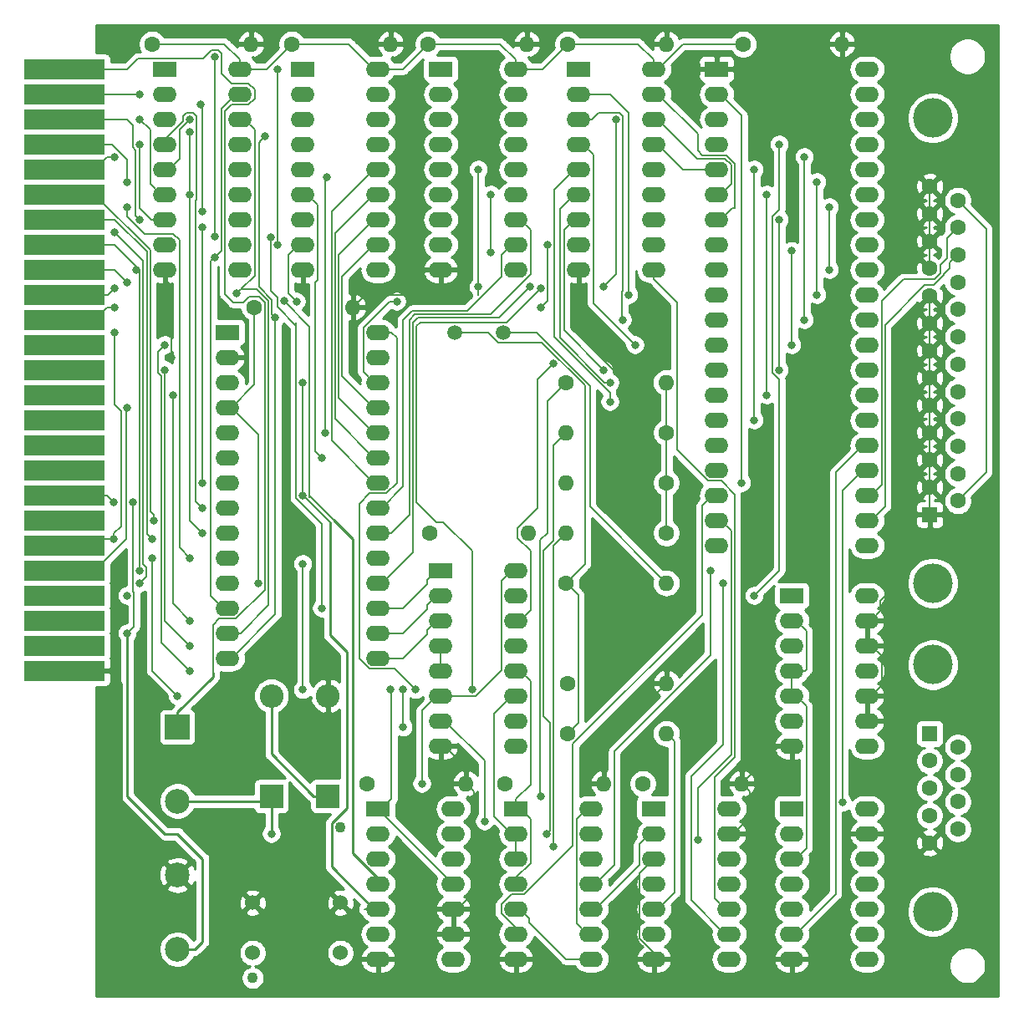
<source format=gbr>
G04 #@! TF.GenerationSoftware,KiCad,Pcbnew,5.1.4+dfsg1-1*
G04 #@! TF.CreationDate,2020-04-11T15:03:04+12:00*
G04 #@! TF.ProjectId,TIM1,54494d31-2e6b-4696-9361-645f70636258,rev?*
G04 #@! TF.SameCoordinates,Original*
G04 #@! TF.FileFunction,Copper,L2,Bot*
G04 #@! TF.FilePolarity,Positive*
%FSLAX46Y46*%
G04 Gerber Fmt 4.6, Leading zero omitted, Abs format (unit mm)*
G04 Created by KiCad (PCBNEW 5.1.4+dfsg1-1) date 2020-04-11 15:03:04*
%MOMM*%
%LPD*%
G04 APERTURE LIST*
%ADD10C,1.100000*%
%ADD11C,1.524000*%
%ADD12C,2.500000*%
%ADD13R,2.500000X2.500000*%
%ADD14O,2.400000X1.600000*%
%ADD15R,2.400000X1.600000*%
%ADD16C,4.000000*%
%ADD17C,1.600000*%
%ADD18R,1.600000X1.600000*%
%ADD19C,1.500000*%
%ADD20R,8.128000X2.032000*%
%ADD21O,1.600000X1.600000*%
%ADD22O,2.400000X2.400000*%
%ADD23R,2.400000X2.400000*%
%ADD24C,0.800000*%
%ADD25C,0.152400*%
%ADD26C,0.250000*%
%ADD27C,0.254000*%
G04 APERTURE END LIST*
D10*
X146050000Y-126365000D03*
X154940000Y-111125000D03*
D11*
X146050000Y-123825000D03*
X154940000Y-123825000D03*
X154940000Y-118745000D03*
X146050000Y-118745000D03*
D12*
X138430000Y-123465000D03*
X138430000Y-115965000D03*
X138430000Y-108465000D03*
D13*
X138430000Y-100965000D03*
D14*
X158750000Y-60960000D03*
X143510000Y-93980000D03*
X158750000Y-63500000D03*
X143510000Y-91440000D03*
X158750000Y-66040000D03*
X143510000Y-88900000D03*
X158750000Y-68580000D03*
X143510000Y-86360000D03*
X158750000Y-71120000D03*
X143510000Y-83820000D03*
X158750000Y-73660000D03*
X143510000Y-81280000D03*
X158750000Y-76200000D03*
X143510000Y-78740000D03*
X158750000Y-78740000D03*
X143510000Y-76200000D03*
X158750000Y-81280000D03*
X143510000Y-73660000D03*
X158750000Y-83820000D03*
X143510000Y-71120000D03*
X158750000Y-86360000D03*
X143510000Y-68580000D03*
X158750000Y-88900000D03*
X143510000Y-66040000D03*
X158750000Y-91440000D03*
X143510000Y-63500000D03*
X158750000Y-93980000D03*
D15*
X143510000Y-60960000D03*
D16*
X214930000Y-39260000D03*
X214930000Y-86360000D03*
D17*
X217470000Y-47575000D03*
X217470000Y-50345000D03*
X217470000Y-53115000D03*
X217470000Y-55885000D03*
X217470000Y-58655000D03*
X217470000Y-61425000D03*
X217470000Y-64195000D03*
X217470000Y-66965000D03*
X217470000Y-69735000D03*
X217470000Y-72505000D03*
X217470000Y-75275000D03*
X217470000Y-78045000D03*
X214630000Y-46190000D03*
X214630000Y-48960000D03*
X214630000Y-51730000D03*
X214630000Y-54500000D03*
X214630000Y-57270000D03*
X214630000Y-60040000D03*
X214630000Y-62810000D03*
X214630000Y-65580000D03*
X214630000Y-68350000D03*
X214630000Y-71120000D03*
X214630000Y-73890000D03*
X214630000Y-76660000D03*
D18*
X214630000Y-79430000D03*
D19*
X171450000Y-60960000D03*
X166550000Y-60960000D03*
D20*
X127000000Y-92710000D03*
X127000000Y-67310000D03*
X127000000Y-46990000D03*
X127000000Y-95250000D03*
X127000000Y-87630000D03*
X127000000Y-85090000D03*
X127000000Y-77470000D03*
X127000000Y-69850000D03*
X127000000Y-49530000D03*
X127000000Y-57150000D03*
X127000000Y-64770000D03*
X127000000Y-52070000D03*
X127000000Y-80010000D03*
X127000000Y-62230000D03*
X127000000Y-41910000D03*
X127000000Y-72390000D03*
X127000000Y-44450000D03*
X127000000Y-74930000D03*
X127000000Y-54610000D03*
X127000000Y-59690000D03*
X127000000Y-90170000D03*
X127000000Y-82550000D03*
X127000000Y-39370000D03*
X127000000Y-36830000D03*
X127000000Y-34290000D03*
D21*
X187960000Y-101600000D03*
D17*
X177960000Y-101600000D03*
D21*
X145890000Y-31750000D03*
D17*
X135890000Y-31750000D03*
D21*
X160020000Y-31750000D03*
D17*
X150020000Y-31750000D03*
D21*
X173830000Y-31750000D03*
D17*
X163830000Y-31750000D03*
D21*
X187960000Y-31750000D03*
D17*
X177960000Y-31750000D03*
D21*
X167640000Y-106680000D03*
D17*
X157640000Y-106680000D03*
D21*
X195580000Y-106680000D03*
D17*
X185580000Y-106680000D03*
D21*
X205740000Y-31750000D03*
D17*
X195740000Y-31750000D03*
D21*
X156210000Y-58420000D03*
D17*
X146210000Y-58420000D03*
D21*
X181610000Y-106680000D03*
D17*
X171610000Y-106680000D03*
D21*
X173990000Y-81280000D03*
D17*
X163990000Y-81280000D03*
D21*
X187960000Y-96520000D03*
D17*
X177960000Y-96520000D03*
D22*
X147955000Y-97790000D03*
D23*
X147955000Y-107950000D03*
D22*
X153670000Y-97790000D03*
D23*
X153670000Y-107950000D03*
D16*
X214930000Y-94640000D03*
X214930000Y-119640000D03*
D17*
X217470000Y-111295000D03*
X217470000Y-108525000D03*
X217470000Y-105755000D03*
X217470000Y-102985000D03*
X214630000Y-112680000D03*
X214630000Y-109910000D03*
X214630000Y-107140000D03*
X214630000Y-104370000D03*
D18*
X214630000Y-101600000D03*
D21*
X177800000Y-71120000D03*
D17*
X187960000Y-71120000D03*
D21*
X187960000Y-66040000D03*
D17*
X177800000Y-66040000D03*
D21*
X177800000Y-76200000D03*
D17*
X187960000Y-76200000D03*
D21*
X187960000Y-86360000D03*
D17*
X177800000Y-86360000D03*
D21*
X177800000Y-81280000D03*
D17*
X187960000Y-81280000D03*
D14*
X180340000Y-109220000D03*
X172720000Y-124460000D03*
X180340000Y-111760000D03*
X172720000Y-121920000D03*
X180340000Y-114300000D03*
X172720000Y-119380000D03*
X180340000Y-116840000D03*
X172720000Y-116840000D03*
X180340000Y-119380000D03*
X172720000Y-114300000D03*
X180340000Y-121920000D03*
X172720000Y-111760000D03*
X180340000Y-124460000D03*
D15*
X172720000Y-109220000D03*
D14*
X166370000Y-109220000D03*
X158750000Y-124460000D03*
X166370000Y-111760000D03*
X158750000Y-121920000D03*
X166370000Y-114300000D03*
X158750000Y-119380000D03*
X166370000Y-116840000D03*
X158750000Y-116840000D03*
X166370000Y-119380000D03*
X158750000Y-114300000D03*
X166370000Y-121920000D03*
X158750000Y-111760000D03*
X166370000Y-124460000D03*
D15*
X158750000Y-109220000D03*
D14*
X194310000Y-109220000D03*
X186690000Y-124460000D03*
X194310000Y-111760000D03*
X186690000Y-121920000D03*
X194310000Y-114300000D03*
X186690000Y-119380000D03*
X194310000Y-116840000D03*
X186690000Y-116840000D03*
X194310000Y-119380000D03*
X186690000Y-114300000D03*
X194310000Y-121920000D03*
X186690000Y-111760000D03*
X194310000Y-124460000D03*
D15*
X186690000Y-109220000D03*
D14*
X144780000Y-34290000D03*
X137160000Y-54610000D03*
X144780000Y-36830000D03*
X137160000Y-52070000D03*
X144780000Y-39370000D03*
X137160000Y-49530000D03*
X144780000Y-41910000D03*
X137160000Y-46990000D03*
X144780000Y-44450000D03*
X137160000Y-44450000D03*
X144780000Y-46990000D03*
X137160000Y-41910000D03*
X144780000Y-49530000D03*
X137160000Y-39370000D03*
X144780000Y-52070000D03*
X137160000Y-36830000D03*
X144780000Y-54610000D03*
D15*
X137160000Y-34290000D03*
D14*
X172720000Y-85090000D03*
X165100000Y-102870000D03*
X172720000Y-87630000D03*
X165100000Y-100330000D03*
X172720000Y-90170000D03*
X165100000Y-97790000D03*
X172720000Y-92710000D03*
X165100000Y-95250000D03*
X172720000Y-95250000D03*
X165100000Y-92710000D03*
X172720000Y-97790000D03*
X165100000Y-90170000D03*
X172720000Y-100330000D03*
X165100000Y-87630000D03*
X172720000Y-102870000D03*
D15*
X165100000Y-85090000D03*
D14*
X172720000Y-34290000D03*
X165100000Y-54610000D03*
X172720000Y-36830000D03*
X165100000Y-52070000D03*
X172720000Y-39370000D03*
X165100000Y-49530000D03*
X172720000Y-41910000D03*
X165100000Y-46990000D03*
X172720000Y-44450000D03*
X165100000Y-44450000D03*
X172720000Y-46990000D03*
X165100000Y-41910000D03*
X172720000Y-49530000D03*
X165100000Y-39370000D03*
X172720000Y-52070000D03*
X165100000Y-36830000D03*
X172720000Y-54610000D03*
D15*
X165100000Y-34290000D03*
D14*
X158750000Y-34290000D03*
X151130000Y-54610000D03*
X158750000Y-36830000D03*
X151130000Y-52070000D03*
X158750000Y-39370000D03*
X151130000Y-49530000D03*
X158750000Y-41910000D03*
X151130000Y-46990000D03*
X158750000Y-44450000D03*
X151130000Y-44450000D03*
X158750000Y-46990000D03*
X151130000Y-41910000D03*
X158750000Y-49530000D03*
X151130000Y-39370000D03*
X158750000Y-52070000D03*
X151130000Y-36830000D03*
X158750000Y-54610000D03*
D15*
X151130000Y-34290000D03*
D14*
X186690000Y-34290000D03*
X179070000Y-54610000D03*
X186690000Y-36830000D03*
X179070000Y-52070000D03*
X186690000Y-39370000D03*
X179070000Y-49530000D03*
X186690000Y-41910000D03*
X179070000Y-46990000D03*
X186690000Y-44450000D03*
X179070000Y-44450000D03*
X186690000Y-46990000D03*
X179070000Y-41910000D03*
X186690000Y-49530000D03*
X179070000Y-39370000D03*
X186690000Y-52070000D03*
X179070000Y-36830000D03*
X186690000Y-54610000D03*
D15*
X179070000Y-34290000D03*
D14*
X208280000Y-34290000D03*
X193040000Y-82550000D03*
X208280000Y-36830000D03*
X193040000Y-80010000D03*
X208280000Y-39370000D03*
X193040000Y-77470000D03*
X208280000Y-41910000D03*
X193040000Y-74930000D03*
X208280000Y-44450000D03*
X193040000Y-72390000D03*
X208280000Y-46990000D03*
X193040000Y-69850000D03*
X208280000Y-49530000D03*
X193040000Y-67310000D03*
X208280000Y-52070000D03*
X193040000Y-64770000D03*
X208280000Y-54610000D03*
X193040000Y-62230000D03*
X208280000Y-57150000D03*
X193040000Y-59690000D03*
X208280000Y-59690000D03*
X193040000Y-57150000D03*
X208280000Y-62230000D03*
X193040000Y-54610000D03*
X208280000Y-64770000D03*
X193040000Y-52070000D03*
X208280000Y-67310000D03*
X193040000Y-49530000D03*
X208280000Y-69850000D03*
X193040000Y-46990000D03*
X208280000Y-72390000D03*
X193040000Y-44450000D03*
X208280000Y-74930000D03*
X193040000Y-41910000D03*
X208280000Y-77470000D03*
X193040000Y-39370000D03*
X208280000Y-80010000D03*
X193040000Y-36830000D03*
X208280000Y-82550000D03*
D15*
X193040000Y-34290000D03*
D14*
X208280000Y-109220000D03*
X200660000Y-124460000D03*
X208280000Y-111760000D03*
X200660000Y-121920000D03*
X208280000Y-114300000D03*
X200660000Y-119380000D03*
X208280000Y-116840000D03*
X200660000Y-116840000D03*
X208280000Y-119380000D03*
X200660000Y-114300000D03*
X208280000Y-121920000D03*
X200660000Y-111760000D03*
X208280000Y-124460000D03*
D15*
X200660000Y-109220000D03*
D14*
X208280000Y-87630000D03*
X200660000Y-102870000D03*
X208280000Y-90170000D03*
X200660000Y-100330000D03*
X208280000Y-92710000D03*
X200660000Y-97790000D03*
X208280000Y-95250000D03*
X200660000Y-95250000D03*
X208280000Y-97790000D03*
X200660000Y-92710000D03*
X208280000Y-100330000D03*
X200660000Y-90170000D03*
X208280000Y-102870000D03*
D15*
X200660000Y-87630000D03*
D24*
X162560000Y-97155000D03*
X137795000Y-63500000D03*
X182245000Y-96520000D03*
X182245000Y-83820000D03*
X185420000Y-81280000D03*
X153628799Y-103546201D03*
X146610001Y-86360000D03*
X163195000Y-106680000D03*
X147955000Y-111760000D03*
X195580000Y-76200000D03*
X175853800Y-111760000D03*
X175260000Y-107950000D03*
X133350000Y-68580000D03*
X193675000Y-86360000D03*
X176530000Y-113030000D03*
X192405000Y-85090000D03*
X191135000Y-112395000D03*
X169545000Y-110490000D03*
X151130000Y-77470000D03*
X151130000Y-66040000D03*
X160655000Y-57826200D03*
X132080000Y-60960000D03*
X160020000Y-97155000D03*
X151130000Y-97155000D03*
X151130000Y-84413800D03*
X131997600Y-81873800D03*
X132080000Y-58420000D03*
X181610000Y-56362410D03*
X182880000Y-39370000D03*
X158750000Y-116840000D03*
X149225000Y-57785000D03*
X139700000Y-95250000D03*
X137160000Y-62230000D03*
X139700000Y-92710000D03*
X137160000Y-64770000D03*
X139700000Y-90170000D03*
X137960010Y-67310000D03*
X199390000Y-41910000D03*
X196850000Y-87630000D03*
X133350000Y-87630000D03*
X168910000Y-44450000D03*
X133350000Y-55880000D03*
X168910000Y-56362410D03*
X196850000Y-69850000D03*
X196850000Y-44450000D03*
X174119306Y-56365974D03*
X139700000Y-39370000D03*
X153400369Y-71120000D03*
X153558610Y-45202420D03*
X182245000Y-67986200D03*
X134620000Y-85090000D03*
X134296210Y-54610000D03*
X170180000Y-52857590D03*
X170180000Y-46990000D03*
X198120000Y-67310000D03*
X198120000Y-46990000D03*
X134620000Y-39370000D03*
X182245000Y-66040000D03*
X153035000Y-73660000D03*
X199390000Y-64770000D03*
X199390000Y-49530000D03*
X135890000Y-81915000D03*
X134620000Y-41910000D03*
X140970000Y-76200000D03*
X140970000Y-50317590D03*
X181610000Y-64770000D03*
X136007580Y-80010000D03*
X200660000Y-62230000D03*
X200660000Y-52705000D03*
X140970000Y-78740000D03*
X184785000Y-62230000D03*
X132080000Y-43180000D03*
X201930000Y-59690000D03*
X201930000Y-43180000D03*
X139700000Y-46990000D03*
X139700000Y-40640000D03*
X140970000Y-81280000D03*
X183515000Y-59690000D03*
X133350000Y-45720000D03*
X203200000Y-57150000D03*
X203200000Y-45720000D03*
X140970000Y-48742410D03*
X140776210Y-37906210D03*
X133350000Y-48260000D03*
X139700000Y-83820000D03*
X184150000Y-57150000D03*
X134620000Y-49530000D03*
X204470000Y-54610000D03*
X204470000Y-48260000D03*
X142240000Y-51282410D03*
X142240000Y-33020000D03*
X134620000Y-86360000D03*
X132080000Y-50800000D03*
X134620000Y-36830000D03*
X148590000Y-34290000D03*
X148590000Y-52070000D03*
X142240000Y-53340000D03*
X144462137Y-57009954D03*
X147320000Y-41122410D03*
X148348611Y-59448611D03*
X153035000Y-88900000D03*
X147882892Y-51362892D03*
X135890000Y-83820000D03*
X138430000Y-97790000D03*
X132080000Y-56473800D03*
X168275000Y-97155000D03*
X175218800Y-56473799D03*
X150495000Y-57826200D03*
X175260000Y-58420000D03*
X175895000Y-52070000D03*
X176530000Y-64135000D03*
X205781200Y-108585000D03*
X161290000Y-97155000D03*
X161290000Y-100965000D03*
X133350000Y-91440000D03*
X131997600Y-78146200D03*
X133943800Y-78146200D03*
D25*
X188759999Y-117710001D02*
X188759999Y-102399999D01*
X187090000Y-119380000D02*
X188759999Y-117710001D01*
X188759999Y-102399999D02*
X187960000Y-101600000D01*
X186690000Y-119380000D02*
X187090000Y-119380000D01*
X160102400Y-60960000D02*
X160655000Y-61512600D01*
X158750000Y-60960000D02*
X160102400Y-60960000D01*
X157904220Y-77276210D02*
X156845000Y-78335430D01*
X159595780Y-77276210D02*
X157904220Y-77276210D01*
X160655000Y-61512600D02*
X160655000Y-76216990D01*
X160655000Y-76216990D02*
X159595780Y-77276210D01*
X156845000Y-78335430D02*
X156845000Y-79375000D01*
X160461210Y-95056210D02*
X162560000Y-97155000D01*
X156845000Y-79375000D02*
X156845000Y-93996990D01*
X157904220Y-95056210D02*
X160461210Y-95056210D01*
X156845000Y-93996990D02*
X157904220Y-95056210D01*
X178599999Y-87159999D02*
X177800000Y-86360000D01*
X179036201Y-87596201D02*
X178599999Y-87159999D01*
X179036201Y-100523799D02*
X179036201Y-87596201D01*
X177960000Y-101600000D02*
X179036201Y-100523799D01*
X179705000Y-84455000D02*
X177800000Y-86360000D01*
X169931222Y-60960000D02*
X170957423Y-61986201D01*
X175338979Y-61986201D02*
X179705000Y-66352222D01*
X179705000Y-66352222D02*
X179705000Y-84455000D01*
X166550000Y-60960000D02*
X169931222Y-60960000D01*
X170957423Y-61986201D02*
X175338979Y-61986201D01*
D26*
X152220000Y-107950000D02*
X153670000Y-107950000D01*
X147955000Y-103685000D02*
X152220000Y-107950000D01*
X147955000Y-97790000D02*
X147955000Y-103685000D01*
D25*
X208280000Y-99377600D02*
X208280000Y-97790000D01*
X208280000Y-100330000D02*
X208280000Y-99377600D01*
X208280000Y-91122400D02*
X208280000Y-92710000D01*
X208280000Y-90170000D02*
X208280000Y-91122400D01*
X209756210Y-93786210D02*
X209756210Y-96713790D01*
X208680000Y-97790000D02*
X208280000Y-97790000D01*
X209756210Y-96713790D02*
X208680000Y-97790000D01*
X208680000Y-92710000D02*
X209756210Y-93786210D01*
X208280000Y-92710000D02*
X208680000Y-92710000D01*
X214630000Y-80382400D02*
X214630000Y-79430000D01*
X214630000Y-83201990D02*
X214630000Y-80382400D01*
X209632400Y-88199590D02*
X214630000Y-83201990D01*
X209632400Y-89217600D02*
X209632400Y-88199590D01*
X208680000Y-90170000D02*
X209632400Y-89217600D01*
X208280000Y-90170000D02*
X208680000Y-90170000D01*
X214630000Y-78477600D02*
X214630000Y-76660000D01*
X214630000Y-79430000D02*
X214630000Y-78477600D01*
X214630000Y-76660000D02*
X214630000Y-73890000D01*
X214630000Y-73890000D02*
X214630000Y-71120000D01*
X214630000Y-71120000D02*
X214630000Y-68350000D01*
X214630000Y-68350000D02*
X214630000Y-65580000D01*
X214630000Y-64448630D02*
X214630000Y-62810000D01*
X214630000Y-65580000D02*
X214630000Y-64448630D01*
X214630000Y-46190000D02*
X214630000Y-48960000D01*
X214630000Y-48960000D02*
X214630000Y-51730000D01*
X214630000Y-62810000D02*
X214630000Y-60040000D01*
X214630000Y-60040000D02*
X214630000Y-57270000D01*
X211455000Y-32385000D02*
X210820000Y-31750000D01*
X214630000Y-46190000D02*
X211455000Y-43015000D01*
X210820000Y-31750000D02*
X205740000Y-31750000D01*
X211455000Y-43015000D02*
X211455000Y-32385000D01*
X196379999Y-110090001D02*
X196379999Y-107479999D01*
X196379999Y-107479999D02*
X195580000Y-106680000D01*
X194710000Y-111760000D02*
X196379999Y-110090001D01*
X194310000Y-111760000D02*
X194710000Y-111760000D01*
X199390000Y-102870000D02*
X200660000Y-102870000D01*
X195580000Y-106680000D02*
X199390000Y-102870000D01*
X214630000Y-51730000D02*
X214630000Y-54500000D01*
X185213790Y-115776210D02*
X186690000Y-114300000D01*
X185213790Y-122365780D02*
X185213790Y-115776210D01*
X186690000Y-123841990D02*
X185213790Y-122365780D01*
X186690000Y-124460000D02*
X186690000Y-123841990D01*
X181610000Y-102870000D02*
X187960000Y-96520000D01*
X181610000Y-106680000D02*
X181610000Y-102870000D01*
X165500000Y-102870000D02*
X165100000Y-102870000D01*
X167640000Y-105010000D02*
X165500000Y-102870000D01*
X167640000Y-106680000D02*
X167640000Y-105010000D01*
X168439999Y-117710001D02*
X168439999Y-107479999D01*
X166770000Y-119380000D02*
X168439999Y-117710001D01*
X168439999Y-107479999D02*
X167640000Y-106680000D01*
X166370000Y-119380000D02*
X166770000Y-119380000D01*
X166370000Y-119380000D02*
X166370000Y-121920000D01*
X137836201Y-56238601D02*
X137160000Y-55562400D01*
X137836201Y-62554577D02*
X137836201Y-56238601D01*
X137795000Y-62595778D02*
X137836201Y-62554577D01*
X137160000Y-55562400D02*
X137160000Y-54610000D01*
X137795000Y-63500000D02*
X137795000Y-62595778D01*
X163747600Y-54610000D02*
X165100000Y-54610000D01*
X161207601Y-57149999D02*
X163747600Y-54610000D01*
X157480001Y-57149999D02*
X161207601Y-57149999D01*
X156210000Y-58420000D02*
X157480001Y-57149999D01*
X182245000Y-96520000D02*
X182245000Y-83820000D01*
X185420000Y-67579222D02*
X185420000Y-81280000D01*
X179070000Y-54610000D02*
X179070000Y-61229222D01*
X179070000Y-61229222D02*
X185420000Y-67579222D01*
D26*
X138430000Y-115965000D02*
X132715000Y-110250000D01*
X132715000Y-110250000D02*
X132715000Y-96520000D01*
X131445000Y-95250000D02*
X127000000Y-95250000D01*
X132715000Y-96520000D02*
X131445000Y-95250000D01*
X153670000Y-103505000D02*
X153628799Y-103546201D01*
X153670000Y-97790000D02*
X153670000Y-103505000D01*
D25*
X151151370Y-31750000D02*
X150020000Y-31750000D01*
X155810000Y-31750000D02*
X151151370Y-31750000D01*
X158350000Y-34290000D02*
X155810000Y-31750000D01*
X158750000Y-34290000D02*
X158350000Y-34290000D01*
X147480000Y-34290000D02*
X144780000Y-34290000D01*
X150020000Y-31750000D02*
X147480000Y-34290000D01*
X137021370Y-31750000D02*
X135890000Y-31750000D01*
X143192400Y-31750000D02*
X137021370Y-31750000D01*
X144780000Y-33337600D02*
X143192400Y-31750000D01*
X144780000Y-34290000D02*
X144780000Y-33337600D01*
X161290000Y-34290000D02*
X163830000Y-31750000D01*
X158750000Y-34290000D02*
X161290000Y-34290000D01*
X172720000Y-33337600D02*
X172720000Y-34290000D01*
X171132400Y-31750000D02*
X172720000Y-33337600D01*
X163830000Y-31750000D02*
X171132400Y-31750000D01*
X175420000Y-34290000D02*
X177960000Y-31750000D01*
X172720000Y-34290000D02*
X175420000Y-34290000D01*
X186690000Y-33337600D02*
X186690000Y-34290000D01*
X185102400Y-31750000D02*
X186690000Y-33337600D01*
X177960000Y-31750000D02*
X185102400Y-31750000D01*
X194608630Y-31750000D02*
X195740000Y-31750000D01*
X189630000Y-31750000D02*
X194608630Y-31750000D01*
X187090000Y-34290000D02*
X189630000Y-31750000D01*
X186690000Y-34290000D02*
X187090000Y-34290000D01*
X146210000Y-66280000D02*
X143910000Y-68580000D01*
X146210000Y-58420000D02*
X146210000Y-66280000D01*
X187960000Y-66040000D02*
X187960000Y-71120000D01*
X187960000Y-71120000D02*
X187960000Y-76200000D01*
X187960000Y-76200000D02*
X187960000Y-81280000D01*
X179940000Y-109220000D02*
X180340000Y-109220000D01*
X178863790Y-120843790D02*
X178863790Y-110296210D01*
X179940000Y-121920000D02*
X178863790Y-120843790D01*
X178863790Y-110296210D02*
X179940000Y-109220000D01*
X180340000Y-121920000D02*
X179940000Y-121920000D01*
X143910000Y-68580000D02*
X143510000Y-68580000D01*
X146610001Y-71280001D02*
X143910000Y-68580000D01*
X146610001Y-86360000D02*
X146610001Y-71280001D01*
X164700000Y-97790000D02*
X165100000Y-97790000D01*
X163195000Y-99295000D02*
X164700000Y-97790000D01*
X163195000Y-106680000D02*
X163195000Y-99295000D01*
X165100000Y-97790000D02*
X165500000Y-97790000D01*
X166452400Y-97790000D02*
X165100000Y-97790000D01*
X166493601Y-97831201D02*
X166452400Y-97790000D01*
X172720000Y-85090000D02*
X172320000Y-85090000D01*
X172320000Y-85090000D02*
X171243790Y-86166210D01*
X171243790Y-95186988D02*
X168599577Y-97831201D01*
X171243790Y-86166210D02*
X171243790Y-95186988D01*
X168599577Y-97831201D02*
X166493601Y-97831201D01*
X218269999Y-77245001D02*
X217470000Y-78045000D01*
X220345000Y-75170000D02*
X218269999Y-77245001D01*
X220345000Y-50450000D02*
X220345000Y-75170000D01*
X217470000Y-47575000D02*
X220345000Y-50450000D01*
D26*
X147440000Y-108465000D02*
X147955000Y-107950000D01*
X138430000Y-108465000D02*
X147440000Y-108465000D01*
X147955000Y-111760000D02*
X147955000Y-107950000D01*
D25*
X195580000Y-38970000D02*
X193440000Y-36830000D01*
X193440000Y-36830000D02*
X193040000Y-36830000D01*
X195580000Y-76200000D02*
X195580000Y-38970000D01*
X214113423Y-56193799D02*
X210108620Y-60198602D01*
X217470000Y-53115000D02*
X216670001Y-53914999D01*
X208680000Y-80010000D02*
X208280000Y-80010000D01*
X216670001Y-53914999D02*
X216670001Y-54474999D01*
X210108620Y-60198602D02*
X210108620Y-78581380D01*
X215027361Y-56193799D02*
X214113423Y-56193799D01*
X216058610Y-55162550D02*
X215027361Y-56193799D01*
X210108620Y-78581380D02*
X208680000Y-80010000D01*
X216670001Y-54474999D02*
X216058611Y-55086389D01*
X216058611Y-55086389D02*
X216058610Y-55162550D01*
X209756210Y-57781012D02*
X209756210Y-76393790D01*
X211961021Y-55576201D02*
X209756210Y-57781012D01*
X208680000Y-77470000D02*
X208280000Y-77470000D01*
X215146577Y-55576201D02*
X211961021Y-55576201D01*
X209756210Y-76393790D02*
X208680000Y-77470000D01*
X215706201Y-55016577D02*
X215146577Y-55576201D01*
X215706201Y-54168799D02*
X215706201Y-55016577D01*
X216393799Y-51421201D02*
X216393799Y-53481201D01*
X216393799Y-53481201D02*
X215706201Y-54168799D01*
X217470000Y-50345000D02*
X216393799Y-51421201D01*
X176530000Y-82051618D02*
X176177590Y-82404027D01*
X177800000Y-71120000D02*
X176530000Y-72390000D01*
X176530000Y-72390000D02*
X176530000Y-82051618D01*
X175501391Y-99840973D02*
X176177590Y-100517172D01*
X176177590Y-82404027D02*
X175501391Y-83080226D01*
X175501391Y-83080226D02*
X175501391Y-99840973D01*
X176177590Y-100517172D02*
X176177590Y-111436210D01*
X176177590Y-111436210D02*
X175853800Y-111760000D01*
X177800000Y-66040000D02*
X175895000Y-67945000D01*
X175895000Y-67945000D02*
X175895000Y-81280000D01*
X175148981Y-107838981D02*
X175260000Y-107950000D01*
X175895000Y-81280000D02*
X175148981Y-82026019D01*
X175148981Y-82026019D02*
X175148981Y-107838981D01*
X130048000Y-85090000D02*
X127000000Y-85090000D01*
X133267599Y-81870401D02*
X133267599Y-75647401D01*
X130048000Y-85090000D02*
X133267599Y-81870401D01*
X133267599Y-75647401D02*
X133267599Y-68662401D01*
X133267599Y-68662401D02*
X133350000Y-68580000D01*
X186690000Y-121920000D02*
X187090000Y-121920000D01*
X193675000Y-102690240D02*
X193675000Y-86360000D01*
X190458799Y-105906441D02*
X193675000Y-102690240D01*
X190458799Y-118468799D02*
X190458799Y-105906441D01*
X193910000Y-121920000D02*
X190458799Y-118468799D01*
X194310000Y-121920000D02*
X193910000Y-121920000D01*
X174811160Y-60960000D02*
X173990000Y-60960000D01*
X174395840Y-60960000D02*
X173990000Y-60960000D01*
X187960000Y-86360000D02*
X180225420Y-78625420D01*
X173990000Y-60960000D02*
X171450000Y-60960000D01*
X180225420Y-78625420D02*
X180225420Y-66374260D01*
X180225420Y-66374260D02*
X174811160Y-60960000D01*
X176530000Y-82550000D02*
X177800000Y-81280000D01*
X176530000Y-113030000D02*
X176530000Y-82550000D01*
X174196210Y-110296210D02*
X173120000Y-109220000D01*
X173120000Y-109220000D02*
X172720000Y-109220000D01*
X172720000Y-116221990D02*
X174196210Y-114745780D01*
X174196210Y-114745780D02*
X174196210Y-110296210D01*
X172720000Y-116840000D02*
X172720000Y-116221990D01*
X174196210Y-96326210D02*
X173120000Y-95250000D01*
X174196210Y-106791390D02*
X174196210Y-96326210D01*
X172720000Y-108267600D02*
X174196210Y-106791390D01*
X173120000Y-95250000D02*
X172720000Y-95250000D01*
X172720000Y-109220000D02*
X172720000Y-108267600D01*
X173120000Y-119380000D02*
X172720000Y-119380000D01*
X174072400Y-120732400D02*
X174072400Y-120332400D01*
X177800000Y-124460000D02*
X174072400Y-120732400D01*
X174072400Y-120332400D02*
X173120000Y-119380000D01*
X180340000Y-124460000D02*
X177800000Y-124460000D01*
X172720000Y-114300000D02*
X172720000Y-111760000D01*
X170533799Y-99576201D02*
X172320000Y-97790000D01*
X170533799Y-109973799D02*
X170533799Y-99576201D01*
X172320000Y-111760000D02*
X170533799Y-109973799D01*
X172320000Y-97790000D02*
X172720000Y-97790000D01*
X172720000Y-111760000D02*
X172320000Y-111760000D01*
X186290000Y-111760000D02*
X186690000Y-111760000D01*
X185213790Y-112836210D02*
X186290000Y-111760000D01*
X185213790Y-114906210D02*
X185213790Y-112836210D01*
X180740000Y-119380000D02*
X185213790Y-114906210D01*
X180340000Y-119380000D02*
X180740000Y-119380000D01*
X182686201Y-103386577D02*
X192405000Y-93667778D01*
X192405000Y-88900000D02*
X192405000Y-89246160D01*
X192405000Y-85090000D02*
X192405000Y-88900000D01*
X180740000Y-116840000D02*
X182686201Y-114893799D01*
X192405000Y-93667778D02*
X192405000Y-88900000D01*
X180340000Y-116840000D02*
X180740000Y-116840000D01*
X182686201Y-114893799D02*
X182686201Y-103386577D01*
X193440000Y-80010000D02*
X194516210Y-81086210D01*
X193040000Y-80010000D02*
X193440000Y-80010000D01*
X191135000Y-107092420D02*
X194516210Y-103711210D01*
X191135000Y-112395000D02*
X191135000Y-107092420D01*
X194516210Y-81086210D02*
X194516210Y-103711210D01*
X191563790Y-78546210D02*
X192640000Y-77470000D01*
X178476577Y-113005413D02*
X178476577Y-102676201D01*
X191563790Y-89588988D02*
X191563790Y-78546210D01*
X173565780Y-117916210D02*
X178476577Y-113005413D01*
X172720000Y-121920000D02*
X172720000Y-121301990D01*
X171243790Y-118934220D02*
X172261800Y-117916210D01*
X192640000Y-77470000D02*
X193040000Y-77470000D01*
X178476577Y-102676201D02*
X191563790Y-89588988D01*
X172720000Y-121301990D02*
X171243790Y-119825780D01*
X171243790Y-119825780D02*
X171243790Y-118934220D01*
X172261800Y-117916210D02*
X173565780Y-117916210D01*
X165500000Y-100330000D02*
X165100000Y-100330000D01*
X169545000Y-104375000D02*
X165500000Y-100330000D01*
X169545000Y-110490000D02*
X169545000Y-104375000D01*
X151130000Y-77470000D02*
X151130000Y-66040000D01*
X157273790Y-60514220D02*
X157273790Y-64963790D01*
X157273790Y-64963790D02*
X158350000Y-66040000D01*
X159961810Y-57826200D02*
X157273790Y-60514220D01*
X158350000Y-66040000D02*
X158750000Y-66040000D01*
X160655000Y-57826200D02*
X159961810Y-57826200D01*
X151529999Y-77869999D02*
X151130000Y-77470000D01*
X153876201Y-80216201D02*
X151529999Y-77869999D01*
X158750000Y-119380000D02*
X157397600Y-119380000D01*
D26*
X158350000Y-119380000D02*
X158750000Y-119380000D01*
X154064999Y-110704999D02*
X154064999Y-115094999D01*
X154064999Y-115094999D02*
X158350000Y-119380000D01*
X155575000Y-109194998D02*
X154064999Y-110704999D01*
X155575000Y-93345000D02*
X155575000Y-109194998D01*
X153876201Y-91646201D02*
X155575000Y-93345000D01*
X153876201Y-80216201D02*
X153876201Y-91646201D01*
D25*
X166370000Y-116840000D02*
X158750000Y-109220000D01*
X160102400Y-97237400D02*
X160020000Y-97155000D01*
X160102400Y-108267600D02*
X160102400Y-97237400D01*
X158750000Y-109220000D02*
X159150000Y-109220000D01*
X159150000Y-109220000D02*
X160102400Y-108267600D01*
X130048000Y-82550000D02*
X127000000Y-82550000D01*
X151130000Y-97155000D02*
X151130000Y-84413800D01*
X127676200Y-81873800D02*
X127000000Y-82550000D01*
X131997600Y-81873800D02*
X127676200Y-81873800D01*
X131997599Y-61042401D02*
X132080000Y-60960000D01*
X132715000Y-68945778D02*
X132080000Y-68310778D01*
X132715000Y-80590715D02*
X132715000Y-68945778D01*
X132080000Y-68310778D02*
X132080000Y-61525685D01*
X131997600Y-81308115D02*
X132715000Y-80590715D01*
X132080000Y-61525685D02*
X132080000Y-60960000D01*
X131997600Y-81873800D02*
X131997600Y-81308115D01*
X127000000Y-59690000D02*
X130048000Y-59690000D01*
X131318000Y-58420000D02*
X132080000Y-58420000D01*
X130048000Y-59690000D02*
X131318000Y-58420000D01*
X181610000Y-56362410D02*
X182880000Y-55092410D01*
X182880000Y-55092410D02*
X182880000Y-39370000D01*
X149225000Y-57785000D02*
X151806201Y-60366201D01*
X158350000Y-116840000D02*
X158750000Y-116840000D01*
X151806201Y-77511201D02*
X154228611Y-79933611D01*
X151806201Y-77511201D02*
X151806201Y-77647819D01*
X151806201Y-60366201D02*
X151806201Y-77511201D01*
D26*
X158750000Y-116291004D02*
X156210000Y-113751004D01*
X158750000Y-116840000D02*
X158750000Y-116291004D01*
X156210000Y-81915000D02*
X154228611Y-79933611D01*
X156210000Y-113751004D02*
X156210000Y-81915000D01*
D25*
X186690000Y-55562400D02*
X186690000Y-54610000D01*
X189036201Y-72848191D02*
X189036201Y-57908601D01*
X192194220Y-76006210D02*
X189036201Y-72848191D01*
X193498200Y-76006210D02*
X192194220Y-76006210D01*
X192833790Y-118303790D02*
X192833790Y-106071755D01*
X189036201Y-57908601D02*
X186690000Y-55562400D01*
X193910000Y-119380000D02*
X192833790Y-118303790D01*
X194868620Y-77376630D02*
X193498200Y-76006210D01*
X194868620Y-104036925D02*
X194868620Y-77376630D01*
X192833790Y-106071755D02*
X194868620Y-104036925D01*
X194310000Y-119380000D02*
X193910000Y-119380000D01*
X139700000Y-95250000D02*
X136807590Y-92357590D01*
X136807590Y-92357590D02*
X136807590Y-65418368D01*
X136807590Y-65418368D02*
X136483799Y-65094577D01*
X136483799Y-65094577D02*
X136483799Y-62906201D01*
X136483799Y-62906201D02*
X137160000Y-62230000D01*
X164700000Y-90170000D02*
X165100000Y-90170000D01*
X163747600Y-91122400D02*
X164700000Y-90170000D01*
X161290000Y-93980000D02*
X163747600Y-91522400D01*
X163747600Y-91522400D02*
X163747600Y-91122400D01*
X158750000Y-93980000D02*
X161290000Y-93980000D01*
X139700000Y-92710000D02*
X137160000Y-90170000D01*
X137160000Y-90170000D02*
X137160000Y-64770000D01*
X164700000Y-87630000D02*
X165100000Y-87630000D01*
X163747600Y-88982400D02*
X163747600Y-88582400D01*
X163747600Y-88582400D02*
X164700000Y-87630000D01*
X161290000Y-91440000D02*
X163747600Y-88982400D01*
X158750000Y-91440000D02*
X161290000Y-91440000D01*
X139700000Y-90170000D02*
X137960010Y-88430010D01*
X137960010Y-88430010D02*
X137960010Y-67310000D01*
X199390000Y-85090000D02*
X196850000Y-87630000D01*
X199390000Y-65770778D02*
X199390000Y-85090000D01*
X199390000Y-48529222D02*
X198713799Y-49205423D01*
X199390000Y-41910000D02*
X199390000Y-48529222D01*
X198713799Y-49205423D02*
X198713799Y-65094577D01*
X198713799Y-65094577D02*
X199390000Y-65770778D01*
X164700000Y-85090000D02*
X165100000Y-85090000D01*
X163747600Y-86042400D02*
X164700000Y-85090000D01*
X163747600Y-86442400D02*
X163747600Y-86042400D01*
X161290000Y-88900000D02*
X163747600Y-86442400D01*
X158750000Y-88900000D02*
X161290000Y-88900000D01*
X158350000Y-86360000D02*
X158750000Y-86360000D01*
X127000000Y-54610000D02*
X130048000Y-54610000D01*
X132080000Y-54610000D02*
X127000000Y-54610000D01*
X133350000Y-55880000D02*
X132080000Y-54610000D01*
X168910000Y-44450000D02*
X168910000Y-57150000D01*
X196850000Y-69850000D02*
X196850000Y-44450000D01*
X159150000Y-86360000D02*
X162277410Y-83232590D01*
X158750000Y-86360000D02*
X159150000Y-86360000D01*
X162277410Y-83232590D02*
X162277410Y-59972590D01*
X171008050Y-59477230D02*
X174119306Y-56365974D01*
X162277410Y-59972590D02*
X162772770Y-59477230D01*
X162772770Y-59477230D02*
X171008050Y-59477230D01*
X137560000Y-44450000D02*
X137160000Y-44450000D01*
X138636210Y-40433790D02*
X138636210Y-43373790D01*
X138636210Y-43373790D02*
X137560000Y-44450000D01*
X139700000Y-39370000D02*
X138636210Y-40433790D01*
X153400369Y-71120000D02*
X153400369Y-45360661D01*
X153400369Y-45360661D02*
X153558610Y-45202420D01*
X179070000Y-44450000D02*
X178670000Y-44450000D01*
X181920422Y-67986200D02*
X182245000Y-67986200D01*
X176965000Y-46155000D02*
X176888970Y-46231030D01*
X178670000Y-44450000D02*
X176965000Y-46155000D01*
X182245000Y-67104067D02*
X182245000Y-67420515D01*
X176571201Y-61430268D02*
X182245000Y-67104067D01*
X176571201Y-46548799D02*
X176571201Y-61430268D01*
X182245000Y-67420515D02*
X182245000Y-67986200D01*
X176965000Y-46155000D02*
X176571201Y-46548799D01*
X158350000Y-83820000D02*
X158750000Y-83820000D01*
X127000000Y-52070000D02*
X130048000Y-52070000D01*
X134620000Y-85090000D02*
X134620000Y-54610000D01*
X132080000Y-52070000D02*
X127000000Y-52070000D01*
X134620000Y-54610000D02*
X132080000Y-52070000D01*
X134620000Y-54610000D02*
X134296210Y-54610000D01*
X170180000Y-52857590D02*
X170180000Y-46990000D01*
X198120000Y-67310000D02*
X198120000Y-46990000D01*
X136760000Y-46990000D02*
X137160000Y-46990000D01*
X135683790Y-45913790D02*
X136760000Y-46990000D01*
X135683790Y-40433790D02*
X135683790Y-45913790D01*
X134620000Y-39370000D02*
X135683790Y-40433790D01*
X152606210Y-48066210D02*
X151530000Y-46990000D01*
X152606210Y-55673790D02*
X152606210Y-48066210D01*
X152400000Y-55880000D02*
X152606210Y-55673790D01*
X151530000Y-46990000D02*
X151130000Y-46990000D01*
X152400000Y-73025000D02*
X152400000Y-55880000D01*
X153035000Y-73660000D02*
X152400000Y-73025000D01*
X181679315Y-66040000D02*
X177165000Y-61525685D01*
X182245000Y-66040000D02*
X181679315Y-66040000D01*
X178670000Y-46990000D02*
X179070000Y-46990000D01*
X177165000Y-48495000D02*
X178670000Y-46990000D01*
X177165000Y-61525685D02*
X177165000Y-48495000D01*
X158350000Y-81280000D02*
X158750000Y-81280000D01*
X127000000Y-49530000D02*
X130048000Y-49530000D01*
X132080000Y-49530000D02*
X127000000Y-49530000D01*
X135331380Y-52781380D02*
X132080000Y-49530000D01*
X159150000Y-81280000D02*
X158750000Y-81280000D01*
X174196210Y-55055780D02*
X170127170Y-59124820D01*
X174196210Y-50606210D02*
X174196210Y-55055780D01*
X172720000Y-49530000D02*
X173120000Y-49530000D01*
X173120000Y-49530000D02*
X174196210Y-50606210D01*
X170127170Y-59124820D02*
X162490180Y-59124820D01*
X162490180Y-59124820D02*
X161925000Y-59690000D01*
X160102400Y-81280000D02*
X158750000Y-81280000D01*
X161925000Y-79457400D02*
X160102400Y-81280000D01*
X161925000Y-59690000D02*
X161925000Y-79457400D01*
X199390000Y-64770000D02*
X199390000Y-49530000D01*
X135331379Y-81356379D02*
X135331379Y-52781379D01*
X135890000Y-81915000D02*
X135331379Y-81356379D01*
X135331379Y-52781379D02*
X135255000Y-52705000D01*
X135807600Y-49530000D02*
X137160000Y-49530000D01*
X134620000Y-48342400D02*
X135807600Y-49530000D01*
X134620000Y-41910000D02*
X134620000Y-48342400D01*
X140970000Y-76200000D02*
X140970000Y-50317590D01*
X179070000Y-49530000D02*
X178670000Y-49530000D01*
X178670000Y-49530000D02*
X177593790Y-50606210D01*
X177593790Y-60753790D02*
X181610000Y-64770000D01*
X177593790Y-50606210D02*
X177593790Y-60753790D01*
X158350000Y-78740000D02*
X158750000Y-78740000D01*
X130048000Y-46990000D02*
X127000000Y-46990000D01*
X135683790Y-79120525D02*
X135683790Y-52625790D01*
X136007580Y-79444315D02*
X135683790Y-79120525D01*
X135683790Y-52625790D02*
X130048000Y-46990000D01*
X136007580Y-80010000D02*
X136007580Y-79444315D01*
X159150000Y-78740000D02*
X161290000Y-76600000D01*
X158750000Y-78740000D02*
X159150000Y-78740000D01*
X161290000Y-76600000D02*
X161290000Y-59690000D01*
X172320000Y-52070000D02*
X172720000Y-52070000D01*
X171243790Y-55314593D02*
X171243790Y-53146210D01*
X171243790Y-53146210D02*
X172320000Y-52070000D01*
X167785973Y-58772410D02*
X171243790Y-55314593D01*
X162414027Y-58772410D02*
X167785973Y-58772410D01*
X162414027Y-58772410D02*
X162207590Y-58772410D01*
X162207590Y-58772410D02*
X161290000Y-59690000D01*
X200660000Y-62230000D02*
X200660000Y-52705000D01*
X139023799Y-39547819D02*
X137160000Y-41411618D01*
X139375423Y-38693799D02*
X139023799Y-39045423D01*
X140024577Y-38693799D02*
X139375423Y-38693799D01*
X140293799Y-47583799D02*
X140376201Y-47501397D01*
X139023799Y-39045423D02*
X139023799Y-39547819D01*
X140293799Y-78063799D02*
X140293799Y-47583799D01*
X137160000Y-41411618D02*
X137160000Y-41910000D01*
X140376201Y-39045423D02*
X140024577Y-38693799D01*
X140376201Y-47501397D02*
X140376201Y-39045423D01*
X140970000Y-78740000D02*
X140293799Y-78063799D01*
X180546210Y-57991210D02*
X184785000Y-62230000D01*
X179070000Y-41910000D02*
X179470000Y-41910000D01*
X180546210Y-42986210D02*
X180546210Y-57991210D01*
X179470000Y-41910000D02*
X180546210Y-42986210D01*
X131318000Y-43180000D02*
X132080000Y-43180000D01*
X127000000Y-44450000D02*
X130048000Y-44450000D01*
X130048000Y-44450000D02*
X131318000Y-43180000D01*
X158350000Y-76200000D02*
X158750000Y-76200000D01*
X154076569Y-71926569D02*
X158350000Y-76200000D01*
X154076569Y-48723431D02*
X154076569Y-71926569D01*
X158350000Y-44450000D02*
X154076569Y-48723431D01*
X158750000Y-44450000D02*
X158350000Y-44450000D01*
X201930000Y-59690000D02*
X201930000Y-43180000D01*
X139700000Y-46990000D02*
X139700000Y-40640000D01*
X139700000Y-80010000D02*
X139700000Y-46990000D01*
X140970000Y-81280000D02*
X139700000Y-80010000D01*
X183204577Y-38693799D02*
X183556201Y-39045423D01*
X181098601Y-38693799D02*
X183204577Y-38693799D01*
X179070000Y-39370000D02*
X180422400Y-39370000D01*
X180422400Y-39370000D02*
X181098601Y-38693799D01*
X183473799Y-59648799D02*
X183515000Y-59690000D01*
X183473799Y-56825423D02*
X183473799Y-59648799D01*
X183556201Y-39045423D02*
X183556201Y-56743021D01*
X183556201Y-56743021D02*
X183473799Y-56825423D01*
X131810778Y-41910000D02*
X131216400Y-41910000D01*
X133350000Y-43449222D02*
X131810778Y-41910000D01*
X131216400Y-41910000D02*
X127000000Y-41910000D01*
X133350000Y-45720000D02*
X133350000Y-43449222D01*
X158350000Y-73660000D02*
X158750000Y-73660000D01*
X154428979Y-69738979D02*
X158350000Y-73660000D01*
X154428979Y-50911021D02*
X154428979Y-69738979D01*
X158350000Y-46990000D02*
X154428979Y-50911021D01*
X158750000Y-46990000D02*
X158350000Y-46990000D01*
X203200000Y-57150000D02*
X203200000Y-45720000D01*
X140970000Y-38100000D02*
X140776210Y-37906210D01*
X140970000Y-48742410D02*
X140970000Y-38100000D01*
X133350000Y-49260778D02*
X133350000Y-48260000D01*
X138636210Y-81073790D02*
X138636210Y-51624220D01*
X138636210Y-51624220D02*
X138005780Y-50993790D01*
X138005780Y-50993790D02*
X135083012Y-50993790D01*
X135083012Y-50993790D02*
X133350000Y-49260778D01*
X138636210Y-81073790D02*
X138636210Y-82756210D01*
X138636210Y-82756210D02*
X139700000Y-83820000D01*
X179070000Y-36830000D02*
X182245000Y-36830000D01*
X182245000Y-36830000D02*
X184150000Y-38735000D01*
X184150000Y-38735000D02*
X184150000Y-57150000D01*
X133350000Y-39370000D02*
X127000000Y-39370000D01*
X134220001Y-49130001D02*
X134220001Y-42510779D01*
X134620000Y-49530000D02*
X134220001Y-49130001D01*
X134220001Y-42510779D02*
X133943799Y-42234577D01*
X133943799Y-42234577D02*
X133943799Y-39963799D01*
X133943799Y-39963799D02*
X133350000Y-39370000D01*
X158350000Y-71120000D02*
X158750000Y-71120000D01*
X154781389Y-53098611D02*
X154781389Y-67551389D01*
X158350000Y-49530000D02*
X154781389Y-53098611D01*
X154781389Y-67551389D02*
X158350000Y-71120000D01*
X158750000Y-49530000D02*
X158350000Y-49530000D01*
X204470000Y-54610000D02*
X204470000Y-48260000D01*
X142240000Y-51282410D02*
X142240000Y-33020000D01*
X135296201Y-85683799D02*
X135296201Y-84765423D01*
X135296201Y-84765423D02*
X134972410Y-84441632D01*
X134620000Y-86360000D02*
X135296201Y-85683799D01*
X134972410Y-84441632D02*
X134972410Y-53692410D01*
X134972410Y-53692410D02*
X132080000Y-50800000D01*
X127000000Y-36830000D02*
X130048000Y-36830000D01*
X127000000Y-36830000D02*
X134620000Y-36830000D01*
X148590000Y-34290000D02*
X148590000Y-51056823D01*
X155133799Y-65363799D02*
X158350000Y-68580000D01*
X158350000Y-68580000D02*
X158750000Y-68580000D01*
X155133799Y-55286201D02*
X155133799Y-65363799D01*
X158350000Y-52070000D02*
X155133799Y-55286201D01*
X158750000Y-52070000D02*
X158350000Y-52070000D01*
X148590000Y-52070000D02*
X148590000Y-51056823D01*
X142916201Y-38293799D02*
X144380000Y-36830000D01*
X142916201Y-52663799D02*
X142916201Y-38293799D01*
X144380000Y-36830000D02*
X144780000Y-36830000D01*
X142240000Y-53340000D02*
X142916201Y-52663799D01*
X141840001Y-53739999D02*
X142240000Y-53340000D01*
X143510000Y-88900000D02*
X143110000Y-88900000D01*
X141840001Y-87630001D02*
X141840001Y-53739999D01*
X143110000Y-88900000D02*
X141840001Y-87630001D01*
X194868620Y-43858247D02*
X194868620Y-48336380D01*
X194031753Y-43021380D02*
X194868620Y-43858247D01*
X191135000Y-42545000D02*
X191611380Y-43021380D01*
X187090000Y-36830000D02*
X191135000Y-40875000D01*
X191135000Y-40875000D02*
X191135000Y-42545000D01*
X186690000Y-36830000D02*
X187090000Y-36830000D01*
X191611380Y-43021380D02*
X194031753Y-43021380D01*
X193440000Y-49530000D02*
X193040000Y-49530000D01*
X194633620Y-48336380D02*
X193440000Y-49530000D01*
X194868620Y-48336380D02*
X194633620Y-48336380D01*
X145180000Y-39370000D02*
X144780000Y-39370000D01*
X146256210Y-40446210D02*
X145180000Y-39370000D01*
X146256210Y-55055780D02*
X146256210Y-40446210D01*
X143510000Y-91440000D02*
X143910000Y-91440000D01*
X146256210Y-55215881D02*
X146256210Y-55055780D01*
X193440000Y-46990000D02*
X193040000Y-46990000D01*
X194516210Y-45913790D02*
X193440000Y-46990000D01*
X193885780Y-43373790D02*
X194516210Y-44004220D01*
X191093790Y-43373790D02*
X193885780Y-43373790D01*
X187090000Y-39370000D02*
X191093790Y-43373790D01*
X194516210Y-44004220D02*
X194516210Y-45913790D01*
X186690000Y-39370000D02*
X187090000Y-39370000D01*
X146484706Y-56603545D02*
X144868545Y-56603545D01*
X147672410Y-57791249D02*
X146484706Y-56603545D01*
X147672410Y-88629990D02*
X147672410Y-57791249D01*
X144862400Y-91440000D02*
X147672410Y-88629990D01*
X143510000Y-91440000D02*
X144862400Y-91440000D01*
X144868545Y-56603545D02*
X146256210Y-55215881D01*
X144462137Y-57009954D02*
X144868545Y-56603545D01*
X143510000Y-93980000D02*
X143110000Y-93980000D01*
X148348611Y-89541389D02*
X143910000Y-93980000D01*
X143910000Y-93980000D02*
X143510000Y-93980000D01*
X148348611Y-59448611D02*
X148348611Y-89541389D01*
X187090000Y-41910000D02*
X189630000Y-44450000D01*
X186690000Y-41910000D02*
X187090000Y-41910000D01*
X189630000Y-44450000D02*
X193040000Y-44450000D01*
X146920001Y-41522409D02*
X147320000Y-41122410D01*
X148348611Y-59448611D02*
X148024820Y-59124820D01*
X146685000Y-56305457D02*
X146685000Y-41757410D01*
X148024820Y-59124820D02*
X148024820Y-57645277D01*
X148024820Y-57645277D02*
X146685000Y-56305457D01*
X146685000Y-41757410D02*
X146920001Y-41522409D01*
X153035000Y-80375778D02*
X150453799Y-77794577D01*
X153035000Y-88900000D02*
X153035000Y-80375778D01*
X150453799Y-77794577D02*
X150453799Y-60283799D01*
X150453799Y-60283799D02*
X148548799Y-58378799D01*
X150453799Y-60283799D02*
X150453799Y-60014577D01*
X147882892Y-56794516D02*
X147882892Y-51362892D01*
X148548799Y-58378799D02*
X148548799Y-57460423D01*
X148548799Y-57460423D02*
X147882892Y-56794516D01*
X135890000Y-83820000D02*
X135890000Y-95250000D01*
X135890000Y-95250000D02*
X138430000Y-97790000D01*
X127000000Y-57150000D02*
X131403800Y-57150000D01*
X131403800Y-57150000D02*
X132080000Y-56473800D01*
X168275000Y-97155000D02*
X168275000Y-83115180D01*
X164658799Y-80203799D02*
X162629820Y-78174820D01*
X168275000Y-83115180D02*
X165363619Y-80203799D01*
X165363619Y-80203799D02*
X164658799Y-80203799D01*
X162629820Y-78174820D02*
X162629820Y-60325000D01*
X171758800Y-59933799D02*
X175218800Y-56473799D01*
X162629820Y-60325000D02*
X163021021Y-59933799D01*
X163021021Y-59933799D02*
X171758800Y-59933799D01*
X165100000Y-95250000D02*
X165100000Y-92710000D01*
X149653790Y-56984990D02*
X150495000Y-57826200D01*
X149653790Y-53146210D02*
X149653790Y-56984990D01*
X151130000Y-52070000D02*
X150730000Y-52070000D01*
X150730000Y-52070000D02*
X149653790Y-53146210D01*
X175260000Y-58420000D02*
X175895000Y-57785000D01*
X175895000Y-57785000D02*
X175895000Y-52070000D01*
X172913799Y-80763423D02*
X174937222Y-78740000D01*
X174196210Y-83078988D02*
X172913799Y-81796577D01*
X172720000Y-90170000D02*
X173120000Y-90170000D01*
X173120000Y-90170000D02*
X174196210Y-89093790D01*
X174196210Y-89093790D02*
X174196210Y-83078988D01*
X172913799Y-81796577D02*
X172913799Y-80763423D01*
X174937222Y-78740000D02*
X174937222Y-65727778D01*
X174937222Y-65727778D02*
X176530000Y-64135000D01*
X205781200Y-77028800D02*
X205781200Y-108585000D01*
X208280000Y-74930000D02*
X207880000Y-74930000D01*
X207880000Y-74930000D02*
X205781200Y-77028800D01*
X207880000Y-72390000D02*
X205105000Y-75165000D01*
X208280000Y-72390000D02*
X207880000Y-72390000D01*
X201060000Y-121920000D02*
X200660000Y-121920000D01*
X205105000Y-117875000D02*
X201060000Y-121920000D01*
X205105000Y-75165000D02*
X205105000Y-117875000D01*
X202136210Y-98866210D02*
X201060000Y-97790000D01*
X202136210Y-113223790D02*
X202136210Y-98866210D01*
X201060000Y-114300000D02*
X202136210Y-113223790D01*
X201060000Y-97790000D02*
X200660000Y-97790000D01*
X200660000Y-114300000D02*
X201060000Y-114300000D01*
X200660000Y-96837600D02*
X200660000Y-95250000D01*
X200660000Y-97790000D02*
X200660000Y-96837600D01*
X202136210Y-91246210D02*
X201060000Y-90170000D01*
X202136210Y-95126190D02*
X202136210Y-91246210D01*
X201060000Y-90170000D02*
X200660000Y-90170000D01*
X202012400Y-95250000D02*
X202136210Y-95126190D01*
X200660000Y-95250000D02*
X202012400Y-95250000D01*
X141915423Y-32343799D02*
X141045423Y-33213799D01*
X145133799Y-57903423D02*
X144100645Y-57903423D01*
X142564577Y-32343799D02*
X141915423Y-32343799D01*
X147286201Y-57903423D02*
X146726577Y-57343799D01*
X144100645Y-57903423D02*
X143268611Y-57071389D01*
X141045423Y-33213799D02*
X134426201Y-33213799D01*
X146256210Y-37275780D02*
X146256210Y-36384220D01*
X147286201Y-87045789D02*
X147286201Y-57903423D01*
X142916201Y-32695423D02*
X142564577Y-32343799D01*
X144355780Y-89976210D02*
X147286201Y-87045789D01*
X142664220Y-89976210D02*
X144355780Y-89976210D01*
X143934220Y-35753790D02*
X142916201Y-34735771D01*
X146256210Y-36384220D02*
X145625780Y-35753790D01*
X142033790Y-90606640D02*
X142664220Y-89976210D01*
X146726577Y-57343799D02*
X145693423Y-57343799D01*
X142916201Y-34735771D02*
X142916201Y-32695423D01*
X145693423Y-57343799D02*
X145133799Y-57903423D01*
X143268611Y-57071389D02*
X143268611Y-38571819D01*
X143268611Y-38571819D02*
X143934220Y-37906210D01*
X143934220Y-37906210D02*
X145625780Y-37906210D01*
X145625780Y-37906210D02*
X146256210Y-37275780D01*
X145625780Y-35753790D02*
X143934220Y-35753790D01*
X133350000Y-34290000D02*
X127000000Y-34290000D01*
X134426201Y-33213799D02*
X133350000Y-34290000D01*
X161290000Y-98425000D02*
X161290000Y-97155000D01*
X161290000Y-98425000D02*
X161290000Y-100965000D01*
D26*
X142033790Y-95861210D02*
X142033790Y-95456210D01*
X138430000Y-99465000D02*
X142033790Y-95861210D01*
X138430000Y-100965000D02*
X138430000Y-99465000D01*
D25*
X142033790Y-95456210D02*
X142033790Y-90606640D01*
X127000000Y-77470000D02*
X131321400Y-77470000D01*
X131321400Y-77470000D02*
X131997600Y-78146200D01*
X133749999Y-91040001D02*
X133350000Y-91440000D01*
X134026201Y-90763799D02*
X133749999Y-91040001D01*
X134026201Y-87305423D02*
X134026201Y-90763799D01*
X133943800Y-87223022D02*
X134026201Y-87305423D01*
X133943800Y-78146200D02*
X133943800Y-87223022D01*
D26*
X140197766Y-123465000D02*
X140970000Y-122692766D01*
X138430000Y-123465000D02*
X140197766Y-123465000D01*
X140970000Y-122692766D02*
X140970000Y-114300000D01*
X140970000Y-114300000D02*
X138430000Y-111760000D01*
X138430000Y-111760000D02*
X137160000Y-111760000D01*
X133350000Y-107950000D02*
X133350000Y-91440000D01*
X137160000Y-111760000D02*
X133350000Y-107950000D01*
D27*
G36*
X221590000Y-128245000D02*
G01*
X130200000Y-128245000D01*
X130200000Y-117278605D01*
X137296000Y-117278605D01*
X137421914Y-117568577D01*
X137754126Y-117734433D01*
X138112312Y-117832290D01*
X138482706Y-117858389D01*
X138851075Y-117811725D01*
X139203262Y-117694094D01*
X139438086Y-117568577D01*
X139564000Y-117278605D01*
X138430000Y-116144605D01*
X137296000Y-117278605D01*
X130200000Y-117278605D01*
X130200000Y-116017706D01*
X136536611Y-116017706D01*
X136583275Y-116386075D01*
X136700906Y-116738262D01*
X136826423Y-116973086D01*
X137116395Y-117099000D01*
X138250395Y-115965000D01*
X137116395Y-114831000D01*
X136826423Y-114956914D01*
X136660567Y-115289126D01*
X136562710Y-115647312D01*
X136536611Y-116017706D01*
X130200000Y-116017706D01*
X130200000Y-114651395D01*
X137296000Y-114651395D01*
X138430000Y-115785395D01*
X139564000Y-114651395D01*
X139438086Y-114361423D01*
X139105874Y-114195567D01*
X138747688Y-114097710D01*
X138377294Y-114071611D01*
X138008925Y-114118275D01*
X137656738Y-114235906D01*
X137421914Y-114361423D01*
X137296000Y-114651395D01*
X130200000Y-114651395D01*
X130200000Y-96903370D01*
X131064000Y-96904072D01*
X131188482Y-96891812D01*
X131308180Y-96855502D01*
X131418494Y-96796537D01*
X131515185Y-96717185D01*
X131594537Y-96620494D01*
X131653502Y-96510180D01*
X131689812Y-96390482D01*
X131702072Y-96266000D01*
X131699000Y-95535750D01*
X131540250Y-95377000D01*
X129667000Y-95377000D01*
X129667000Y-95123000D01*
X131540250Y-95123000D01*
X131699000Y-94964250D01*
X131702072Y-94234000D01*
X131689812Y-94109518D01*
X131653502Y-93989820D01*
X131648253Y-93980000D01*
X131653502Y-93970180D01*
X131689812Y-93850482D01*
X131702072Y-93726000D01*
X131702072Y-91694000D01*
X131689812Y-91569518D01*
X131653502Y-91449820D01*
X131648253Y-91440000D01*
X131653502Y-91430180D01*
X131689812Y-91310482D01*
X131702072Y-91186000D01*
X131702072Y-89154000D01*
X131689812Y-89029518D01*
X131653502Y-88909820D01*
X131648253Y-88900000D01*
X131653502Y-88890180D01*
X131689812Y-88770482D01*
X131702072Y-88646000D01*
X131702072Y-86614000D01*
X131689812Y-86489518D01*
X131653502Y-86369820D01*
X131648253Y-86360000D01*
X131653502Y-86350180D01*
X131689812Y-86230482D01*
X131702072Y-86106000D01*
X131702072Y-84441716D01*
X133232601Y-82911188D01*
X133232601Y-86598075D01*
X133048102Y-86634774D01*
X132859744Y-86712795D01*
X132690226Y-86826063D01*
X132546063Y-86970226D01*
X132432795Y-87139744D01*
X132354774Y-87328102D01*
X132315000Y-87528061D01*
X132315000Y-87731939D01*
X132354774Y-87931898D01*
X132432795Y-88120256D01*
X132546063Y-88289774D01*
X132690226Y-88433937D01*
X132859744Y-88547205D01*
X133048102Y-88625226D01*
X133248061Y-88665000D01*
X133315001Y-88665000D01*
X133315002Y-90405000D01*
X133248061Y-90405000D01*
X133048102Y-90444774D01*
X132859744Y-90522795D01*
X132690226Y-90636063D01*
X132546063Y-90780226D01*
X132432795Y-90949744D01*
X132354774Y-91138102D01*
X132315000Y-91338061D01*
X132315000Y-91541939D01*
X132354774Y-91741898D01*
X132432795Y-91930256D01*
X132546063Y-92099774D01*
X132590001Y-92143712D01*
X132590000Y-107912678D01*
X132586324Y-107950000D01*
X132590000Y-107987322D01*
X132590000Y-107987332D01*
X132600997Y-108098985D01*
X132631758Y-108200392D01*
X132644454Y-108242246D01*
X132715026Y-108374276D01*
X132741898Y-108407019D01*
X132809999Y-108490001D01*
X132839003Y-108513804D01*
X136596200Y-112271002D01*
X136619999Y-112300001D01*
X136735724Y-112394974D01*
X136867753Y-112465546D01*
X137011014Y-112509003D01*
X137122667Y-112520000D01*
X137122675Y-112520000D01*
X137160000Y-112523676D01*
X137197325Y-112520000D01*
X138115199Y-112520000D01*
X140210001Y-114614804D01*
X140210001Y-115344153D01*
X140159094Y-115191738D01*
X140033577Y-114956914D01*
X139743605Y-114831000D01*
X138609605Y-115965000D01*
X139743605Y-117099000D01*
X140033577Y-116973086D01*
X140199433Y-116640874D01*
X140210001Y-116602193D01*
X140210000Y-122377964D01*
X140066572Y-122521392D01*
X139894175Y-122263382D01*
X139631618Y-122000825D01*
X139322882Y-121794534D01*
X138979834Y-121652439D01*
X138615656Y-121580000D01*
X138244344Y-121580000D01*
X137880166Y-121652439D01*
X137537118Y-121794534D01*
X137228382Y-122000825D01*
X136965825Y-122263382D01*
X136759534Y-122572118D01*
X136617439Y-122915166D01*
X136545000Y-123279344D01*
X136545000Y-123650656D01*
X136617439Y-124014834D01*
X136759534Y-124357882D01*
X136965825Y-124666618D01*
X137228382Y-124929175D01*
X137537118Y-125135466D01*
X137880166Y-125277561D01*
X138244344Y-125350000D01*
X138615656Y-125350000D01*
X138979834Y-125277561D01*
X139322882Y-125135466D01*
X139631618Y-124929175D01*
X139894175Y-124666618D01*
X140100466Y-124357882D01*
X140155507Y-124225000D01*
X140160444Y-124225000D01*
X140197766Y-124228676D01*
X140235088Y-124225000D01*
X140235099Y-124225000D01*
X140346752Y-124214003D01*
X140490013Y-124170546D01*
X140622042Y-124099974D01*
X140737767Y-124005001D01*
X140761569Y-123975998D01*
X141050159Y-123687408D01*
X144653000Y-123687408D01*
X144653000Y-123962592D01*
X144706686Y-124232490D01*
X144811995Y-124486727D01*
X144964880Y-124715535D01*
X145159465Y-124910120D01*
X145388273Y-125063005D01*
X145642510Y-125168314D01*
X145817274Y-125203077D01*
X145704348Y-125225539D01*
X145488692Y-125314866D01*
X145294606Y-125444550D01*
X145129550Y-125609606D01*
X144999866Y-125803692D01*
X144910539Y-126019348D01*
X144865000Y-126248288D01*
X144865000Y-126481712D01*
X144910539Y-126710652D01*
X144999866Y-126926308D01*
X145129550Y-127120394D01*
X145294606Y-127285450D01*
X145488692Y-127415134D01*
X145704348Y-127504461D01*
X145933288Y-127550000D01*
X146166712Y-127550000D01*
X146395652Y-127504461D01*
X146611308Y-127415134D01*
X146805394Y-127285450D01*
X146970450Y-127120394D01*
X147100134Y-126926308D01*
X147189461Y-126710652D01*
X147235000Y-126481712D01*
X147235000Y-126248288D01*
X147189461Y-126019348D01*
X147100134Y-125803692D01*
X146970450Y-125609606D01*
X146805394Y-125444550D01*
X146611308Y-125314866D01*
X146395652Y-125225539D01*
X146282726Y-125203077D01*
X146457490Y-125168314D01*
X146711727Y-125063005D01*
X146940535Y-124910120D01*
X147135120Y-124715535D01*
X147288005Y-124486727D01*
X147393314Y-124232490D01*
X147447000Y-123962592D01*
X147447000Y-123687408D01*
X153543000Y-123687408D01*
X153543000Y-123962592D01*
X153596686Y-124232490D01*
X153701995Y-124486727D01*
X153854880Y-124715535D01*
X154049465Y-124910120D01*
X154278273Y-125063005D01*
X154532510Y-125168314D01*
X154802408Y-125222000D01*
X155077592Y-125222000D01*
X155347490Y-125168314D01*
X155601727Y-125063005D01*
X155830535Y-124910120D01*
X155931616Y-124809039D01*
X156958096Y-124809039D01*
X156975633Y-124891818D01*
X157086285Y-125151646D01*
X157245500Y-125384895D01*
X157447161Y-125582601D01*
X157683517Y-125737166D01*
X157945486Y-125842650D01*
X158223000Y-125895000D01*
X158623000Y-125895000D01*
X158623000Y-124587000D01*
X158877000Y-124587000D01*
X158877000Y-125895000D01*
X159277000Y-125895000D01*
X159554514Y-125842650D01*
X159816483Y-125737166D01*
X160052839Y-125582601D01*
X160254500Y-125384895D01*
X160413715Y-125151646D01*
X160524367Y-124891818D01*
X160541904Y-124809039D01*
X160419915Y-124587000D01*
X158877000Y-124587000D01*
X158623000Y-124587000D01*
X157080085Y-124587000D01*
X156958096Y-124809039D01*
X155931616Y-124809039D01*
X156025120Y-124715535D01*
X156178005Y-124486727D01*
X156189075Y-124460000D01*
X164528057Y-124460000D01*
X164555764Y-124741309D01*
X164637818Y-125011808D01*
X164771068Y-125261101D01*
X164950392Y-125479608D01*
X165168899Y-125658932D01*
X165418192Y-125792182D01*
X165688691Y-125874236D01*
X165899508Y-125895000D01*
X166840492Y-125895000D01*
X167051309Y-125874236D01*
X167321808Y-125792182D01*
X167571101Y-125658932D01*
X167789608Y-125479608D01*
X167968932Y-125261101D01*
X168102182Y-125011808D01*
X168163690Y-124809039D01*
X170928096Y-124809039D01*
X170945633Y-124891818D01*
X171056285Y-125151646D01*
X171215500Y-125384895D01*
X171417161Y-125582601D01*
X171653517Y-125737166D01*
X171915486Y-125842650D01*
X172193000Y-125895000D01*
X172593000Y-125895000D01*
X172593000Y-124587000D01*
X172847000Y-124587000D01*
X172847000Y-125895000D01*
X173247000Y-125895000D01*
X173524514Y-125842650D01*
X173786483Y-125737166D01*
X174022839Y-125582601D01*
X174224500Y-125384895D01*
X174383715Y-125151646D01*
X174494367Y-124891818D01*
X174511904Y-124809039D01*
X174389915Y-124587000D01*
X172847000Y-124587000D01*
X172593000Y-124587000D01*
X171050085Y-124587000D01*
X170928096Y-124809039D01*
X168163690Y-124809039D01*
X168184236Y-124741309D01*
X168211943Y-124460000D01*
X168184236Y-124178691D01*
X168102182Y-123908192D01*
X167968932Y-123658899D01*
X167789608Y-123440392D01*
X167571101Y-123261068D01*
X167443259Y-123192735D01*
X167672839Y-123042601D01*
X167874500Y-122844895D01*
X168033715Y-122611646D01*
X168144367Y-122351818D01*
X168161904Y-122269039D01*
X168039915Y-122047000D01*
X166497000Y-122047000D01*
X166497000Y-122067000D01*
X166243000Y-122067000D01*
X166243000Y-122047000D01*
X164700085Y-122047000D01*
X164578096Y-122269039D01*
X164595633Y-122351818D01*
X164706285Y-122611646D01*
X164865500Y-122844895D01*
X165067161Y-123042601D01*
X165296741Y-123192735D01*
X165168899Y-123261068D01*
X164950392Y-123440392D01*
X164771068Y-123658899D01*
X164637818Y-123908192D01*
X164555764Y-124178691D01*
X164528057Y-124460000D01*
X156189075Y-124460000D01*
X156283314Y-124232490D01*
X156337000Y-123962592D01*
X156337000Y-123687408D01*
X156283314Y-123417510D01*
X156178005Y-123163273D01*
X156025120Y-122934465D01*
X155830535Y-122739880D01*
X155601727Y-122586995D01*
X155347490Y-122481686D01*
X155077592Y-122428000D01*
X154802408Y-122428000D01*
X154532510Y-122481686D01*
X154278273Y-122586995D01*
X154049465Y-122739880D01*
X153854880Y-122934465D01*
X153701995Y-123163273D01*
X153596686Y-123417510D01*
X153543000Y-123687408D01*
X147447000Y-123687408D01*
X147393314Y-123417510D01*
X147288005Y-123163273D01*
X147135120Y-122934465D01*
X146940535Y-122739880D01*
X146711727Y-122586995D01*
X146457490Y-122481686D01*
X146187592Y-122428000D01*
X145912408Y-122428000D01*
X145642510Y-122481686D01*
X145388273Y-122586995D01*
X145159465Y-122739880D01*
X144964880Y-122934465D01*
X144811995Y-123163273D01*
X144706686Y-123417510D01*
X144653000Y-123687408D01*
X141050159Y-123687408D01*
X141481004Y-123256564D01*
X141510001Y-123232767D01*
X141604974Y-123117042D01*
X141675546Y-122985013D01*
X141719003Y-122841752D01*
X141730000Y-122730099D01*
X141730000Y-122730091D01*
X141733676Y-122692766D01*
X141730000Y-122655441D01*
X141730000Y-119710565D01*
X145264040Y-119710565D01*
X145331020Y-119950656D01*
X145580048Y-120067756D01*
X145847135Y-120134023D01*
X146122017Y-120146910D01*
X146394133Y-120105922D01*
X146653023Y-120012636D01*
X146768980Y-119950656D01*
X146835960Y-119710565D01*
X154154040Y-119710565D01*
X154221020Y-119950656D01*
X154470048Y-120067756D01*
X154737135Y-120134023D01*
X155012017Y-120146910D01*
X155284133Y-120105922D01*
X155543023Y-120012636D01*
X155658980Y-119950656D01*
X155725960Y-119710565D01*
X154940000Y-118924605D01*
X154154040Y-119710565D01*
X146835960Y-119710565D01*
X146050000Y-118924605D01*
X145264040Y-119710565D01*
X141730000Y-119710565D01*
X141730000Y-118817017D01*
X144648090Y-118817017D01*
X144689078Y-119089133D01*
X144782364Y-119348023D01*
X144844344Y-119463980D01*
X145084435Y-119530960D01*
X145870395Y-118745000D01*
X146229605Y-118745000D01*
X147015565Y-119530960D01*
X147255656Y-119463980D01*
X147372756Y-119214952D01*
X147439023Y-118947865D01*
X147445157Y-118817017D01*
X153538090Y-118817017D01*
X153579078Y-119089133D01*
X153672364Y-119348023D01*
X153734344Y-119463980D01*
X153974435Y-119530960D01*
X154760395Y-118745000D01*
X153974435Y-117959040D01*
X153734344Y-118026020D01*
X153617244Y-118275048D01*
X153550977Y-118542135D01*
X153538090Y-118817017D01*
X147445157Y-118817017D01*
X147451910Y-118672983D01*
X147410922Y-118400867D01*
X147317636Y-118141977D01*
X147255656Y-118026020D01*
X147015565Y-117959040D01*
X146229605Y-118745000D01*
X145870395Y-118745000D01*
X145084435Y-117959040D01*
X144844344Y-118026020D01*
X144727244Y-118275048D01*
X144660977Y-118542135D01*
X144648090Y-118817017D01*
X141730000Y-118817017D01*
X141730000Y-117779435D01*
X145264040Y-117779435D01*
X146050000Y-118565395D01*
X146835960Y-117779435D01*
X146768980Y-117539344D01*
X146519952Y-117422244D01*
X146252865Y-117355977D01*
X145977983Y-117343090D01*
X145705867Y-117384078D01*
X145446977Y-117477364D01*
X145331020Y-117539344D01*
X145264040Y-117779435D01*
X141730000Y-117779435D01*
X141730000Y-114337322D01*
X141733676Y-114299999D01*
X141730000Y-114262676D01*
X141730000Y-114262667D01*
X141719003Y-114151014D01*
X141675546Y-114007753D01*
X141604974Y-113875724D01*
X141591811Y-113859685D01*
X141533799Y-113788996D01*
X141533795Y-113788992D01*
X141510001Y-113759999D01*
X141481008Y-113736205D01*
X138993804Y-111249003D01*
X138970001Y-111219999D01*
X138854276Y-111125026D01*
X138722247Y-111054454D01*
X138578986Y-111010997D01*
X138467333Y-111000000D01*
X138467322Y-111000000D01*
X138430000Y-110996324D01*
X138392678Y-111000000D01*
X137474802Y-111000000D01*
X134110000Y-107635199D01*
X134110000Y-92143711D01*
X134153937Y-92099774D01*
X134267205Y-91930256D01*
X134345226Y-91741898D01*
X134385000Y-91541939D01*
X134385000Y-91410787D01*
X134504391Y-91291397D01*
X134531528Y-91269126D01*
X134620403Y-91160832D01*
X134659619Y-91087464D01*
X134686443Y-91037281D01*
X134727110Y-90903219D01*
X134731154Y-90862159D01*
X134737401Y-90798735D01*
X134737401Y-90798728D01*
X134740841Y-90763799D01*
X134737401Y-90728871D01*
X134737401Y-87391924D01*
X134921898Y-87355226D01*
X135110256Y-87277205D01*
X135178800Y-87231405D01*
X135178801Y-95215064D01*
X135175360Y-95250000D01*
X135178801Y-95284935D01*
X135178801Y-95284936D01*
X135189092Y-95389420D01*
X135210645Y-95460470D01*
X135229759Y-95523481D01*
X135295798Y-95647032D01*
X135332961Y-95692315D01*
X135384674Y-95755327D01*
X135411810Y-95777597D01*
X137395000Y-97760789D01*
X137395000Y-97891939D01*
X137434774Y-98091898D01*
X137512795Y-98280256D01*
X137626063Y-98449774D01*
X137770226Y-98593937D01*
X137939744Y-98707205D01*
X138062250Y-98757949D01*
X137918998Y-98901201D01*
X137890000Y-98924999D01*
X137866202Y-98953997D01*
X137866201Y-98953998D01*
X137795026Y-99040724D01*
X137775674Y-99076928D01*
X137180000Y-99076928D01*
X137055518Y-99089188D01*
X136935820Y-99125498D01*
X136825506Y-99184463D01*
X136728815Y-99263815D01*
X136649463Y-99360506D01*
X136590498Y-99470820D01*
X136554188Y-99590518D01*
X136541928Y-99715000D01*
X136541928Y-102215000D01*
X136554188Y-102339482D01*
X136590498Y-102459180D01*
X136649463Y-102569494D01*
X136728815Y-102666185D01*
X136825506Y-102745537D01*
X136935820Y-102804502D01*
X137055518Y-102840812D01*
X137180000Y-102853072D01*
X139680000Y-102853072D01*
X139804482Y-102840812D01*
X139924180Y-102804502D01*
X140034494Y-102745537D01*
X140131185Y-102666185D01*
X140210537Y-102569494D01*
X140269502Y-102459180D01*
X140305812Y-102339482D01*
X140318072Y-102215000D01*
X140318072Y-99715000D01*
X140305812Y-99590518D01*
X140269502Y-99470820D01*
X140210537Y-99360506D01*
X140131185Y-99263815D01*
X140034494Y-99184463D01*
X139924180Y-99125498D01*
X139862894Y-99106907D01*
X142544794Y-96425008D01*
X142573791Y-96401211D01*
X142668764Y-96285486D01*
X142739336Y-96153457D01*
X142782793Y-96010196D01*
X142793790Y-95898543D01*
X142793790Y-95898535D01*
X142797466Y-95861210D01*
X142793790Y-95823885D01*
X142793790Y-95418878D01*
X142790213Y-95382564D01*
X142828691Y-95394236D01*
X143039508Y-95415000D01*
X143980492Y-95415000D01*
X144191309Y-95394236D01*
X144461808Y-95312182D01*
X144711101Y-95178932D01*
X144929608Y-94999608D01*
X145108932Y-94781101D01*
X145242182Y-94531808D01*
X145324236Y-94261309D01*
X145351943Y-93980000D01*
X145324236Y-93698691D01*
X145294645Y-93601142D01*
X148826802Y-90068986D01*
X148853938Y-90046716D01*
X148942813Y-89938422D01*
X149008853Y-89814870D01*
X149049520Y-89680809D01*
X149059811Y-89576325D01*
X149059811Y-89576318D01*
X149063251Y-89541389D01*
X149059811Y-89506461D01*
X149059811Y-84311861D01*
X150095000Y-84311861D01*
X150095000Y-84515739D01*
X150134774Y-84715698D01*
X150212795Y-84904056D01*
X150326063Y-85073574D01*
X150418801Y-85166312D01*
X150418800Y-96402489D01*
X150326063Y-96495226D01*
X150212795Y-96664744D01*
X150134774Y-96853102D01*
X150095000Y-97053061D01*
X150095000Y-97256939D01*
X150134774Y-97456898D01*
X150212795Y-97645256D01*
X150326063Y-97814774D01*
X150470226Y-97958937D01*
X150639744Y-98072205D01*
X150828102Y-98150226D01*
X151028061Y-98190000D01*
X151231939Y-98190000D01*
X151431898Y-98150226D01*
X151620256Y-98072205D01*
X151789774Y-97958937D01*
X151835000Y-97913711D01*
X151835000Y-97917002D01*
X151998145Y-97917002D01*
X151881801Y-98201806D01*
X151996500Y-98542754D01*
X152175511Y-98854774D01*
X152411954Y-99125875D01*
X152696743Y-99345639D01*
X153018934Y-99505621D01*
X153258195Y-99578195D01*
X153543000Y-99461432D01*
X153543000Y-97917000D01*
X153523000Y-97917000D01*
X153523000Y-97663000D01*
X153543000Y-97663000D01*
X153543000Y-96118568D01*
X153258195Y-96001805D01*
X153018934Y-96074379D01*
X152696743Y-96234361D01*
X152411954Y-96454125D01*
X152175511Y-96725226D01*
X152115549Y-96829741D01*
X152047205Y-96664744D01*
X151933937Y-96495226D01*
X151841200Y-96402489D01*
X151841200Y-85166311D01*
X151933937Y-85073574D01*
X152047205Y-84904056D01*
X152125226Y-84715698D01*
X152165000Y-84515739D01*
X152165000Y-84311861D01*
X152125226Y-84111902D01*
X152047205Y-83923544D01*
X151933937Y-83754026D01*
X151789774Y-83609863D01*
X151620256Y-83496595D01*
X151431898Y-83418574D01*
X151231939Y-83378800D01*
X151028061Y-83378800D01*
X150828102Y-83418574D01*
X150639744Y-83496595D01*
X150470226Y-83609863D01*
X150326063Y-83754026D01*
X150212795Y-83923544D01*
X150134774Y-84111902D01*
X150095000Y-84311861D01*
X149059811Y-84311861D01*
X149059811Y-60201122D01*
X149152548Y-60108385D01*
X149200633Y-60036421D01*
X149742600Y-60578388D01*
X149742599Y-77759651D01*
X149739159Y-77794577D01*
X149742599Y-77829503D01*
X149742599Y-77829512D01*
X149752890Y-77933996D01*
X149793557Y-78068057D01*
X149859597Y-78191609D01*
X149948472Y-78299903D01*
X149975609Y-78322174D01*
X152323801Y-80670368D01*
X152323800Y-88147489D01*
X152231063Y-88240226D01*
X152117795Y-88409744D01*
X152039774Y-88598102D01*
X152000000Y-88798061D01*
X152000000Y-89001939D01*
X152039774Y-89201898D01*
X152117795Y-89390256D01*
X152231063Y-89559774D01*
X152375226Y-89703937D01*
X152544744Y-89817205D01*
X152733102Y-89895226D01*
X152933061Y-89935000D01*
X153116202Y-89935000D01*
X153116202Y-91608869D01*
X153112525Y-91646201D01*
X153116202Y-91683534D01*
X153127199Y-91795187D01*
X153127410Y-91795881D01*
X153170655Y-91938447D01*
X153241227Y-92070477D01*
X153310299Y-92154640D01*
X153336201Y-92186202D01*
X153365199Y-92210000D01*
X154815000Y-93659802D01*
X154815000Y-96366891D01*
X154643257Y-96234361D01*
X154321066Y-96074379D01*
X154081805Y-96001805D01*
X153797000Y-96118568D01*
X153797000Y-97663000D01*
X153817000Y-97663000D01*
X153817000Y-97917000D01*
X153797000Y-97917000D01*
X153797000Y-99461432D01*
X154081805Y-99578195D01*
X154321066Y-99505621D01*
X154643257Y-99345639D01*
X154815000Y-99213109D01*
X154815001Y-106111928D01*
X152470000Y-106111928D01*
X152345518Y-106124188D01*
X152225820Y-106160498D01*
X152115506Y-106219463D01*
X152018815Y-106298815D01*
X151939463Y-106395506D01*
X151880498Y-106505820D01*
X151873544Y-106528743D01*
X148715000Y-103370199D01*
X148715000Y-99464455D01*
X148979404Y-99323129D01*
X149258819Y-99093819D01*
X149488129Y-98814404D01*
X149658521Y-98495622D01*
X149763448Y-98149723D01*
X149798878Y-97790000D01*
X149763448Y-97430277D01*
X149658521Y-97084378D01*
X149488129Y-96765596D01*
X149258819Y-96486181D01*
X148979404Y-96256871D01*
X148660622Y-96086479D01*
X148314723Y-95981552D01*
X148045139Y-95955000D01*
X147864861Y-95955000D01*
X147595277Y-95981552D01*
X147249378Y-96086479D01*
X146930596Y-96256871D01*
X146651181Y-96486181D01*
X146421871Y-96765596D01*
X146251479Y-97084378D01*
X146146552Y-97430277D01*
X146111122Y-97790000D01*
X146146552Y-98149723D01*
X146251479Y-98495622D01*
X146421871Y-98814404D01*
X146651181Y-99093819D01*
X146930596Y-99323129D01*
X147195000Y-99464456D01*
X147195001Y-103647668D01*
X147191324Y-103685000D01*
X147205998Y-103833985D01*
X147249454Y-103977246D01*
X147320026Y-104109276D01*
X147375068Y-104176344D01*
X147415000Y-104225001D01*
X147443998Y-104248799D01*
X149336762Y-106141564D01*
X149279482Y-106124188D01*
X149155000Y-106111928D01*
X146755000Y-106111928D01*
X146630518Y-106124188D01*
X146510820Y-106160498D01*
X146400506Y-106219463D01*
X146303815Y-106298815D01*
X146224463Y-106395506D01*
X146165498Y-106505820D01*
X146129188Y-106625518D01*
X146116928Y-106750000D01*
X146116928Y-107705000D01*
X140155507Y-107705000D01*
X140100466Y-107572118D01*
X139894175Y-107263382D01*
X139631618Y-107000825D01*
X139322882Y-106794534D01*
X138979834Y-106652439D01*
X138615656Y-106580000D01*
X138244344Y-106580000D01*
X137880166Y-106652439D01*
X137537118Y-106794534D01*
X137228382Y-107000825D01*
X136965825Y-107263382D01*
X136759534Y-107572118D01*
X136617439Y-107915166D01*
X136545000Y-108279344D01*
X136545000Y-108650656D01*
X136617439Y-109014834D01*
X136759534Y-109357882D01*
X136965825Y-109666618D01*
X137228382Y-109929175D01*
X137537118Y-110135466D01*
X137880166Y-110277561D01*
X138244344Y-110350000D01*
X138615656Y-110350000D01*
X138979834Y-110277561D01*
X139322882Y-110135466D01*
X139631618Y-109929175D01*
X139894175Y-109666618D01*
X140100466Y-109357882D01*
X140155507Y-109225000D01*
X146124315Y-109225000D01*
X146129188Y-109274482D01*
X146165498Y-109394180D01*
X146224463Y-109504494D01*
X146303815Y-109601185D01*
X146400506Y-109680537D01*
X146510820Y-109739502D01*
X146630518Y-109775812D01*
X146755000Y-109788072D01*
X147195001Y-109788072D01*
X147195000Y-111056289D01*
X147151063Y-111100226D01*
X147037795Y-111269744D01*
X146959774Y-111458102D01*
X146920000Y-111658061D01*
X146920000Y-111861939D01*
X146959774Y-112061898D01*
X147037795Y-112250256D01*
X147151063Y-112419774D01*
X147295226Y-112563937D01*
X147464744Y-112677205D01*
X147653102Y-112755226D01*
X147853061Y-112795000D01*
X148056939Y-112795000D01*
X148256898Y-112755226D01*
X148445256Y-112677205D01*
X148614774Y-112563937D01*
X148758937Y-112419774D01*
X148872205Y-112250256D01*
X148950226Y-112061898D01*
X148990000Y-111861939D01*
X148990000Y-111658061D01*
X148950226Y-111458102D01*
X148872205Y-111269744D01*
X148758937Y-111100226D01*
X148715000Y-111056289D01*
X148715000Y-109788072D01*
X149155000Y-109788072D01*
X149279482Y-109775812D01*
X149399180Y-109739502D01*
X149509494Y-109680537D01*
X149606185Y-109601185D01*
X149685537Y-109504494D01*
X149744502Y-109394180D01*
X149780812Y-109274482D01*
X149793072Y-109150000D01*
X149793072Y-106750000D01*
X149780812Y-106625518D01*
X149763436Y-106568238D01*
X151656200Y-108461002D01*
X151679999Y-108490001D01*
X151795724Y-108584974D01*
X151831928Y-108604326D01*
X151831928Y-109150000D01*
X151844188Y-109274482D01*
X151880498Y-109394180D01*
X151939463Y-109504494D01*
X152018815Y-109601185D01*
X152115506Y-109680537D01*
X152225820Y-109739502D01*
X152345518Y-109775812D01*
X152470000Y-109788072D01*
X153907125Y-109788072D01*
X153554002Y-110141195D01*
X153524998Y-110164998D01*
X153492539Y-110204550D01*
X153430025Y-110280723D01*
X153376831Y-110380241D01*
X153359453Y-110412753D01*
X153315996Y-110556014D01*
X153304999Y-110667667D01*
X153304999Y-110667677D01*
X153301323Y-110704999D01*
X153304999Y-110742322D01*
X153305000Y-115057667D01*
X153301323Y-115094999D01*
X153305000Y-115132332D01*
X153315997Y-115243985D01*
X153329179Y-115287441D01*
X153359453Y-115387245D01*
X153430025Y-115519275D01*
X153484341Y-115585458D01*
X153524999Y-115635000D01*
X153553997Y-115658798D01*
X155286916Y-117391718D01*
X155142865Y-117355977D01*
X154867983Y-117343090D01*
X154595867Y-117384078D01*
X154336977Y-117477364D01*
X154221020Y-117539344D01*
X154154040Y-117779435D01*
X154940000Y-118565395D01*
X154954143Y-118551253D01*
X155133748Y-118730858D01*
X155119605Y-118745000D01*
X155905565Y-119530960D01*
X156145656Y-119463980D01*
X156262756Y-119214952D01*
X156329023Y-118947865D01*
X156341910Y-118672983D01*
X156301783Y-118406585D01*
X156837100Y-118941902D01*
X156803398Y-118982967D01*
X156737358Y-119106519D01*
X156696691Y-119240580D01*
X156682959Y-119380000D01*
X156696691Y-119519420D01*
X156737358Y-119653481D01*
X156803398Y-119777033D01*
X156892273Y-119885327D01*
X157000567Y-119974202D01*
X157056442Y-120004068D01*
X157151068Y-120181101D01*
X157330392Y-120399608D01*
X157548899Y-120578932D01*
X157681858Y-120650000D01*
X157548899Y-120721068D01*
X157330392Y-120900392D01*
X157151068Y-121118899D01*
X157017818Y-121368192D01*
X156935764Y-121638691D01*
X156908057Y-121920000D01*
X156935764Y-122201309D01*
X157017818Y-122471808D01*
X157151068Y-122721101D01*
X157330392Y-122939608D01*
X157548899Y-123118932D01*
X157676741Y-123187265D01*
X157447161Y-123337399D01*
X157245500Y-123535105D01*
X157086285Y-123768354D01*
X156975633Y-124028182D01*
X156958096Y-124110961D01*
X157080085Y-124333000D01*
X158623000Y-124333000D01*
X158623000Y-124313000D01*
X158877000Y-124313000D01*
X158877000Y-124333000D01*
X160419915Y-124333000D01*
X160541904Y-124110961D01*
X160524367Y-124028182D01*
X160413715Y-123768354D01*
X160254500Y-123535105D01*
X160052839Y-123337399D01*
X159823259Y-123187265D01*
X159951101Y-123118932D01*
X160169608Y-122939608D01*
X160348932Y-122721101D01*
X160482182Y-122471808D01*
X160564236Y-122201309D01*
X160591943Y-121920000D01*
X160564236Y-121638691D01*
X160482182Y-121368192D01*
X160348932Y-121118899D01*
X160169608Y-120900392D01*
X159951101Y-120721068D01*
X159818142Y-120650000D01*
X159951101Y-120578932D01*
X160169608Y-120399608D01*
X160348932Y-120181101D01*
X160482182Y-119931808D01*
X160543690Y-119729039D01*
X164578096Y-119729039D01*
X164595633Y-119811818D01*
X164706285Y-120071646D01*
X164865500Y-120304895D01*
X165067161Y-120502601D01*
X165292559Y-120650000D01*
X165067161Y-120797399D01*
X164865500Y-120995105D01*
X164706285Y-121228354D01*
X164595633Y-121488182D01*
X164578096Y-121570961D01*
X164700085Y-121793000D01*
X166243000Y-121793000D01*
X166243000Y-119507000D01*
X166497000Y-119507000D01*
X166497000Y-121793000D01*
X168039915Y-121793000D01*
X168161904Y-121570961D01*
X168144367Y-121488182D01*
X168033715Y-121228354D01*
X167874500Y-120995105D01*
X167672839Y-120797399D01*
X167447441Y-120650000D01*
X167672839Y-120502601D01*
X167874500Y-120304895D01*
X168033715Y-120071646D01*
X168144367Y-119811818D01*
X168161904Y-119729039D01*
X168039915Y-119507000D01*
X166497000Y-119507000D01*
X166243000Y-119507000D01*
X164700085Y-119507000D01*
X164578096Y-119729039D01*
X160543690Y-119729039D01*
X160564236Y-119661309D01*
X160591943Y-119380000D01*
X160564236Y-119098691D01*
X160482182Y-118828192D01*
X160348932Y-118578899D01*
X160169608Y-118360392D01*
X159951101Y-118181068D01*
X159818142Y-118110000D01*
X159951101Y-118038932D01*
X160169608Y-117859608D01*
X160348932Y-117641101D01*
X160482182Y-117391808D01*
X160564236Y-117121309D01*
X160591943Y-116840000D01*
X160564236Y-116558691D01*
X160482182Y-116288192D01*
X160348932Y-116038899D01*
X160169608Y-115820392D01*
X159951101Y-115641068D01*
X159818142Y-115570000D01*
X159951101Y-115498932D01*
X160169608Y-115319608D01*
X160348932Y-115101101D01*
X160482182Y-114851808D01*
X160564236Y-114581309D01*
X160591943Y-114300000D01*
X160564236Y-114018691D01*
X160482182Y-113748192D01*
X160348932Y-113498899D01*
X160169608Y-113280392D01*
X159951101Y-113101068D01*
X159818142Y-113030000D01*
X159951101Y-112958932D01*
X160169608Y-112779608D01*
X160348932Y-112561101D01*
X160482182Y-112311808D01*
X160564236Y-112041309D01*
X160564351Y-112040139D01*
X164698631Y-116174419D01*
X164637818Y-116288192D01*
X164555764Y-116558691D01*
X164528057Y-116840000D01*
X164555764Y-117121309D01*
X164637818Y-117391808D01*
X164771068Y-117641101D01*
X164950392Y-117859608D01*
X165168899Y-118038932D01*
X165296741Y-118107265D01*
X165067161Y-118257399D01*
X164865500Y-118455105D01*
X164706285Y-118688354D01*
X164595633Y-118948182D01*
X164578096Y-119030961D01*
X164700085Y-119253000D01*
X166243000Y-119253000D01*
X166243000Y-119233000D01*
X166497000Y-119233000D01*
X166497000Y-119253000D01*
X168039915Y-119253000D01*
X168161904Y-119030961D01*
X168144367Y-118948182D01*
X168033715Y-118688354D01*
X167874500Y-118455105D01*
X167672839Y-118257399D01*
X167443259Y-118107265D01*
X167571101Y-118038932D01*
X167789608Y-117859608D01*
X167968932Y-117641101D01*
X168102182Y-117391808D01*
X168184236Y-117121309D01*
X168211943Y-116840000D01*
X168184236Y-116558691D01*
X168102182Y-116288192D01*
X167968932Y-116038899D01*
X167789608Y-115820392D01*
X167571101Y-115641068D01*
X167438142Y-115570000D01*
X167571101Y-115498932D01*
X167789608Y-115319608D01*
X167968932Y-115101101D01*
X168102182Y-114851808D01*
X168184236Y-114581309D01*
X168211943Y-114300000D01*
X168184236Y-114018691D01*
X168102182Y-113748192D01*
X167968932Y-113498899D01*
X167789608Y-113280392D01*
X167571101Y-113101068D01*
X167438142Y-113030000D01*
X167571101Y-112958932D01*
X167789608Y-112779608D01*
X167968932Y-112561101D01*
X168102182Y-112311808D01*
X168184236Y-112041309D01*
X168211943Y-111760000D01*
X168184236Y-111478691D01*
X168102182Y-111208192D01*
X167968932Y-110958899D01*
X167789608Y-110740392D01*
X167571101Y-110561068D01*
X167438142Y-110490000D01*
X167571101Y-110418932D01*
X167789608Y-110239608D01*
X167968932Y-110021101D01*
X168102182Y-109771808D01*
X168184236Y-109501309D01*
X168211943Y-109220000D01*
X168184236Y-108938691D01*
X168102182Y-108668192D01*
X167968932Y-108418899D01*
X167789608Y-108200392D01*
X167685558Y-108115000D01*
X167767002Y-108115000D01*
X167767002Y-107950625D01*
X167989040Y-108071909D01*
X168253881Y-107977070D01*
X168495131Y-107832385D01*
X168703519Y-107643414D01*
X168833800Y-107467655D01*
X168833800Y-109737489D01*
X168741063Y-109830226D01*
X168627795Y-109999744D01*
X168549774Y-110188102D01*
X168510000Y-110388061D01*
X168510000Y-110591939D01*
X168549774Y-110791898D01*
X168627795Y-110980256D01*
X168741063Y-111149774D01*
X168885226Y-111293937D01*
X169054744Y-111407205D01*
X169243102Y-111485226D01*
X169443061Y-111525000D01*
X169646939Y-111525000D01*
X169846898Y-111485226D01*
X170035256Y-111407205D01*
X170204774Y-111293937D01*
X170348937Y-111149774D01*
X170462205Y-110980256D01*
X170483371Y-110929158D01*
X170935355Y-111381143D01*
X170905764Y-111478691D01*
X170878057Y-111760000D01*
X170905764Y-112041309D01*
X170987818Y-112311808D01*
X171121068Y-112561101D01*
X171300392Y-112779608D01*
X171518899Y-112958932D01*
X171651858Y-113030000D01*
X171518899Y-113101068D01*
X171300392Y-113280392D01*
X171121068Y-113498899D01*
X170987818Y-113748192D01*
X170905764Y-114018691D01*
X170878057Y-114300000D01*
X170905764Y-114581309D01*
X170987818Y-114851808D01*
X171121068Y-115101101D01*
X171300392Y-115319608D01*
X171518899Y-115498932D01*
X171651858Y-115570000D01*
X171518899Y-115641068D01*
X171300392Y-115820392D01*
X171121068Y-116038899D01*
X170987818Y-116288192D01*
X170905764Y-116558691D01*
X170878057Y-116840000D01*
X170905764Y-117121309D01*
X170987818Y-117391808D01*
X171121068Y-117641101D01*
X171300392Y-117859608D01*
X171307105Y-117865117D01*
X170765600Y-118406623D01*
X170738464Y-118428893D01*
X170716194Y-118456029D01*
X170716193Y-118456030D01*
X170649588Y-118537188D01*
X170606865Y-118617118D01*
X170583549Y-118660739D01*
X170542882Y-118794800D01*
X170532590Y-118899284D01*
X170532590Y-118899294D01*
X170529150Y-118934220D01*
X170532590Y-118969146D01*
X170532590Y-119790854D01*
X170529150Y-119825780D01*
X170532590Y-119860706D01*
X170532590Y-119860715D01*
X170542881Y-119965199D01*
X170583548Y-120099260D01*
X170649588Y-120222812D01*
X170738463Y-120331106D01*
X170765600Y-120353377D01*
X171307105Y-120894883D01*
X171300392Y-120900392D01*
X171121068Y-121118899D01*
X170987818Y-121368192D01*
X170905764Y-121638691D01*
X170878057Y-121920000D01*
X170905764Y-122201309D01*
X170987818Y-122471808D01*
X171121068Y-122721101D01*
X171300392Y-122939608D01*
X171518899Y-123118932D01*
X171646741Y-123187265D01*
X171417161Y-123337399D01*
X171215500Y-123535105D01*
X171056285Y-123768354D01*
X170945633Y-124028182D01*
X170928096Y-124110961D01*
X171050085Y-124333000D01*
X172593000Y-124333000D01*
X172593000Y-124313000D01*
X172847000Y-124313000D01*
X172847000Y-124333000D01*
X174389915Y-124333000D01*
X174511904Y-124110961D01*
X174494367Y-124028182D01*
X174383715Y-123768354D01*
X174224500Y-123535105D01*
X174022839Y-123337399D01*
X173793259Y-123187265D01*
X173921101Y-123118932D01*
X174139608Y-122939608D01*
X174318932Y-122721101D01*
X174452182Y-122471808D01*
X174534236Y-122201309D01*
X174534351Y-122200139D01*
X177272407Y-124938196D01*
X177294673Y-124965327D01*
X177321804Y-124987593D01*
X177321808Y-124987597D01*
X177387764Y-125041726D01*
X177402967Y-125054202D01*
X177526519Y-125120242D01*
X177660580Y-125160909D01*
X177765064Y-125171200D01*
X177765081Y-125171200D01*
X177799999Y-125174639D01*
X177834917Y-125171200D01*
X178693015Y-125171200D01*
X178741068Y-125261101D01*
X178920392Y-125479608D01*
X179138899Y-125658932D01*
X179388192Y-125792182D01*
X179658691Y-125874236D01*
X179869508Y-125895000D01*
X180810492Y-125895000D01*
X181021309Y-125874236D01*
X181291808Y-125792182D01*
X181541101Y-125658932D01*
X181759608Y-125479608D01*
X181938932Y-125261101D01*
X182072182Y-125011808D01*
X182133690Y-124809039D01*
X184898096Y-124809039D01*
X184915633Y-124891818D01*
X185026285Y-125151646D01*
X185185500Y-125384895D01*
X185387161Y-125582601D01*
X185623517Y-125737166D01*
X185885486Y-125842650D01*
X186163000Y-125895000D01*
X186563000Y-125895000D01*
X186563000Y-124587000D01*
X186817000Y-124587000D01*
X186817000Y-125895000D01*
X187217000Y-125895000D01*
X187494514Y-125842650D01*
X187756483Y-125737166D01*
X187992839Y-125582601D01*
X188194500Y-125384895D01*
X188353715Y-125151646D01*
X188464367Y-124891818D01*
X188481904Y-124809039D01*
X188359915Y-124587000D01*
X186817000Y-124587000D01*
X186563000Y-124587000D01*
X185020085Y-124587000D01*
X184898096Y-124809039D01*
X182133690Y-124809039D01*
X182154236Y-124741309D01*
X182181943Y-124460000D01*
X182154236Y-124178691D01*
X182072182Y-123908192D01*
X181938932Y-123658899D01*
X181759608Y-123440392D01*
X181541101Y-123261068D01*
X181408142Y-123190000D01*
X181541101Y-123118932D01*
X181759608Y-122939608D01*
X181938932Y-122721101D01*
X182072182Y-122471808D01*
X182154236Y-122201309D01*
X182181943Y-121920000D01*
X182154236Y-121638691D01*
X182072182Y-121368192D01*
X181938932Y-121118899D01*
X181759608Y-120900392D01*
X181541101Y-120721068D01*
X181408142Y-120650000D01*
X181541101Y-120578932D01*
X181759608Y-120399608D01*
X181938932Y-120181101D01*
X182072182Y-119931808D01*
X182154236Y-119661309D01*
X182181943Y-119380000D01*
X182154236Y-119098691D01*
X182124645Y-119001142D01*
X185110190Y-116015599D01*
X185091068Y-116038899D01*
X184957818Y-116288192D01*
X184875764Y-116558691D01*
X184848057Y-116840000D01*
X184875764Y-117121309D01*
X184957818Y-117391808D01*
X185091068Y-117641101D01*
X185270392Y-117859608D01*
X185488899Y-118038932D01*
X185621858Y-118110000D01*
X185488899Y-118181068D01*
X185270392Y-118360392D01*
X185091068Y-118578899D01*
X184957818Y-118828192D01*
X184875764Y-119098691D01*
X184848057Y-119380000D01*
X184875764Y-119661309D01*
X184957818Y-119931808D01*
X185091068Y-120181101D01*
X185270392Y-120399608D01*
X185488899Y-120578932D01*
X185621858Y-120650000D01*
X185488899Y-120721068D01*
X185270392Y-120900392D01*
X185091068Y-121118899D01*
X184957818Y-121368192D01*
X184875764Y-121638691D01*
X184848057Y-121920000D01*
X184875764Y-122201309D01*
X184957818Y-122471808D01*
X185091068Y-122721101D01*
X185270392Y-122939608D01*
X185488899Y-123118932D01*
X185616741Y-123187265D01*
X185387161Y-123337399D01*
X185185500Y-123535105D01*
X185026285Y-123768354D01*
X184915633Y-124028182D01*
X184898096Y-124110961D01*
X185020085Y-124333000D01*
X186563000Y-124333000D01*
X186563000Y-124313000D01*
X186817000Y-124313000D01*
X186817000Y-124333000D01*
X188359915Y-124333000D01*
X188481904Y-124110961D01*
X188464367Y-124028182D01*
X188353715Y-123768354D01*
X188194500Y-123535105D01*
X187992839Y-123337399D01*
X187763259Y-123187265D01*
X187891101Y-123118932D01*
X188109608Y-122939608D01*
X188288932Y-122721101D01*
X188422182Y-122471808D01*
X188504236Y-122201309D01*
X188531943Y-121920000D01*
X188504236Y-121638691D01*
X188422182Y-121368192D01*
X188288932Y-121118899D01*
X188109608Y-120900392D01*
X187891101Y-120721068D01*
X187758142Y-120650000D01*
X187891101Y-120578932D01*
X188109608Y-120399608D01*
X188288932Y-120181101D01*
X188422182Y-119931808D01*
X188504236Y-119661309D01*
X188531943Y-119380000D01*
X188504236Y-119098691D01*
X188474645Y-119001143D01*
X189238200Y-118237589D01*
X189265325Y-118215328D01*
X189287587Y-118188202D01*
X189287596Y-118188193D01*
X189354201Y-118107034D01*
X189356446Y-118102834D01*
X189420241Y-117983482D01*
X189460908Y-117849421D01*
X189471199Y-117744937D01*
X189471199Y-117744928D01*
X189474639Y-117710002D01*
X189471199Y-117675076D01*
X189471199Y-102434916D01*
X189474638Y-102399998D01*
X189471199Y-102365080D01*
X189471199Y-102365063D01*
X189460908Y-102260579D01*
X189420241Y-102126518D01*
X189354201Y-102002966D01*
X189341885Y-101987959D01*
X189374236Y-101881309D01*
X189401943Y-101600000D01*
X189374236Y-101318691D01*
X189292182Y-101048192D01*
X189158932Y-100798899D01*
X188979608Y-100580392D01*
X188761101Y-100401068D01*
X188511808Y-100267818D01*
X188241309Y-100185764D01*
X188030492Y-100165000D01*
X187889508Y-100165000D01*
X187678691Y-100185764D01*
X187408192Y-100267818D01*
X187158899Y-100401068D01*
X186940392Y-100580392D01*
X186761068Y-100798899D01*
X186627818Y-101048192D01*
X186545764Y-101318691D01*
X186518057Y-101600000D01*
X186545764Y-101881309D01*
X186627818Y-102151808D01*
X186761068Y-102401101D01*
X186940392Y-102619608D01*
X187158899Y-102798932D01*
X187408192Y-102932182D01*
X187678691Y-103014236D01*
X187889508Y-103035000D01*
X188030492Y-103035000D01*
X188048800Y-103033197D01*
X188048800Y-107804598D01*
X188014482Y-107794188D01*
X187890000Y-107781928D01*
X186507468Y-107781928D01*
X186694637Y-107594759D01*
X186851680Y-107359727D01*
X186959853Y-107098574D01*
X187015000Y-106821335D01*
X187015000Y-106538665D01*
X186959853Y-106261426D01*
X186851680Y-106000273D01*
X186694637Y-105765241D01*
X186494759Y-105565363D01*
X186259727Y-105408320D01*
X185998574Y-105300147D01*
X185721335Y-105245000D01*
X185438665Y-105245000D01*
X185161426Y-105300147D01*
X184900273Y-105408320D01*
X184665241Y-105565363D01*
X184465363Y-105765241D01*
X184308320Y-106000273D01*
X184200147Y-106261426D01*
X184145000Y-106538665D01*
X184145000Y-106821335D01*
X184200147Y-107098574D01*
X184308320Y-107359727D01*
X184465363Y-107594759D01*
X184665241Y-107794637D01*
X184900273Y-107951680D01*
X185014162Y-107998854D01*
X184959463Y-108065506D01*
X184900498Y-108175820D01*
X184864188Y-108295518D01*
X184851928Y-108420000D01*
X184851928Y-110020000D01*
X184864188Y-110144482D01*
X184900498Y-110264180D01*
X184959463Y-110374494D01*
X185038815Y-110471185D01*
X185135506Y-110550537D01*
X185245820Y-110609502D01*
X185365518Y-110645812D01*
X185383482Y-110647581D01*
X185270392Y-110740392D01*
X185091068Y-110958899D01*
X184957818Y-111208192D01*
X184875764Y-111478691D01*
X184848057Y-111760000D01*
X184875764Y-112041309D01*
X184905355Y-112138858D01*
X184735600Y-112308613D01*
X184708464Y-112330883D01*
X184686194Y-112358019D01*
X184686193Y-112358020D01*
X184619588Y-112439178D01*
X184576388Y-112520000D01*
X184553549Y-112562729D01*
X184516491Y-112684895D01*
X184512882Y-112696791D01*
X184499150Y-112836210D01*
X184502591Y-112871146D01*
X184502590Y-114611621D01*
X182171862Y-116942350D01*
X182181943Y-116840000D01*
X182154236Y-116558691D01*
X182124645Y-116461142D01*
X183164396Y-115421392D01*
X183191527Y-115399126D01*
X183213794Y-115371994D01*
X183213798Y-115371990D01*
X183280403Y-115290832D01*
X183333370Y-115191738D01*
X183346443Y-115167280D01*
X183387110Y-115033219D01*
X183397401Y-114928735D01*
X183397401Y-114928728D01*
X183400841Y-114893799D01*
X183397401Y-114858871D01*
X183397401Y-103681164D01*
X192883201Y-94195366D01*
X192910326Y-94173105D01*
X192932588Y-94145979D01*
X192932597Y-94145970D01*
X192963801Y-94107948D01*
X192963800Y-102395652D01*
X189980609Y-105378844D01*
X189953473Y-105401114D01*
X189931203Y-105428250D01*
X189931202Y-105428251D01*
X189864597Y-105509409D01*
X189798558Y-105632960D01*
X189757891Y-105767022D01*
X189744159Y-105906441D01*
X189747600Y-105941377D01*
X189747599Y-118433873D01*
X189744159Y-118468799D01*
X189747599Y-118503725D01*
X189747599Y-118503734D01*
X189757890Y-118608218D01*
X189798557Y-118742279D01*
X189864597Y-118865831D01*
X189953472Y-118974125D01*
X189980609Y-118996397D01*
X192525355Y-121541143D01*
X192495764Y-121638691D01*
X192468057Y-121920000D01*
X192495764Y-122201309D01*
X192577818Y-122471808D01*
X192711068Y-122721101D01*
X192890392Y-122939608D01*
X193108899Y-123118932D01*
X193241858Y-123190000D01*
X193108899Y-123261068D01*
X192890392Y-123440392D01*
X192711068Y-123658899D01*
X192577818Y-123908192D01*
X192495764Y-124178691D01*
X192468057Y-124460000D01*
X192495764Y-124741309D01*
X192577818Y-125011808D01*
X192711068Y-125261101D01*
X192890392Y-125479608D01*
X193108899Y-125658932D01*
X193358192Y-125792182D01*
X193628691Y-125874236D01*
X193839508Y-125895000D01*
X194780492Y-125895000D01*
X194991309Y-125874236D01*
X195261808Y-125792182D01*
X195511101Y-125658932D01*
X195729608Y-125479608D01*
X195908932Y-125261101D01*
X196042182Y-125011808D01*
X196103690Y-124809039D01*
X198868096Y-124809039D01*
X198885633Y-124891818D01*
X198996285Y-125151646D01*
X199155500Y-125384895D01*
X199357161Y-125582601D01*
X199593517Y-125737166D01*
X199855486Y-125842650D01*
X200133000Y-125895000D01*
X200533000Y-125895000D01*
X200533000Y-124587000D01*
X200787000Y-124587000D01*
X200787000Y-125895000D01*
X201187000Y-125895000D01*
X201464514Y-125842650D01*
X201726483Y-125737166D01*
X201962839Y-125582601D01*
X202164500Y-125384895D01*
X202323715Y-125151646D01*
X202434367Y-124891818D01*
X202451904Y-124809039D01*
X202329915Y-124587000D01*
X200787000Y-124587000D01*
X200533000Y-124587000D01*
X198990085Y-124587000D01*
X198868096Y-124809039D01*
X196103690Y-124809039D01*
X196124236Y-124741309D01*
X196151943Y-124460000D01*
X196124236Y-124178691D01*
X196042182Y-123908192D01*
X195908932Y-123658899D01*
X195729608Y-123440392D01*
X195511101Y-123261068D01*
X195378142Y-123190000D01*
X195511101Y-123118932D01*
X195729608Y-122939608D01*
X195908932Y-122721101D01*
X196042182Y-122471808D01*
X196124236Y-122201309D01*
X196151943Y-121920000D01*
X196124236Y-121638691D01*
X196042182Y-121368192D01*
X195908932Y-121118899D01*
X195729608Y-120900392D01*
X195511101Y-120721068D01*
X195378142Y-120650000D01*
X195511101Y-120578932D01*
X195729608Y-120399608D01*
X195908932Y-120181101D01*
X196042182Y-119931808D01*
X196124236Y-119661309D01*
X196151943Y-119380000D01*
X196124236Y-119098691D01*
X196042182Y-118828192D01*
X195908932Y-118578899D01*
X195729608Y-118360392D01*
X195511101Y-118181068D01*
X195378142Y-118110000D01*
X195511101Y-118038932D01*
X195729608Y-117859608D01*
X195908932Y-117641101D01*
X196042182Y-117391808D01*
X196124236Y-117121309D01*
X196151943Y-116840000D01*
X196124236Y-116558691D01*
X196042182Y-116288192D01*
X195908932Y-116038899D01*
X195729608Y-115820392D01*
X195511101Y-115641068D01*
X195378142Y-115570000D01*
X195511101Y-115498932D01*
X195729608Y-115319608D01*
X195908932Y-115101101D01*
X196042182Y-114851808D01*
X196124236Y-114581309D01*
X196151943Y-114300000D01*
X196124236Y-114018691D01*
X196042182Y-113748192D01*
X195908932Y-113498899D01*
X195729608Y-113280392D01*
X195511101Y-113101068D01*
X195383259Y-113032735D01*
X195612839Y-112882601D01*
X195814500Y-112684895D01*
X195973715Y-112451646D01*
X196084367Y-112191818D01*
X196101904Y-112109039D01*
X195979915Y-111887000D01*
X194437000Y-111887000D01*
X194437000Y-111907000D01*
X194183000Y-111907000D01*
X194183000Y-111887000D01*
X194163000Y-111887000D01*
X194163000Y-111633000D01*
X194183000Y-111633000D01*
X194183000Y-111613000D01*
X194437000Y-111613000D01*
X194437000Y-111633000D01*
X195979915Y-111633000D01*
X196101904Y-111410961D01*
X196084367Y-111328182D01*
X195973715Y-111068354D01*
X195814500Y-110835105D01*
X195612839Y-110637399D01*
X195383259Y-110487265D01*
X195511101Y-110418932D01*
X195729608Y-110239608D01*
X195908932Y-110021101D01*
X196042182Y-109771808D01*
X196124236Y-109501309D01*
X196151943Y-109220000D01*
X196124236Y-108938691D01*
X196042182Y-108668192D01*
X195908932Y-108418899D01*
X195729608Y-108200392D01*
X195625558Y-108115000D01*
X195707002Y-108115000D01*
X195707002Y-107950625D01*
X195929040Y-108071909D01*
X196193881Y-107977070D01*
X196435131Y-107832385D01*
X196643519Y-107643414D01*
X196811037Y-107417420D01*
X196931246Y-107163087D01*
X196971904Y-107029039D01*
X196849915Y-106807000D01*
X195707000Y-106807000D01*
X195707000Y-106827000D01*
X195453000Y-106827000D01*
X195453000Y-106807000D01*
X194310085Y-106807000D01*
X194188096Y-107029039D01*
X194228754Y-107163087D01*
X194348963Y-107417420D01*
X194516481Y-107643414D01*
X194672615Y-107785000D01*
X193839508Y-107785000D01*
X193628691Y-107805764D01*
X193544990Y-107831154D01*
X193544990Y-106366342D01*
X193580371Y-106330961D01*
X194188096Y-106330961D01*
X194310085Y-106553000D01*
X195453000Y-106553000D01*
X195453000Y-105409376D01*
X195707000Y-105409376D01*
X195707000Y-106553000D01*
X196849915Y-106553000D01*
X196971904Y-106330961D01*
X196931246Y-106196913D01*
X196811037Y-105942580D01*
X196643519Y-105716586D01*
X196435131Y-105527615D01*
X196193881Y-105382930D01*
X195929040Y-105288091D01*
X195707000Y-105409376D01*
X195453000Y-105409376D01*
X195230960Y-105288091D01*
X194966119Y-105382930D01*
X194724869Y-105527615D01*
X194516481Y-105716586D01*
X194348963Y-105942580D01*
X194228754Y-106196913D01*
X194188096Y-106330961D01*
X193580371Y-106330961D01*
X195346815Y-104564518D01*
X195373946Y-104542252D01*
X195396213Y-104515120D01*
X195396217Y-104515116D01*
X195462822Y-104433958D01*
X195513009Y-104340064D01*
X195528862Y-104310406D01*
X195569529Y-104176345D01*
X195579820Y-104071861D01*
X195579820Y-104071852D01*
X195583260Y-104036926D01*
X195579820Y-104002000D01*
X195579820Y-103219039D01*
X198868096Y-103219039D01*
X198885633Y-103301818D01*
X198996285Y-103561646D01*
X199155500Y-103794895D01*
X199357161Y-103992601D01*
X199593517Y-104147166D01*
X199855486Y-104252650D01*
X200133000Y-104305000D01*
X200533000Y-104305000D01*
X200533000Y-102997000D01*
X198990085Y-102997000D01*
X198868096Y-103219039D01*
X195579820Y-103219039D01*
X195579820Y-77411558D01*
X195583260Y-77376630D01*
X195579820Y-77341701D01*
X195579820Y-77341694D01*
X195569529Y-77237210D01*
X195568859Y-77235000D01*
X195681939Y-77235000D01*
X195881898Y-77195226D01*
X196070256Y-77117205D01*
X196239774Y-77003937D01*
X196383937Y-76859774D01*
X196497205Y-76690256D01*
X196575226Y-76501898D01*
X196615000Y-76301939D01*
X196615000Y-76098061D01*
X196575226Y-75898102D01*
X196497205Y-75709744D01*
X196383937Y-75540226D01*
X196291200Y-75447489D01*
X196291200Y-70721405D01*
X196359744Y-70767205D01*
X196548102Y-70845226D01*
X196748061Y-70885000D01*
X196951939Y-70885000D01*
X197151898Y-70845226D01*
X197340256Y-70767205D01*
X197509774Y-70653937D01*
X197653937Y-70509774D01*
X197767205Y-70340256D01*
X197845226Y-70151898D01*
X197885000Y-69951939D01*
X197885000Y-69748061D01*
X197845226Y-69548102D01*
X197767205Y-69359744D01*
X197653937Y-69190226D01*
X197561200Y-69097489D01*
X197561200Y-68181405D01*
X197629744Y-68227205D01*
X197818102Y-68305226D01*
X198018061Y-68345000D01*
X198221939Y-68345000D01*
X198421898Y-68305226D01*
X198610256Y-68227205D01*
X198678800Y-68181405D01*
X198678801Y-84795410D01*
X196879213Y-86595000D01*
X196748061Y-86595000D01*
X196548102Y-86634774D01*
X196359744Y-86712795D01*
X196190226Y-86826063D01*
X196046063Y-86970226D01*
X195932795Y-87139744D01*
X195854774Y-87328102D01*
X195815000Y-87528061D01*
X195815000Y-87731939D01*
X195854774Y-87931898D01*
X195932795Y-88120256D01*
X196046063Y-88289774D01*
X196190226Y-88433937D01*
X196359744Y-88547205D01*
X196548102Y-88625226D01*
X196748061Y-88665000D01*
X196951939Y-88665000D01*
X197151898Y-88625226D01*
X197340256Y-88547205D01*
X197509774Y-88433937D01*
X197653937Y-88289774D01*
X197767205Y-88120256D01*
X197845226Y-87931898D01*
X197885000Y-87731939D01*
X197885000Y-87600787D01*
X198857666Y-86628123D01*
X198834188Y-86705518D01*
X198821928Y-86830000D01*
X198821928Y-88430000D01*
X198834188Y-88554482D01*
X198870498Y-88674180D01*
X198929463Y-88784494D01*
X199008815Y-88881185D01*
X199105506Y-88960537D01*
X199215820Y-89019502D01*
X199335518Y-89055812D01*
X199353482Y-89057581D01*
X199240392Y-89150392D01*
X199061068Y-89368899D01*
X198927818Y-89618192D01*
X198845764Y-89888691D01*
X198818057Y-90170000D01*
X198845764Y-90451309D01*
X198927818Y-90721808D01*
X199061068Y-90971101D01*
X199240392Y-91189608D01*
X199458899Y-91368932D01*
X199591858Y-91440000D01*
X199458899Y-91511068D01*
X199240392Y-91690392D01*
X199061068Y-91908899D01*
X198927818Y-92158192D01*
X198845764Y-92428691D01*
X198818057Y-92710000D01*
X198845764Y-92991309D01*
X198927818Y-93261808D01*
X199061068Y-93511101D01*
X199240392Y-93729608D01*
X199458899Y-93908932D01*
X199591858Y-93980000D01*
X199458899Y-94051068D01*
X199240392Y-94230392D01*
X199061068Y-94448899D01*
X198927818Y-94698192D01*
X198845764Y-94968691D01*
X198818057Y-95250000D01*
X198845764Y-95531309D01*
X198927818Y-95801808D01*
X199061068Y-96051101D01*
X199240392Y-96269608D01*
X199458899Y-96448932D01*
X199591858Y-96520000D01*
X199458899Y-96591068D01*
X199240392Y-96770392D01*
X199061068Y-96988899D01*
X198927818Y-97238192D01*
X198845764Y-97508691D01*
X198818057Y-97790000D01*
X198845764Y-98071309D01*
X198927818Y-98341808D01*
X199061068Y-98591101D01*
X199240392Y-98809608D01*
X199458899Y-98988932D01*
X199591858Y-99060000D01*
X199458899Y-99131068D01*
X199240392Y-99310392D01*
X199061068Y-99528899D01*
X198927818Y-99778192D01*
X198845764Y-100048691D01*
X198818057Y-100330000D01*
X198845764Y-100611309D01*
X198927818Y-100881808D01*
X199061068Y-101131101D01*
X199240392Y-101349608D01*
X199458899Y-101528932D01*
X199586741Y-101597265D01*
X199357161Y-101747399D01*
X199155500Y-101945105D01*
X198996285Y-102178354D01*
X198885633Y-102438182D01*
X198868096Y-102520961D01*
X198990085Y-102743000D01*
X200533000Y-102743000D01*
X200533000Y-102723000D01*
X200787000Y-102723000D01*
X200787000Y-102743000D01*
X200807000Y-102743000D01*
X200807000Y-102997000D01*
X200787000Y-102997000D01*
X200787000Y-104305000D01*
X201187000Y-104305000D01*
X201425011Y-104260102D01*
X201425010Y-107781928D01*
X199460000Y-107781928D01*
X199335518Y-107794188D01*
X199215820Y-107830498D01*
X199105506Y-107889463D01*
X199008815Y-107968815D01*
X198929463Y-108065506D01*
X198870498Y-108175820D01*
X198834188Y-108295518D01*
X198821928Y-108420000D01*
X198821928Y-110020000D01*
X198834188Y-110144482D01*
X198870498Y-110264180D01*
X198929463Y-110374494D01*
X199008815Y-110471185D01*
X199105506Y-110550537D01*
X199215820Y-110609502D01*
X199335518Y-110645812D01*
X199353482Y-110647581D01*
X199240392Y-110740392D01*
X199061068Y-110958899D01*
X198927818Y-111208192D01*
X198845764Y-111478691D01*
X198818057Y-111760000D01*
X198845764Y-112041309D01*
X198927818Y-112311808D01*
X199061068Y-112561101D01*
X199240392Y-112779608D01*
X199458899Y-112958932D01*
X199591858Y-113030000D01*
X199458899Y-113101068D01*
X199240392Y-113280392D01*
X199061068Y-113498899D01*
X198927818Y-113748192D01*
X198845764Y-114018691D01*
X198818057Y-114300000D01*
X198845764Y-114581309D01*
X198927818Y-114851808D01*
X199061068Y-115101101D01*
X199240392Y-115319608D01*
X199458899Y-115498932D01*
X199591858Y-115570000D01*
X199458899Y-115641068D01*
X199240392Y-115820392D01*
X199061068Y-116038899D01*
X198927818Y-116288192D01*
X198845764Y-116558691D01*
X198818057Y-116840000D01*
X198845764Y-117121309D01*
X198927818Y-117391808D01*
X199061068Y-117641101D01*
X199240392Y-117859608D01*
X199458899Y-118038932D01*
X199591858Y-118110000D01*
X199458899Y-118181068D01*
X199240392Y-118360392D01*
X199061068Y-118578899D01*
X198927818Y-118828192D01*
X198845764Y-119098691D01*
X198818057Y-119380000D01*
X198845764Y-119661309D01*
X198927818Y-119931808D01*
X199061068Y-120181101D01*
X199240392Y-120399608D01*
X199458899Y-120578932D01*
X199591858Y-120650000D01*
X199458899Y-120721068D01*
X199240392Y-120900392D01*
X199061068Y-121118899D01*
X198927818Y-121368192D01*
X198845764Y-121638691D01*
X198818057Y-121920000D01*
X198845764Y-122201309D01*
X198927818Y-122471808D01*
X199061068Y-122721101D01*
X199240392Y-122939608D01*
X199458899Y-123118932D01*
X199586741Y-123187265D01*
X199357161Y-123337399D01*
X199155500Y-123535105D01*
X198996285Y-123768354D01*
X198885633Y-124028182D01*
X198868096Y-124110961D01*
X198990085Y-124333000D01*
X200533000Y-124333000D01*
X200533000Y-124313000D01*
X200787000Y-124313000D01*
X200787000Y-124333000D01*
X202329915Y-124333000D01*
X202451904Y-124110961D01*
X202434367Y-124028182D01*
X202323715Y-123768354D01*
X202164500Y-123535105D01*
X201962839Y-123337399D01*
X201733259Y-123187265D01*
X201861101Y-123118932D01*
X202079608Y-122939608D01*
X202258932Y-122721101D01*
X202392182Y-122471808D01*
X202474236Y-122201309D01*
X202501943Y-121920000D01*
X202474236Y-121638691D01*
X202444645Y-121541142D01*
X205583191Y-118402597D01*
X205610327Y-118380327D01*
X205699202Y-118272033D01*
X205765242Y-118148481D01*
X205805909Y-118014420D01*
X205816200Y-117909936D01*
X205816200Y-117909929D01*
X205819640Y-117875000D01*
X205816200Y-117840072D01*
X205816200Y-114300000D01*
X206438057Y-114300000D01*
X206465764Y-114581309D01*
X206547818Y-114851808D01*
X206681068Y-115101101D01*
X206860392Y-115319608D01*
X207078899Y-115498932D01*
X207211858Y-115570000D01*
X207078899Y-115641068D01*
X206860392Y-115820392D01*
X206681068Y-116038899D01*
X206547818Y-116288192D01*
X206465764Y-116558691D01*
X206438057Y-116840000D01*
X206465764Y-117121309D01*
X206547818Y-117391808D01*
X206681068Y-117641101D01*
X206860392Y-117859608D01*
X207078899Y-118038932D01*
X207211858Y-118110000D01*
X207078899Y-118181068D01*
X206860392Y-118360392D01*
X206681068Y-118578899D01*
X206547818Y-118828192D01*
X206465764Y-119098691D01*
X206438057Y-119380000D01*
X206465764Y-119661309D01*
X206547818Y-119931808D01*
X206681068Y-120181101D01*
X206860392Y-120399608D01*
X207078899Y-120578932D01*
X207211858Y-120650000D01*
X207078899Y-120721068D01*
X206860392Y-120900392D01*
X206681068Y-121118899D01*
X206547818Y-121368192D01*
X206465764Y-121638691D01*
X206438057Y-121920000D01*
X206465764Y-122201309D01*
X206547818Y-122471808D01*
X206681068Y-122721101D01*
X206860392Y-122939608D01*
X207078899Y-123118932D01*
X207211858Y-123190000D01*
X207078899Y-123261068D01*
X206860392Y-123440392D01*
X206681068Y-123658899D01*
X206547818Y-123908192D01*
X206465764Y-124178691D01*
X206438057Y-124460000D01*
X206465764Y-124741309D01*
X206547818Y-125011808D01*
X206681068Y-125261101D01*
X206860392Y-125479608D01*
X207078899Y-125658932D01*
X207328192Y-125792182D01*
X207598691Y-125874236D01*
X207809508Y-125895000D01*
X208750492Y-125895000D01*
X208961309Y-125874236D01*
X209231808Y-125792182D01*
X209481101Y-125658932D01*
X209699608Y-125479608D01*
X209878932Y-125261101D01*
X210012182Y-125011808D01*
X210043263Y-124909344D01*
X216555000Y-124909344D01*
X216555000Y-125280656D01*
X216627439Y-125644834D01*
X216769534Y-125987882D01*
X216975825Y-126296618D01*
X217238382Y-126559175D01*
X217547118Y-126765466D01*
X217890166Y-126907561D01*
X218254344Y-126980000D01*
X218625656Y-126980000D01*
X218989834Y-126907561D01*
X219332882Y-126765466D01*
X219641618Y-126559175D01*
X219904175Y-126296618D01*
X220110466Y-125987882D01*
X220252561Y-125644834D01*
X220325000Y-125280656D01*
X220325000Y-124909344D01*
X220252561Y-124545166D01*
X220110466Y-124202118D01*
X219904175Y-123893382D01*
X219641618Y-123630825D01*
X219332882Y-123424534D01*
X218989834Y-123282439D01*
X218625656Y-123210000D01*
X218254344Y-123210000D01*
X217890166Y-123282439D01*
X217547118Y-123424534D01*
X217238382Y-123630825D01*
X216975825Y-123893382D01*
X216769534Y-124202118D01*
X216627439Y-124545166D01*
X216555000Y-124909344D01*
X210043263Y-124909344D01*
X210094236Y-124741309D01*
X210121943Y-124460000D01*
X210094236Y-124178691D01*
X210012182Y-123908192D01*
X209878932Y-123658899D01*
X209699608Y-123440392D01*
X209481101Y-123261068D01*
X209348142Y-123190000D01*
X209481101Y-123118932D01*
X209699608Y-122939608D01*
X209878932Y-122721101D01*
X210012182Y-122471808D01*
X210094236Y-122201309D01*
X210121943Y-121920000D01*
X210094236Y-121638691D01*
X210012182Y-121368192D01*
X209878932Y-121118899D01*
X209699608Y-120900392D01*
X209481101Y-120721068D01*
X209348142Y-120650000D01*
X209481101Y-120578932D01*
X209699608Y-120399608D01*
X209878932Y-120181101D01*
X210012182Y-119931808D01*
X210094236Y-119661309D01*
X210121896Y-119380475D01*
X212295000Y-119380475D01*
X212295000Y-119899525D01*
X212396261Y-120408601D01*
X212594893Y-120888141D01*
X212883262Y-121319715D01*
X213250285Y-121686738D01*
X213681859Y-121975107D01*
X214161399Y-122173739D01*
X214670475Y-122275000D01*
X215189525Y-122275000D01*
X215698601Y-122173739D01*
X216178141Y-121975107D01*
X216609715Y-121686738D01*
X216976738Y-121319715D01*
X217265107Y-120888141D01*
X217463739Y-120408601D01*
X217565000Y-119899525D01*
X217565000Y-119380475D01*
X217463739Y-118871399D01*
X217265107Y-118391859D01*
X216976738Y-117960285D01*
X216609715Y-117593262D01*
X216178141Y-117304893D01*
X215698601Y-117106261D01*
X215189525Y-117005000D01*
X214670475Y-117005000D01*
X214161399Y-117106261D01*
X213681859Y-117304893D01*
X213250285Y-117593262D01*
X212883262Y-117960285D01*
X212594893Y-118391859D01*
X212396261Y-118871399D01*
X212295000Y-119380475D01*
X210121896Y-119380475D01*
X210121943Y-119380000D01*
X210094236Y-119098691D01*
X210012182Y-118828192D01*
X209878932Y-118578899D01*
X209699608Y-118360392D01*
X209481101Y-118181068D01*
X209348142Y-118110000D01*
X209481101Y-118038932D01*
X209699608Y-117859608D01*
X209878932Y-117641101D01*
X210012182Y-117391808D01*
X210094236Y-117121309D01*
X210121943Y-116840000D01*
X210094236Y-116558691D01*
X210012182Y-116288192D01*
X209878932Y-116038899D01*
X209699608Y-115820392D01*
X209481101Y-115641068D01*
X209348142Y-115570000D01*
X209481101Y-115498932D01*
X209699608Y-115319608D01*
X209878932Y-115101101D01*
X210012182Y-114851808D01*
X210094236Y-114581309D01*
X210121943Y-114300000D01*
X210094236Y-114018691D01*
X210012182Y-113748192D01*
X209971832Y-113672702D01*
X213816903Y-113672702D01*
X213888486Y-113916671D01*
X214143996Y-114037571D01*
X214418184Y-114106300D01*
X214700512Y-114120217D01*
X214980130Y-114078787D01*
X215246292Y-113983603D01*
X215371514Y-113916671D01*
X215443097Y-113672702D01*
X214630000Y-112859605D01*
X213816903Y-113672702D01*
X209971832Y-113672702D01*
X209878932Y-113498899D01*
X209699608Y-113280392D01*
X209481101Y-113101068D01*
X209353259Y-113032735D01*
X209582839Y-112882601D01*
X209717570Y-112750512D01*
X213189783Y-112750512D01*
X213231213Y-113030130D01*
X213326397Y-113296292D01*
X213393329Y-113421514D01*
X213637298Y-113493097D01*
X214450395Y-112680000D01*
X214809605Y-112680000D01*
X215622702Y-113493097D01*
X215866671Y-113421514D01*
X215987571Y-113166004D01*
X216056300Y-112891816D01*
X216070217Y-112609488D01*
X216028787Y-112329870D01*
X215933603Y-112063708D01*
X215866671Y-111938486D01*
X215622702Y-111866903D01*
X214809605Y-112680000D01*
X214450395Y-112680000D01*
X213637298Y-111866903D01*
X213393329Y-111938486D01*
X213272429Y-112193996D01*
X213203700Y-112468184D01*
X213189783Y-112750512D01*
X209717570Y-112750512D01*
X209784500Y-112684895D01*
X209943715Y-112451646D01*
X210054367Y-112191818D01*
X210071904Y-112109039D01*
X209949915Y-111887000D01*
X208407000Y-111887000D01*
X208407000Y-111907000D01*
X208153000Y-111907000D01*
X208153000Y-111887000D01*
X206610085Y-111887000D01*
X206488096Y-112109039D01*
X206505633Y-112191818D01*
X206616285Y-112451646D01*
X206775500Y-112684895D01*
X206977161Y-112882601D01*
X207206741Y-113032735D01*
X207078899Y-113101068D01*
X206860392Y-113280392D01*
X206681068Y-113498899D01*
X206547818Y-113748192D01*
X206465764Y-114018691D01*
X206438057Y-114300000D01*
X205816200Y-114300000D01*
X205816200Y-109620000D01*
X205883139Y-109620000D01*
X206083098Y-109580226D01*
X206271456Y-109502205D01*
X206440974Y-109388937D01*
X206453466Y-109376445D01*
X206465764Y-109501309D01*
X206547818Y-109771808D01*
X206681068Y-110021101D01*
X206860392Y-110239608D01*
X207078899Y-110418932D01*
X207206741Y-110487265D01*
X206977161Y-110637399D01*
X206775500Y-110835105D01*
X206616285Y-111068354D01*
X206505633Y-111328182D01*
X206488096Y-111410961D01*
X206610085Y-111633000D01*
X208153000Y-111633000D01*
X208153000Y-111613000D01*
X208407000Y-111613000D01*
X208407000Y-111633000D01*
X209949915Y-111633000D01*
X210071904Y-111410961D01*
X210054367Y-111328182D01*
X209943715Y-111068354D01*
X209784500Y-110835105D01*
X209582839Y-110637399D01*
X209353259Y-110487265D01*
X209481101Y-110418932D01*
X209699608Y-110239608D01*
X209878932Y-110021101D01*
X210012182Y-109771808D01*
X210094236Y-109501309D01*
X210121943Y-109220000D01*
X210094236Y-108938691D01*
X210012182Y-108668192D01*
X209878932Y-108418899D01*
X209699608Y-108200392D01*
X209481101Y-108021068D01*
X209231808Y-107887818D01*
X208961309Y-107805764D01*
X208750492Y-107785000D01*
X207809508Y-107785000D01*
X207598691Y-107805764D01*
X207328192Y-107887818D01*
X207078899Y-108021068D01*
X206860392Y-108200392D01*
X206779565Y-108298881D01*
X206776426Y-108283102D01*
X206698405Y-108094744D01*
X206585137Y-107925226D01*
X206492400Y-107832489D01*
X206492400Y-103239117D01*
X206547818Y-103421808D01*
X206681068Y-103671101D01*
X206860392Y-103889608D01*
X207078899Y-104068932D01*
X207328192Y-104202182D01*
X207598691Y-104284236D01*
X207809508Y-104305000D01*
X208750492Y-104305000D01*
X208961309Y-104284236D01*
X209231808Y-104202182D01*
X209481101Y-104068932D01*
X209699608Y-103889608D01*
X209878932Y-103671101D01*
X210012182Y-103421808D01*
X210094236Y-103151309D01*
X210121943Y-102870000D01*
X210094236Y-102588691D01*
X210012182Y-102318192D01*
X209878932Y-102068899D01*
X209699608Y-101850392D01*
X209481101Y-101671068D01*
X209353259Y-101602735D01*
X209582839Y-101452601D01*
X209784500Y-101254895D01*
X209943715Y-101021646D01*
X210038106Y-100800000D01*
X213191928Y-100800000D01*
X213191928Y-102400000D01*
X213204188Y-102524482D01*
X213240498Y-102644180D01*
X213299463Y-102754494D01*
X213378815Y-102851185D01*
X213475506Y-102930537D01*
X213585820Y-102989502D01*
X213705518Y-103025812D01*
X213830000Y-103038072D01*
X214095725Y-103038072D01*
X213950273Y-103098320D01*
X213715241Y-103255363D01*
X213515363Y-103455241D01*
X213358320Y-103690273D01*
X213250147Y-103951426D01*
X213195000Y-104228665D01*
X213195000Y-104511335D01*
X213250147Y-104788574D01*
X213358320Y-105049727D01*
X213515363Y-105284759D01*
X213715241Y-105484637D01*
X213950273Y-105641680D01*
X214211426Y-105749853D01*
X214237301Y-105755000D01*
X214211426Y-105760147D01*
X213950273Y-105868320D01*
X213715241Y-106025363D01*
X213515363Y-106225241D01*
X213358320Y-106460273D01*
X213250147Y-106721426D01*
X213195000Y-106998665D01*
X213195000Y-107281335D01*
X213250147Y-107558574D01*
X213358320Y-107819727D01*
X213515363Y-108054759D01*
X213715241Y-108254637D01*
X213950273Y-108411680D01*
X214211426Y-108519853D01*
X214237301Y-108525000D01*
X214211426Y-108530147D01*
X213950273Y-108638320D01*
X213715241Y-108795363D01*
X213515363Y-108995241D01*
X213358320Y-109230273D01*
X213250147Y-109491426D01*
X213195000Y-109768665D01*
X213195000Y-110051335D01*
X213250147Y-110328574D01*
X213358320Y-110589727D01*
X213515363Y-110824759D01*
X213715241Y-111024637D01*
X213950273Y-111181680D01*
X214211426Y-111289853D01*
X214239882Y-111295513D01*
X214013708Y-111376397D01*
X213888486Y-111443329D01*
X213816903Y-111687298D01*
X214630000Y-112500395D01*
X215443097Y-111687298D01*
X215371514Y-111443329D01*
X215116004Y-111322429D01*
X215013711Y-111296788D01*
X215048574Y-111289853D01*
X215309727Y-111181680D01*
X215544759Y-111024637D01*
X215744637Y-110824759D01*
X215901680Y-110589727D01*
X216009853Y-110328574D01*
X216065000Y-110051335D01*
X216065000Y-109768665D01*
X216009853Y-109491426D01*
X215901680Y-109230273D01*
X215744637Y-108995241D01*
X215544759Y-108795363D01*
X215309727Y-108638320D01*
X215048574Y-108530147D01*
X215022699Y-108525000D01*
X215048574Y-108519853D01*
X215309727Y-108411680D01*
X215544759Y-108254637D01*
X215744637Y-108054759D01*
X215901680Y-107819727D01*
X216009853Y-107558574D01*
X216065000Y-107281335D01*
X216065000Y-106998665D01*
X216009853Y-106721426D01*
X215901680Y-106460273D01*
X215744637Y-106225241D01*
X215544759Y-106025363D01*
X215309727Y-105868320D01*
X215048574Y-105760147D01*
X215022699Y-105755000D01*
X215048574Y-105749853D01*
X215309727Y-105641680D01*
X215544759Y-105484637D01*
X215744637Y-105284759D01*
X215901680Y-105049727D01*
X216009853Y-104788574D01*
X216065000Y-104511335D01*
X216065000Y-104228665D01*
X216009853Y-103951426D01*
X215901680Y-103690273D01*
X215744637Y-103455241D01*
X215544759Y-103255363D01*
X215309727Y-103098320D01*
X215164275Y-103038072D01*
X215430000Y-103038072D01*
X215554482Y-103025812D01*
X215674180Y-102989502D01*
X215784494Y-102930537D01*
X215881185Y-102851185D01*
X215887356Y-102843665D01*
X216035000Y-102843665D01*
X216035000Y-103126335D01*
X216090147Y-103403574D01*
X216198320Y-103664727D01*
X216355363Y-103899759D01*
X216555241Y-104099637D01*
X216790273Y-104256680D01*
X217051426Y-104364853D01*
X217077301Y-104370000D01*
X217051426Y-104375147D01*
X216790273Y-104483320D01*
X216555241Y-104640363D01*
X216355363Y-104840241D01*
X216198320Y-105075273D01*
X216090147Y-105336426D01*
X216035000Y-105613665D01*
X216035000Y-105896335D01*
X216090147Y-106173574D01*
X216198320Y-106434727D01*
X216355363Y-106669759D01*
X216555241Y-106869637D01*
X216790273Y-107026680D01*
X217051426Y-107134853D01*
X217077301Y-107140000D01*
X217051426Y-107145147D01*
X216790273Y-107253320D01*
X216555241Y-107410363D01*
X216355363Y-107610241D01*
X216198320Y-107845273D01*
X216090147Y-108106426D01*
X216035000Y-108383665D01*
X216035000Y-108666335D01*
X216090147Y-108943574D01*
X216198320Y-109204727D01*
X216355363Y-109439759D01*
X216555241Y-109639637D01*
X216790273Y-109796680D01*
X217051426Y-109904853D01*
X217077301Y-109910000D01*
X217051426Y-109915147D01*
X216790273Y-110023320D01*
X216555241Y-110180363D01*
X216355363Y-110380241D01*
X216198320Y-110615273D01*
X216090147Y-110876426D01*
X216035000Y-111153665D01*
X216035000Y-111436335D01*
X216090147Y-111713574D01*
X216198320Y-111974727D01*
X216355363Y-112209759D01*
X216555241Y-112409637D01*
X216790273Y-112566680D01*
X217051426Y-112674853D01*
X217328665Y-112730000D01*
X217611335Y-112730000D01*
X217888574Y-112674853D01*
X218149727Y-112566680D01*
X218384759Y-112409637D01*
X218584637Y-112209759D01*
X218741680Y-111974727D01*
X218849853Y-111713574D01*
X218905000Y-111436335D01*
X218905000Y-111153665D01*
X218849853Y-110876426D01*
X218741680Y-110615273D01*
X218584637Y-110380241D01*
X218384759Y-110180363D01*
X218149727Y-110023320D01*
X217888574Y-109915147D01*
X217862699Y-109910000D01*
X217888574Y-109904853D01*
X218149727Y-109796680D01*
X218384759Y-109639637D01*
X218584637Y-109439759D01*
X218741680Y-109204727D01*
X218849853Y-108943574D01*
X218905000Y-108666335D01*
X218905000Y-108383665D01*
X218849853Y-108106426D01*
X218741680Y-107845273D01*
X218584637Y-107610241D01*
X218384759Y-107410363D01*
X218149727Y-107253320D01*
X217888574Y-107145147D01*
X217862699Y-107140000D01*
X217888574Y-107134853D01*
X218149727Y-107026680D01*
X218384759Y-106869637D01*
X218584637Y-106669759D01*
X218741680Y-106434727D01*
X218849853Y-106173574D01*
X218905000Y-105896335D01*
X218905000Y-105613665D01*
X218849853Y-105336426D01*
X218741680Y-105075273D01*
X218584637Y-104840241D01*
X218384759Y-104640363D01*
X218149727Y-104483320D01*
X217888574Y-104375147D01*
X217862699Y-104370000D01*
X217888574Y-104364853D01*
X218149727Y-104256680D01*
X218384759Y-104099637D01*
X218584637Y-103899759D01*
X218741680Y-103664727D01*
X218849853Y-103403574D01*
X218905000Y-103126335D01*
X218905000Y-102843665D01*
X218849853Y-102566426D01*
X218741680Y-102305273D01*
X218584637Y-102070241D01*
X218384759Y-101870363D01*
X218149727Y-101713320D01*
X217888574Y-101605147D01*
X217611335Y-101550000D01*
X217328665Y-101550000D01*
X217051426Y-101605147D01*
X216790273Y-101713320D01*
X216555241Y-101870363D01*
X216355363Y-102070241D01*
X216198320Y-102305273D01*
X216090147Y-102566426D01*
X216035000Y-102843665D01*
X215887356Y-102843665D01*
X215960537Y-102754494D01*
X216019502Y-102644180D01*
X216055812Y-102524482D01*
X216068072Y-102400000D01*
X216068072Y-100800000D01*
X216055812Y-100675518D01*
X216019502Y-100555820D01*
X215960537Y-100445506D01*
X215881185Y-100348815D01*
X215784494Y-100269463D01*
X215674180Y-100210498D01*
X215554482Y-100174188D01*
X215430000Y-100161928D01*
X213830000Y-100161928D01*
X213705518Y-100174188D01*
X213585820Y-100210498D01*
X213475506Y-100269463D01*
X213378815Y-100348815D01*
X213299463Y-100445506D01*
X213240498Y-100555820D01*
X213204188Y-100675518D01*
X213191928Y-100800000D01*
X210038106Y-100800000D01*
X210054367Y-100761818D01*
X210071904Y-100679039D01*
X209949915Y-100457000D01*
X208407000Y-100457000D01*
X208407000Y-100477000D01*
X208153000Y-100477000D01*
X208153000Y-100457000D01*
X208133000Y-100457000D01*
X208133000Y-100203000D01*
X208153000Y-100203000D01*
X208153000Y-97917000D01*
X208407000Y-97917000D01*
X208407000Y-100203000D01*
X209949915Y-100203000D01*
X210071904Y-99980961D01*
X210054367Y-99898182D01*
X209943715Y-99638354D01*
X209784500Y-99405105D01*
X209582839Y-99207399D01*
X209357441Y-99060000D01*
X209582839Y-98912601D01*
X209784500Y-98714895D01*
X209943715Y-98481646D01*
X210054367Y-98221818D01*
X210071904Y-98139039D01*
X209949915Y-97917000D01*
X208407000Y-97917000D01*
X208153000Y-97917000D01*
X208133000Y-97917000D01*
X208133000Y-97663000D01*
X208153000Y-97663000D01*
X208153000Y-97643000D01*
X208407000Y-97643000D01*
X208407000Y-97663000D01*
X209949915Y-97663000D01*
X210071904Y-97440961D01*
X210054367Y-97358182D01*
X209943715Y-97098354D01*
X209784500Y-96865105D01*
X209582839Y-96667399D01*
X209353259Y-96517265D01*
X209481101Y-96448932D01*
X209699608Y-96269608D01*
X209878932Y-96051101D01*
X210012182Y-95801808D01*
X210094236Y-95531309D01*
X210121943Y-95250000D01*
X210094236Y-94968691D01*
X210012182Y-94698192D01*
X209878932Y-94448899D01*
X209822778Y-94380475D01*
X212295000Y-94380475D01*
X212295000Y-94899525D01*
X212396261Y-95408601D01*
X212594893Y-95888141D01*
X212883262Y-96319715D01*
X213250285Y-96686738D01*
X213681859Y-96975107D01*
X214161399Y-97173739D01*
X214670475Y-97275000D01*
X215189525Y-97275000D01*
X215698601Y-97173739D01*
X216178141Y-96975107D01*
X216609715Y-96686738D01*
X216976738Y-96319715D01*
X217265107Y-95888141D01*
X217463739Y-95408601D01*
X217565000Y-94899525D01*
X217565000Y-94380475D01*
X217463739Y-93871399D01*
X217265107Y-93391859D01*
X216976738Y-92960285D01*
X216609715Y-92593262D01*
X216178141Y-92304893D01*
X215698601Y-92106261D01*
X215189525Y-92005000D01*
X214670475Y-92005000D01*
X214161399Y-92106261D01*
X213681859Y-92304893D01*
X213250285Y-92593262D01*
X212883262Y-92960285D01*
X212594893Y-93391859D01*
X212396261Y-93871399D01*
X212295000Y-94380475D01*
X209822778Y-94380475D01*
X209699608Y-94230392D01*
X209481101Y-94051068D01*
X209353259Y-93982735D01*
X209582839Y-93832601D01*
X209784500Y-93634895D01*
X209943715Y-93401646D01*
X210054367Y-93141818D01*
X210071904Y-93059039D01*
X209949915Y-92837000D01*
X208407000Y-92837000D01*
X208407000Y-92857000D01*
X208153000Y-92857000D01*
X208153000Y-92837000D01*
X208133000Y-92837000D01*
X208133000Y-92583000D01*
X208153000Y-92583000D01*
X208153000Y-90297000D01*
X208407000Y-90297000D01*
X208407000Y-92583000D01*
X209949915Y-92583000D01*
X210071904Y-92360961D01*
X210054367Y-92278182D01*
X209943715Y-92018354D01*
X209784500Y-91785105D01*
X209582839Y-91587399D01*
X209357441Y-91440000D01*
X209582839Y-91292601D01*
X209784500Y-91094895D01*
X209943715Y-90861646D01*
X210054367Y-90601818D01*
X210071904Y-90519039D01*
X209949915Y-90297000D01*
X208407000Y-90297000D01*
X208153000Y-90297000D01*
X208133000Y-90297000D01*
X208133000Y-90043000D01*
X208153000Y-90043000D01*
X208153000Y-90023000D01*
X208407000Y-90023000D01*
X208407000Y-90043000D01*
X209949915Y-90043000D01*
X210071904Y-89820961D01*
X210054367Y-89738182D01*
X209943715Y-89478354D01*
X209784500Y-89245105D01*
X209582839Y-89047399D01*
X209353259Y-88897265D01*
X209481101Y-88828932D01*
X209699608Y-88649608D01*
X209878932Y-88431101D01*
X210012182Y-88181808D01*
X210094236Y-87911309D01*
X210121943Y-87630000D01*
X210094236Y-87348691D01*
X210012182Y-87078192D01*
X209878932Y-86828899D01*
X209699608Y-86610392D01*
X209481101Y-86431068D01*
X209231808Y-86297818D01*
X208961309Y-86215764D01*
X208750492Y-86195000D01*
X207809508Y-86195000D01*
X207598691Y-86215764D01*
X207328192Y-86297818D01*
X207078899Y-86431068D01*
X206860392Y-86610392D01*
X206681068Y-86828899D01*
X206547818Y-87078192D01*
X206492400Y-87260883D01*
X206492400Y-86100475D01*
X212295000Y-86100475D01*
X212295000Y-86619525D01*
X212396261Y-87128601D01*
X212594893Y-87608141D01*
X212883262Y-88039715D01*
X213250285Y-88406738D01*
X213681859Y-88695107D01*
X214161399Y-88893739D01*
X214670475Y-88995000D01*
X215189525Y-88995000D01*
X215698601Y-88893739D01*
X216178141Y-88695107D01*
X216609715Y-88406738D01*
X216976738Y-88039715D01*
X217265107Y-87608141D01*
X217463739Y-87128601D01*
X217565000Y-86619525D01*
X217565000Y-86100475D01*
X217463739Y-85591399D01*
X217265107Y-85111859D01*
X216976738Y-84680285D01*
X216609715Y-84313262D01*
X216178141Y-84024893D01*
X215698601Y-83826261D01*
X215189525Y-83725000D01*
X214670475Y-83725000D01*
X214161399Y-83826261D01*
X213681859Y-84024893D01*
X213250285Y-84313262D01*
X212883262Y-84680285D01*
X212594893Y-85111859D01*
X212396261Y-85591399D01*
X212295000Y-86100475D01*
X206492400Y-86100475D01*
X206492400Y-82919117D01*
X206547818Y-83101808D01*
X206681068Y-83351101D01*
X206860392Y-83569608D01*
X207078899Y-83748932D01*
X207328192Y-83882182D01*
X207598691Y-83964236D01*
X207809508Y-83985000D01*
X208750492Y-83985000D01*
X208961309Y-83964236D01*
X209231808Y-83882182D01*
X209481101Y-83748932D01*
X209699608Y-83569608D01*
X209878932Y-83351101D01*
X210012182Y-83101808D01*
X210094236Y-82831309D01*
X210121943Y-82550000D01*
X210094236Y-82268691D01*
X210012182Y-81998192D01*
X209878932Y-81748899D01*
X209699608Y-81530392D01*
X209481101Y-81351068D01*
X209348142Y-81280000D01*
X209481101Y-81208932D01*
X209699608Y-81029608D01*
X209878932Y-80811101D01*
X210012182Y-80561808D01*
X210094236Y-80291309D01*
X210100274Y-80230000D01*
X213191928Y-80230000D01*
X213204188Y-80354482D01*
X213240498Y-80474180D01*
X213299463Y-80584494D01*
X213378815Y-80681185D01*
X213475506Y-80760537D01*
X213585820Y-80819502D01*
X213705518Y-80855812D01*
X213830000Y-80868072D01*
X214344250Y-80865000D01*
X214503000Y-80706250D01*
X214503000Y-79557000D01*
X214757000Y-79557000D01*
X214757000Y-80706250D01*
X214915750Y-80865000D01*
X215430000Y-80868072D01*
X215554482Y-80855812D01*
X215674180Y-80819502D01*
X215784494Y-80760537D01*
X215881185Y-80681185D01*
X215960537Y-80584494D01*
X216019502Y-80474180D01*
X216055812Y-80354482D01*
X216068072Y-80230000D01*
X216065000Y-79715750D01*
X215906250Y-79557000D01*
X214757000Y-79557000D01*
X214503000Y-79557000D01*
X213353750Y-79557000D01*
X213195000Y-79715750D01*
X213191928Y-80230000D01*
X210100274Y-80230000D01*
X210121943Y-80010000D01*
X210094236Y-79728691D01*
X210064645Y-79631142D01*
X210586811Y-79108977D01*
X210613947Y-79086707D01*
X210702822Y-78978413D01*
X210755735Y-78879420D01*
X210768862Y-78854862D01*
X210809529Y-78720800D01*
X210813762Y-78677818D01*
X210818472Y-78630000D01*
X213191928Y-78630000D01*
X213195000Y-79144250D01*
X213353750Y-79303000D01*
X214503000Y-79303000D01*
X214503000Y-79283000D01*
X214757000Y-79283000D01*
X214757000Y-79303000D01*
X215906250Y-79303000D01*
X216065000Y-79144250D01*
X216068072Y-78630000D01*
X216055812Y-78505518D01*
X216019502Y-78385820D01*
X215960537Y-78275506D01*
X215881185Y-78178815D01*
X215784494Y-78099463D01*
X215674180Y-78040498D01*
X215554482Y-78004188D01*
X215430000Y-77991928D01*
X215162621Y-77993525D01*
X215246292Y-77963603D01*
X215371514Y-77896671D01*
X215443097Y-77652702D01*
X214630000Y-76839605D01*
X213816903Y-77652702D01*
X213888486Y-77896671D01*
X214093124Y-77993500D01*
X213830000Y-77991928D01*
X213705518Y-78004188D01*
X213585820Y-78040498D01*
X213475506Y-78099463D01*
X213378815Y-78178815D01*
X213299463Y-78275506D01*
X213240498Y-78385820D01*
X213204188Y-78505518D01*
X213191928Y-78630000D01*
X210818472Y-78630000D01*
X210819820Y-78616316D01*
X210819820Y-78616309D01*
X210823260Y-78581380D01*
X210819820Y-78546452D01*
X210819820Y-76730512D01*
X213189783Y-76730512D01*
X213231213Y-77010130D01*
X213326397Y-77276292D01*
X213393329Y-77401514D01*
X213637298Y-77473097D01*
X214450395Y-76660000D01*
X214809605Y-76660000D01*
X215622702Y-77473097D01*
X215866671Y-77401514D01*
X215987571Y-77146004D01*
X216056300Y-76871816D01*
X216070217Y-76589488D01*
X216028787Y-76309870D01*
X215933603Y-76043708D01*
X215866671Y-75918486D01*
X215622702Y-75846903D01*
X214809605Y-76660000D01*
X214450395Y-76660000D01*
X213637298Y-75846903D01*
X213393329Y-75918486D01*
X213272429Y-76173996D01*
X213203700Y-76448184D01*
X213189783Y-76730512D01*
X210819820Y-76730512D01*
X210819820Y-74882702D01*
X213816903Y-74882702D01*
X213888486Y-75126671D01*
X214143996Y-75247571D01*
X214246305Y-75273216D01*
X214013708Y-75356397D01*
X213888486Y-75423329D01*
X213816903Y-75667298D01*
X214630000Y-76480395D01*
X215443097Y-75667298D01*
X215371514Y-75423329D01*
X215116004Y-75302429D01*
X215013695Y-75276784D01*
X215246292Y-75193603D01*
X215371514Y-75126671D01*
X215443097Y-74882702D01*
X214630000Y-74069605D01*
X213816903Y-74882702D01*
X210819820Y-74882702D01*
X210819820Y-73960512D01*
X213189783Y-73960512D01*
X213231213Y-74240130D01*
X213326397Y-74506292D01*
X213393329Y-74631514D01*
X213637298Y-74703097D01*
X214450395Y-73890000D01*
X214809605Y-73890000D01*
X215622702Y-74703097D01*
X215866671Y-74631514D01*
X215987571Y-74376004D01*
X216056300Y-74101816D01*
X216070217Y-73819488D01*
X216028787Y-73539870D01*
X215933603Y-73273708D01*
X215866671Y-73148486D01*
X215622702Y-73076903D01*
X214809605Y-73890000D01*
X214450395Y-73890000D01*
X213637298Y-73076903D01*
X213393329Y-73148486D01*
X213272429Y-73403996D01*
X213203700Y-73678184D01*
X213189783Y-73960512D01*
X210819820Y-73960512D01*
X210819820Y-72112702D01*
X213816903Y-72112702D01*
X213888486Y-72356671D01*
X214143996Y-72477571D01*
X214246305Y-72503216D01*
X214013708Y-72586397D01*
X213888486Y-72653329D01*
X213816903Y-72897298D01*
X214630000Y-73710395D01*
X215443097Y-72897298D01*
X215371514Y-72653329D01*
X215116004Y-72532429D01*
X215013695Y-72506784D01*
X215246292Y-72423603D01*
X215371514Y-72356671D01*
X215443097Y-72112702D01*
X214630000Y-71299605D01*
X213816903Y-72112702D01*
X210819820Y-72112702D01*
X210819820Y-71190512D01*
X213189783Y-71190512D01*
X213231213Y-71470130D01*
X213326397Y-71736292D01*
X213393329Y-71861514D01*
X213637298Y-71933097D01*
X214450395Y-71120000D01*
X214809605Y-71120000D01*
X215622702Y-71933097D01*
X215866671Y-71861514D01*
X215987571Y-71606004D01*
X216056300Y-71331816D01*
X216070217Y-71049488D01*
X216028787Y-70769870D01*
X215933603Y-70503708D01*
X215866671Y-70378486D01*
X215622702Y-70306903D01*
X214809605Y-71120000D01*
X214450395Y-71120000D01*
X213637298Y-70306903D01*
X213393329Y-70378486D01*
X213272429Y-70633996D01*
X213203700Y-70908184D01*
X213189783Y-71190512D01*
X210819820Y-71190512D01*
X210819820Y-69342702D01*
X213816903Y-69342702D01*
X213888486Y-69586671D01*
X214143996Y-69707571D01*
X214246305Y-69733216D01*
X214013708Y-69816397D01*
X213888486Y-69883329D01*
X213816903Y-70127298D01*
X214630000Y-70940395D01*
X215443097Y-70127298D01*
X215371514Y-69883329D01*
X215116004Y-69762429D01*
X215013695Y-69736784D01*
X215246292Y-69653603D01*
X215371514Y-69586671D01*
X215443097Y-69342702D01*
X214630000Y-68529605D01*
X213816903Y-69342702D01*
X210819820Y-69342702D01*
X210819820Y-68420512D01*
X213189783Y-68420512D01*
X213231213Y-68700130D01*
X213326397Y-68966292D01*
X213393329Y-69091514D01*
X213637298Y-69163097D01*
X214450395Y-68350000D01*
X214809605Y-68350000D01*
X215622702Y-69163097D01*
X215866671Y-69091514D01*
X215987571Y-68836004D01*
X216056300Y-68561816D01*
X216070217Y-68279488D01*
X216028787Y-67999870D01*
X215933603Y-67733708D01*
X215866671Y-67608486D01*
X215622702Y-67536903D01*
X214809605Y-68350000D01*
X214450395Y-68350000D01*
X213637298Y-67536903D01*
X213393329Y-67608486D01*
X213272429Y-67863996D01*
X213203700Y-68138184D01*
X213189783Y-68420512D01*
X210819820Y-68420512D01*
X210819820Y-66572702D01*
X213816903Y-66572702D01*
X213888486Y-66816671D01*
X214143996Y-66937571D01*
X214246305Y-66963216D01*
X214013708Y-67046397D01*
X213888486Y-67113329D01*
X213816903Y-67357298D01*
X214630000Y-68170395D01*
X215443097Y-67357298D01*
X215371514Y-67113329D01*
X215116004Y-66992429D01*
X215013695Y-66966784D01*
X215246292Y-66883603D01*
X215371514Y-66816671D01*
X215443097Y-66572702D01*
X214630000Y-65759605D01*
X213816903Y-66572702D01*
X210819820Y-66572702D01*
X210819820Y-65650512D01*
X213189783Y-65650512D01*
X213231213Y-65930130D01*
X213326397Y-66196292D01*
X213393329Y-66321514D01*
X213637298Y-66393097D01*
X214450395Y-65580000D01*
X214809605Y-65580000D01*
X215622702Y-66393097D01*
X215866671Y-66321514D01*
X215987571Y-66066004D01*
X216056300Y-65791816D01*
X216070217Y-65509488D01*
X216028787Y-65229870D01*
X215933603Y-64963708D01*
X215866671Y-64838486D01*
X215622702Y-64766903D01*
X214809605Y-65580000D01*
X214450395Y-65580000D01*
X213637298Y-64766903D01*
X213393329Y-64838486D01*
X213272429Y-65093996D01*
X213203700Y-65368184D01*
X213189783Y-65650512D01*
X210819820Y-65650512D01*
X210819820Y-63802702D01*
X213816903Y-63802702D01*
X213888486Y-64046671D01*
X214143996Y-64167571D01*
X214246305Y-64193216D01*
X214013708Y-64276397D01*
X213888486Y-64343329D01*
X213816903Y-64587298D01*
X214630000Y-65400395D01*
X215443097Y-64587298D01*
X215371514Y-64343329D01*
X215116004Y-64222429D01*
X215013695Y-64196784D01*
X215246292Y-64113603D01*
X215371514Y-64046671D01*
X215443097Y-63802702D01*
X214630000Y-62989605D01*
X213816903Y-63802702D01*
X210819820Y-63802702D01*
X210819820Y-62880512D01*
X213189783Y-62880512D01*
X213231213Y-63160130D01*
X213326397Y-63426292D01*
X213393329Y-63551514D01*
X213637298Y-63623097D01*
X214450395Y-62810000D01*
X214809605Y-62810000D01*
X215622702Y-63623097D01*
X215866671Y-63551514D01*
X215987571Y-63296004D01*
X216056300Y-63021816D01*
X216070217Y-62739488D01*
X216028787Y-62459870D01*
X215933603Y-62193708D01*
X215866671Y-62068486D01*
X215622702Y-61996903D01*
X214809605Y-62810000D01*
X214450395Y-62810000D01*
X213637298Y-61996903D01*
X213393329Y-62068486D01*
X213272429Y-62323996D01*
X213203700Y-62598184D01*
X213189783Y-62880512D01*
X210819820Y-62880512D01*
X210819820Y-61032702D01*
X213816903Y-61032702D01*
X213888486Y-61276671D01*
X214143996Y-61397571D01*
X214246305Y-61423216D01*
X214013708Y-61506397D01*
X213888486Y-61573329D01*
X213816903Y-61817298D01*
X214630000Y-62630395D01*
X215443097Y-61817298D01*
X215371514Y-61573329D01*
X215116004Y-61452429D01*
X215013695Y-61426784D01*
X215246292Y-61343603D01*
X215371514Y-61276671D01*
X215443097Y-61032702D01*
X214630000Y-60219605D01*
X213816903Y-61032702D01*
X210819820Y-61032702D01*
X210819820Y-60493189D01*
X211202497Y-60110512D01*
X213189783Y-60110512D01*
X213231213Y-60390130D01*
X213326397Y-60656292D01*
X213393329Y-60781514D01*
X213637298Y-60853097D01*
X214450395Y-60040000D01*
X214809605Y-60040000D01*
X215622702Y-60853097D01*
X215866671Y-60781514D01*
X215987571Y-60526004D01*
X216056300Y-60251816D01*
X216070217Y-59969488D01*
X216028787Y-59689870D01*
X215933603Y-59423708D01*
X215866671Y-59298486D01*
X215622702Y-59226903D01*
X214809605Y-60040000D01*
X214450395Y-60040000D01*
X213637298Y-59226903D01*
X213393329Y-59298486D01*
X213272429Y-59553996D01*
X213203700Y-59828184D01*
X213189783Y-60110512D01*
X211202497Y-60110512D01*
X213050307Y-58262702D01*
X213816903Y-58262702D01*
X213888486Y-58506671D01*
X214143996Y-58627571D01*
X214246305Y-58653216D01*
X214013708Y-58736397D01*
X213888486Y-58803329D01*
X213816903Y-59047298D01*
X214630000Y-59860395D01*
X215443097Y-59047298D01*
X215371514Y-58803329D01*
X215116004Y-58682429D01*
X215013695Y-58656784D01*
X215246292Y-58573603D01*
X215371514Y-58506671D01*
X215443097Y-58262702D01*
X214630000Y-57449605D01*
X213816903Y-58262702D01*
X213050307Y-58262702D01*
X213361341Y-57951669D01*
X213393329Y-58011514D01*
X213637298Y-58083097D01*
X214450395Y-57270000D01*
X214436253Y-57255858D01*
X214615858Y-57076253D01*
X214630000Y-57090395D01*
X214644143Y-57076253D01*
X214823748Y-57255858D01*
X214809605Y-57270000D01*
X215622702Y-58083097D01*
X215866671Y-58011514D01*
X215987571Y-57756004D01*
X216056300Y-57481816D01*
X216070217Y-57199488D01*
X216028787Y-56919870D01*
X215933603Y-56653708D01*
X215866671Y-56528486D01*
X215736620Y-56490328D01*
X216062477Y-56164471D01*
X216090147Y-56303574D01*
X216198320Y-56564727D01*
X216355363Y-56799759D01*
X216555241Y-56999637D01*
X216790273Y-57156680D01*
X217051426Y-57264853D01*
X217077301Y-57270000D01*
X217051426Y-57275147D01*
X216790273Y-57383320D01*
X216555241Y-57540363D01*
X216355363Y-57740241D01*
X216198320Y-57975273D01*
X216090147Y-58236426D01*
X216035000Y-58513665D01*
X216035000Y-58796335D01*
X216090147Y-59073574D01*
X216198320Y-59334727D01*
X216355363Y-59569759D01*
X216555241Y-59769637D01*
X216790273Y-59926680D01*
X217051426Y-60034853D01*
X217077301Y-60040000D01*
X217051426Y-60045147D01*
X216790273Y-60153320D01*
X216555241Y-60310363D01*
X216355363Y-60510241D01*
X216198320Y-60745273D01*
X216090147Y-61006426D01*
X216035000Y-61283665D01*
X216035000Y-61566335D01*
X216090147Y-61843574D01*
X216198320Y-62104727D01*
X216355363Y-62339759D01*
X216555241Y-62539637D01*
X216790273Y-62696680D01*
X217051426Y-62804853D01*
X217077301Y-62810000D01*
X217051426Y-62815147D01*
X216790273Y-62923320D01*
X216555241Y-63080363D01*
X216355363Y-63280241D01*
X216198320Y-63515273D01*
X216090147Y-63776426D01*
X216035000Y-64053665D01*
X216035000Y-64336335D01*
X216090147Y-64613574D01*
X216198320Y-64874727D01*
X216355363Y-65109759D01*
X216555241Y-65309637D01*
X216790273Y-65466680D01*
X217051426Y-65574853D01*
X217077301Y-65580000D01*
X217051426Y-65585147D01*
X216790273Y-65693320D01*
X216555241Y-65850363D01*
X216355363Y-66050241D01*
X216198320Y-66285273D01*
X216090147Y-66546426D01*
X216035000Y-66823665D01*
X216035000Y-67106335D01*
X216090147Y-67383574D01*
X216198320Y-67644727D01*
X216355363Y-67879759D01*
X216555241Y-68079637D01*
X216790273Y-68236680D01*
X217051426Y-68344853D01*
X217077301Y-68350000D01*
X217051426Y-68355147D01*
X216790273Y-68463320D01*
X216555241Y-68620363D01*
X216355363Y-68820241D01*
X216198320Y-69055273D01*
X216090147Y-69316426D01*
X216035000Y-69593665D01*
X216035000Y-69876335D01*
X216090147Y-70153574D01*
X216198320Y-70414727D01*
X216355363Y-70649759D01*
X216555241Y-70849637D01*
X216790273Y-71006680D01*
X217051426Y-71114853D01*
X217077301Y-71120000D01*
X217051426Y-71125147D01*
X216790273Y-71233320D01*
X216555241Y-71390363D01*
X216355363Y-71590241D01*
X216198320Y-71825273D01*
X216090147Y-72086426D01*
X216035000Y-72363665D01*
X216035000Y-72646335D01*
X216090147Y-72923574D01*
X216198320Y-73184727D01*
X216355363Y-73419759D01*
X216555241Y-73619637D01*
X216790273Y-73776680D01*
X217051426Y-73884853D01*
X217077301Y-73890000D01*
X217051426Y-73895147D01*
X216790273Y-74003320D01*
X216555241Y-74160363D01*
X216355363Y-74360241D01*
X216198320Y-74595273D01*
X216090147Y-74856426D01*
X216035000Y-75133665D01*
X216035000Y-75416335D01*
X216090147Y-75693574D01*
X216198320Y-75954727D01*
X216355363Y-76189759D01*
X216555241Y-76389637D01*
X216790273Y-76546680D01*
X217051426Y-76654853D01*
X217077301Y-76660000D01*
X217051426Y-76665147D01*
X216790273Y-76773320D01*
X216555241Y-76930363D01*
X216355363Y-77130241D01*
X216198320Y-77365273D01*
X216090147Y-77626426D01*
X216035000Y-77903665D01*
X216035000Y-78186335D01*
X216090147Y-78463574D01*
X216198320Y-78724727D01*
X216355363Y-78959759D01*
X216555241Y-79159637D01*
X216790273Y-79316680D01*
X217051426Y-79424853D01*
X217328665Y-79480000D01*
X217611335Y-79480000D01*
X217888574Y-79424853D01*
X218149727Y-79316680D01*
X218384759Y-79159637D01*
X218584637Y-78959759D01*
X218741680Y-78724727D01*
X218849853Y-78463574D01*
X218905000Y-78186335D01*
X218905000Y-77903665D01*
X218857237Y-77663550D01*
X220823196Y-75697593D01*
X220850327Y-75675327D01*
X220872593Y-75648196D01*
X220872598Y-75648191D01*
X220939202Y-75567033D01*
X221005242Y-75443482D01*
X221045909Y-75309420D01*
X221051725Y-75250368D01*
X221056200Y-75204936D01*
X221056200Y-75204929D01*
X221059640Y-75170000D01*
X221056200Y-75135072D01*
X221056200Y-50484926D01*
X221059640Y-50450000D01*
X221056200Y-50415074D01*
X221056200Y-50415064D01*
X221045909Y-50310580D01*
X221005242Y-50176519D01*
X220939202Y-50052967D01*
X220924725Y-50035327D01*
X220872597Y-49971809D01*
X220872593Y-49971805D01*
X220850326Y-49944673D01*
X220823195Y-49922407D01*
X218857237Y-47956450D01*
X218905000Y-47716335D01*
X218905000Y-47433665D01*
X218849853Y-47156426D01*
X218741680Y-46895273D01*
X218584637Y-46660241D01*
X218384759Y-46460363D01*
X218149727Y-46303320D01*
X217888574Y-46195147D01*
X217611335Y-46140000D01*
X217328665Y-46140000D01*
X217051426Y-46195147D01*
X216790273Y-46303320D01*
X216555241Y-46460363D01*
X216355363Y-46660241D01*
X216198320Y-46895273D01*
X216090147Y-47156426D01*
X216035000Y-47433665D01*
X216035000Y-47716335D01*
X216090147Y-47993574D01*
X216198320Y-48254727D01*
X216355363Y-48489759D01*
X216555241Y-48689637D01*
X216790273Y-48846680D01*
X217051426Y-48954853D01*
X217077301Y-48960000D01*
X217051426Y-48965147D01*
X216790273Y-49073320D01*
X216555241Y-49230363D01*
X216355363Y-49430241D01*
X216198320Y-49665273D01*
X216090147Y-49926426D01*
X216035000Y-50203665D01*
X216035000Y-50486335D01*
X216082763Y-50726450D01*
X215915609Y-50893604D01*
X215888472Y-50915875D01*
X215836215Y-50979550D01*
X215622702Y-50916903D01*
X214809605Y-51730000D01*
X215622702Y-52543097D01*
X215682600Y-52525522D01*
X215682600Y-53186612D01*
X215424681Y-53444532D01*
X215371514Y-53263329D01*
X215116004Y-53142429D01*
X215013695Y-53116784D01*
X215246292Y-53033603D01*
X215371514Y-52966671D01*
X215443097Y-52722702D01*
X214630000Y-51909605D01*
X213816903Y-52722702D01*
X213888486Y-52966671D01*
X214143996Y-53087571D01*
X214246305Y-53113216D01*
X214013708Y-53196397D01*
X213888486Y-53263329D01*
X213816903Y-53507298D01*
X214630000Y-54320395D01*
X214644143Y-54306253D01*
X214823748Y-54485858D01*
X214809605Y-54500000D01*
X214823748Y-54514143D01*
X214644143Y-54693748D01*
X214630000Y-54679605D01*
X214615858Y-54693748D01*
X214436253Y-54514143D01*
X214450395Y-54500000D01*
X213637298Y-53686903D01*
X213393329Y-53758486D01*
X213272429Y-54013996D01*
X213203700Y-54288184D01*
X213189783Y-54570512D01*
X213231213Y-54850130D01*
X213236531Y-54865001D01*
X211995949Y-54865001D01*
X211961021Y-54861561D01*
X211926092Y-54865001D01*
X211926085Y-54865001D01*
X211821601Y-54875292D01*
X211687539Y-54915959D01*
X211563988Y-54981999D01*
X211482830Y-55048603D01*
X211482825Y-55048608D01*
X211455694Y-55070874D01*
X211433428Y-55098005D01*
X209984685Y-56546749D01*
X209878932Y-56348899D01*
X209699608Y-56130392D01*
X209481101Y-55951068D01*
X209348142Y-55880000D01*
X209481101Y-55808932D01*
X209699608Y-55629608D01*
X209878932Y-55411101D01*
X210012182Y-55161808D01*
X210094236Y-54891309D01*
X210121943Y-54610000D01*
X210094236Y-54328691D01*
X210012182Y-54058192D01*
X209878932Y-53808899D01*
X209699608Y-53590392D01*
X209481101Y-53411068D01*
X209348142Y-53340000D01*
X209481101Y-53268932D01*
X209699608Y-53089608D01*
X209878932Y-52871101D01*
X210012182Y-52621808D01*
X210094236Y-52351309D01*
X210121943Y-52070000D01*
X210095401Y-51800512D01*
X213189783Y-51800512D01*
X213231213Y-52080130D01*
X213326397Y-52346292D01*
X213393329Y-52471514D01*
X213637298Y-52543097D01*
X214450395Y-51730000D01*
X213637298Y-50916903D01*
X213393329Y-50988486D01*
X213272429Y-51243996D01*
X213203700Y-51518184D01*
X213189783Y-51800512D01*
X210095401Y-51800512D01*
X210094236Y-51788691D01*
X210012182Y-51518192D01*
X209878932Y-51268899D01*
X209699608Y-51050392D01*
X209481101Y-50871068D01*
X209348142Y-50800000D01*
X209481101Y-50728932D01*
X209699608Y-50549608D01*
X209878932Y-50331101D01*
X210012182Y-50081808D01*
X210051345Y-49952702D01*
X213816903Y-49952702D01*
X213888486Y-50196671D01*
X214143996Y-50317571D01*
X214246305Y-50343216D01*
X214013708Y-50426397D01*
X213888486Y-50493329D01*
X213816903Y-50737298D01*
X214630000Y-51550395D01*
X215443097Y-50737298D01*
X215371514Y-50493329D01*
X215116004Y-50372429D01*
X215013695Y-50346784D01*
X215246292Y-50263603D01*
X215371514Y-50196671D01*
X215443097Y-49952702D01*
X214630000Y-49139605D01*
X213816903Y-49952702D01*
X210051345Y-49952702D01*
X210094236Y-49811309D01*
X210121943Y-49530000D01*
X210094236Y-49248691D01*
X210028053Y-49030512D01*
X213189783Y-49030512D01*
X213231213Y-49310130D01*
X213326397Y-49576292D01*
X213393329Y-49701514D01*
X213637298Y-49773097D01*
X214450395Y-48960000D01*
X214809605Y-48960000D01*
X215622702Y-49773097D01*
X215866671Y-49701514D01*
X215987571Y-49446004D01*
X216056300Y-49171816D01*
X216070217Y-48889488D01*
X216028787Y-48609870D01*
X215933603Y-48343708D01*
X215866671Y-48218486D01*
X215622702Y-48146903D01*
X214809605Y-48960000D01*
X214450395Y-48960000D01*
X213637298Y-48146903D01*
X213393329Y-48218486D01*
X213272429Y-48473996D01*
X213203700Y-48748184D01*
X213189783Y-49030512D01*
X210028053Y-49030512D01*
X210012182Y-48978192D01*
X209878932Y-48728899D01*
X209699608Y-48510392D01*
X209481101Y-48331068D01*
X209348142Y-48260000D01*
X209481101Y-48188932D01*
X209699608Y-48009608D01*
X209878932Y-47791101D01*
X210012182Y-47541808D01*
X210094236Y-47271309D01*
X210102963Y-47182702D01*
X213816903Y-47182702D01*
X213888486Y-47426671D01*
X214143996Y-47547571D01*
X214246305Y-47573216D01*
X214013708Y-47656397D01*
X213888486Y-47723329D01*
X213816903Y-47967298D01*
X214630000Y-48780395D01*
X215443097Y-47967298D01*
X215371514Y-47723329D01*
X215116004Y-47602429D01*
X215013695Y-47576784D01*
X215246292Y-47493603D01*
X215371514Y-47426671D01*
X215443097Y-47182702D01*
X214630000Y-46369605D01*
X213816903Y-47182702D01*
X210102963Y-47182702D01*
X210121943Y-46990000D01*
X210094236Y-46708691D01*
X210012182Y-46438192D01*
X209917210Y-46260512D01*
X213189783Y-46260512D01*
X213231213Y-46540130D01*
X213326397Y-46806292D01*
X213393329Y-46931514D01*
X213637298Y-47003097D01*
X214450395Y-46190000D01*
X214809605Y-46190000D01*
X215622702Y-47003097D01*
X215866671Y-46931514D01*
X215987571Y-46676004D01*
X216056300Y-46401816D01*
X216070217Y-46119488D01*
X216028787Y-45839870D01*
X215933603Y-45573708D01*
X215866671Y-45448486D01*
X215622702Y-45376903D01*
X214809605Y-46190000D01*
X214450395Y-46190000D01*
X213637298Y-45376903D01*
X213393329Y-45448486D01*
X213272429Y-45703996D01*
X213203700Y-45978184D01*
X213189783Y-46260512D01*
X209917210Y-46260512D01*
X209878932Y-46188899D01*
X209699608Y-45970392D01*
X209481101Y-45791068D01*
X209348142Y-45720000D01*
X209481101Y-45648932D01*
X209699608Y-45469608D01*
X209878932Y-45251101D01*
X209907690Y-45197298D01*
X213816903Y-45197298D01*
X214630000Y-46010395D01*
X215443097Y-45197298D01*
X215371514Y-44953329D01*
X215116004Y-44832429D01*
X214841816Y-44763700D01*
X214559488Y-44749783D01*
X214279870Y-44791213D01*
X214013708Y-44886397D01*
X213888486Y-44953329D01*
X213816903Y-45197298D01*
X209907690Y-45197298D01*
X210012182Y-45001808D01*
X210094236Y-44731309D01*
X210121943Y-44450000D01*
X210094236Y-44168691D01*
X210012182Y-43898192D01*
X209878932Y-43648899D01*
X209699608Y-43430392D01*
X209481101Y-43251068D01*
X209348142Y-43180000D01*
X209481101Y-43108932D01*
X209699608Y-42929608D01*
X209878932Y-42711101D01*
X210012182Y-42461808D01*
X210094236Y-42191309D01*
X210121943Y-41910000D01*
X210094236Y-41628691D01*
X210012182Y-41358192D01*
X209878932Y-41108899D01*
X209699608Y-40890392D01*
X209481101Y-40711068D01*
X209348142Y-40640000D01*
X209481101Y-40568932D01*
X209699608Y-40389608D01*
X209878932Y-40171101D01*
X210012182Y-39921808D01*
X210094236Y-39651309D01*
X210121943Y-39370000D01*
X210094236Y-39088691D01*
X210067477Y-39000475D01*
X212295000Y-39000475D01*
X212295000Y-39519525D01*
X212396261Y-40028601D01*
X212594893Y-40508141D01*
X212883262Y-40939715D01*
X213250285Y-41306738D01*
X213681859Y-41595107D01*
X214161399Y-41793739D01*
X214670475Y-41895000D01*
X215189525Y-41895000D01*
X215698601Y-41793739D01*
X216178141Y-41595107D01*
X216609715Y-41306738D01*
X216976738Y-40939715D01*
X217265107Y-40508141D01*
X217463739Y-40028601D01*
X217565000Y-39519525D01*
X217565000Y-39000475D01*
X217463739Y-38491399D01*
X217265107Y-38011859D01*
X216976738Y-37580285D01*
X216609715Y-37213262D01*
X216178141Y-36924893D01*
X215698601Y-36726261D01*
X215189525Y-36625000D01*
X214670475Y-36625000D01*
X214161399Y-36726261D01*
X213681859Y-36924893D01*
X213250285Y-37213262D01*
X212883262Y-37580285D01*
X212594893Y-38011859D01*
X212396261Y-38491399D01*
X212295000Y-39000475D01*
X210067477Y-39000475D01*
X210012182Y-38818192D01*
X209878932Y-38568899D01*
X209699608Y-38350392D01*
X209481101Y-38171068D01*
X209348142Y-38100000D01*
X209481101Y-38028932D01*
X209699608Y-37849608D01*
X209878932Y-37631101D01*
X210012182Y-37381808D01*
X210094236Y-37111309D01*
X210121943Y-36830000D01*
X210094236Y-36548691D01*
X210012182Y-36278192D01*
X209878932Y-36028899D01*
X209699608Y-35810392D01*
X209481101Y-35631068D01*
X209348142Y-35560000D01*
X209481101Y-35488932D01*
X209699608Y-35309608D01*
X209878932Y-35091101D01*
X210012182Y-34841808D01*
X210094236Y-34571309D01*
X210121943Y-34290000D01*
X210094236Y-34008691D01*
X210012182Y-33738192D01*
X209878932Y-33488899D01*
X209699608Y-33270392D01*
X209481101Y-33091068D01*
X209231808Y-32957818D01*
X208961309Y-32875764D01*
X208750492Y-32855000D01*
X207809508Y-32855000D01*
X207598691Y-32875764D01*
X207328192Y-32957818D01*
X207078899Y-33091068D01*
X206860392Y-33270392D01*
X206681068Y-33488899D01*
X206547818Y-33738192D01*
X206465764Y-34008691D01*
X206438057Y-34290000D01*
X206465764Y-34571309D01*
X206547818Y-34841808D01*
X206681068Y-35091101D01*
X206860392Y-35309608D01*
X207078899Y-35488932D01*
X207211858Y-35560000D01*
X207078899Y-35631068D01*
X206860392Y-35810392D01*
X206681068Y-36028899D01*
X206547818Y-36278192D01*
X206465764Y-36548691D01*
X206438057Y-36830000D01*
X206465764Y-37111309D01*
X206547818Y-37381808D01*
X206681068Y-37631101D01*
X206860392Y-37849608D01*
X207078899Y-38028932D01*
X207211858Y-38100000D01*
X207078899Y-38171068D01*
X206860392Y-38350392D01*
X206681068Y-38568899D01*
X206547818Y-38818192D01*
X206465764Y-39088691D01*
X206438057Y-39370000D01*
X206465764Y-39651309D01*
X206547818Y-39921808D01*
X206681068Y-40171101D01*
X206860392Y-40389608D01*
X207078899Y-40568932D01*
X207211858Y-40640000D01*
X207078899Y-40711068D01*
X206860392Y-40890392D01*
X206681068Y-41108899D01*
X206547818Y-41358192D01*
X206465764Y-41628691D01*
X206438057Y-41910000D01*
X206465764Y-42191309D01*
X206547818Y-42461808D01*
X206681068Y-42711101D01*
X206860392Y-42929608D01*
X207078899Y-43108932D01*
X207211858Y-43180000D01*
X207078899Y-43251068D01*
X206860392Y-43430392D01*
X206681068Y-43648899D01*
X206547818Y-43898192D01*
X206465764Y-44168691D01*
X206438057Y-44450000D01*
X206465764Y-44731309D01*
X206547818Y-45001808D01*
X206681068Y-45251101D01*
X206860392Y-45469608D01*
X207078899Y-45648932D01*
X207211858Y-45720000D01*
X207078899Y-45791068D01*
X206860392Y-45970392D01*
X206681068Y-46188899D01*
X206547818Y-46438192D01*
X206465764Y-46708691D01*
X206438057Y-46990000D01*
X206465764Y-47271309D01*
X206547818Y-47541808D01*
X206681068Y-47791101D01*
X206860392Y-48009608D01*
X207078899Y-48188932D01*
X207211858Y-48260000D01*
X207078899Y-48331068D01*
X206860392Y-48510392D01*
X206681068Y-48728899D01*
X206547818Y-48978192D01*
X206465764Y-49248691D01*
X206438057Y-49530000D01*
X206465764Y-49811309D01*
X206547818Y-50081808D01*
X206681068Y-50331101D01*
X206860392Y-50549608D01*
X207078899Y-50728932D01*
X207211858Y-50800000D01*
X207078899Y-50871068D01*
X206860392Y-51050392D01*
X206681068Y-51268899D01*
X206547818Y-51518192D01*
X206465764Y-51788691D01*
X206438057Y-52070000D01*
X206465764Y-52351309D01*
X206547818Y-52621808D01*
X206681068Y-52871101D01*
X206860392Y-53089608D01*
X207078899Y-53268932D01*
X207211858Y-53340000D01*
X207078899Y-53411068D01*
X206860392Y-53590392D01*
X206681068Y-53808899D01*
X206547818Y-54058192D01*
X206465764Y-54328691D01*
X206438057Y-54610000D01*
X206465764Y-54891309D01*
X206547818Y-55161808D01*
X206681068Y-55411101D01*
X206860392Y-55629608D01*
X207078899Y-55808932D01*
X207211858Y-55880000D01*
X207078899Y-55951068D01*
X206860392Y-56130392D01*
X206681068Y-56348899D01*
X206547818Y-56598192D01*
X206465764Y-56868691D01*
X206438057Y-57150000D01*
X206465764Y-57431309D01*
X206547818Y-57701808D01*
X206681068Y-57951101D01*
X206860392Y-58169608D01*
X207078899Y-58348932D01*
X207211858Y-58420000D01*
X207078899Y-58491068D01*
X206860392Y-58670392D01*
X206681068Y-58888899D01*
X206547818Y-59138192D01*
X206465764Y-59408691D01*
X206438057Y-59690000D01*
X206465764Y-59971309D01*
X206547818Y-60241808D01*
X206681068Y-60491101D01*
X206860392Y-60709608D01*
X207078899Y-60888932D01*
X207211858Y-60960000D01*
X207078899Y-61031068D01*
X206860392Y-61210392D01*
X206681068Y-61428899D01*
X206547818Y-61678192D01*
X206465764Y-61948691D01*
X206438057Y-62230000D01*
X206465764Y-62511309D01*
X206547818Y-62781808D01*
X206681068Y-63031101D01*
X206860392Y-63249608D01*
X207078899Y-63428932D01*
X207211858Y-63500000D01*
X207078899Y-63571068D01*
X206860392Y-63750392D01*
X206681068Y-63968899D01*
X206547818Y-64218192D01*
X206465764Y-64488691D01*
X206438057Y-64770000D01*
X206465764Y-65051309D01*
X206547818Y-65321808D01*
X206681068Y-65571101D01*
X206860392Y-65789608D01*
X207078899Y-65968932D01*
X207211858Y-66040000D01*
X207078899Y-66111068D01*
X206860392Y-66290392D01*
X206681068Y-66508899D01*
X206547818Y-66758192D01*
X206465764Y-67028691D01*
X206438057Y-67310000D01*
X206465764Y-67591309D01*
X206547818Y-67861808D01*
X206681068Y-68111101D01*
X206860392Y-68329608D01*
X207078899Y-68508932D01*
X207211858Y-68580000D01*
X207078899Y-68651068D01*
X206860392Y-68830392D01*
X206681068Y-69048899D01*
X206547818Y-69298192D01*
X206465764Y-69568691D01*
X206438057Y-69850000D01*
X206465764Y-70131309D01*
X206547818Y-70401808D01*
X206681068Y-70651101D01*
X206860392Y-70869608D01*
X207078899Y-71048932D01*
X207211858Y-71120000D01*
X207078899Y-71191068D01*
X206860392Y-71370392D01*
X206681068Y-71588899D01*
X206547818Y-71838192D01*
X206465764Y-72108691D01*
X206438057Y-72390000D01*
X206465764Y-72671309D01*
X206495355Y-72768857D01*
X204626810Y-74637403D01*
X204599673Y-74659674D01*
X204510798Y-74767968D01*
X204444758Y-74891520D01*
X204404091Y-75025581D01*
X204393800Y-75130065D01*
X204393800Y-75130074D01*
X204390360Y-75165000D01*
X204393800Y-75199926D01*
X204393801Y-117580411D01*
X202491862Y-119482350D01*
X202501943Y-119380000D01*
X202474236Y-119098691D01*
X202392182Y-118828192D01*
X202258932Y-118578899D01*
X202079608Y-118360392D01*
X201861101Y-118181068D01*
X201728142Y-118110000D01*
X201861101Y-118038932D01*
X202079608Y-117859608D01*
X202258932Y-117641101D01*
X202392182Y-117391808D01*
X202474236Y-117121309D01*
X202501943Y-116840000D01*
X202474236Y-116558691D01*
X202392182Y-116288192D01*
X202258932Y-116038899D01*
X202079608Y-115820392D01*
X201861101Y-115641068D01*
X201728142Y-115570000D01*
X201861101Y-115498932D01*
X202079608Y-115319608D01*
X202258932Y-115101101D01*
X202392182Y-114851808D01*
X202474236Y-114581309D01*
X202501943Y-114300000D01*
X202474236Y-114018691D01*
X202444645Y-113921142D01*
X202614405Y-113751383D01*
X202641536Y-113729117D01*
X202663803Y-113701985D01*
X202663807Y-113701981D01*
X202730412Y-113620823D01*
X202796452Y-113497272D01*
X202837119Y-113363210D01*
X202837119Y-113363209D01*
X202847410Y-113258726D01*
X202847410Y-113258719D01*
X202850850Y-113223790D01*
X202847410Y-113188862D01*
X202847410Y-98901138D01*
X202850850Y-98866210D01*
X202847410Y-98831281D01*
X202847410Y-98831274D01*
X202837119Y-98726790D01*
X202828531Y-98698480D01*
X202796452Y-98592728D01*
X202730412Y-98469177D01*
X202663807Y-98388019D01*
X202641537Y-98360883D01*
X202614401Y-98338613D01*
X202444645Y-98168858D01*
X202474236Y-98071309D01*
X202501943Y-97790000D01*
X202474236Y-97508691D01*
X202392182Y-97238192D01*
X202258932Y-96988899D01*
X202079608Y-96770392D01*
X201861101Y-96591068D01*
X201728142Y-96520000D01*
X201861101Y-96448932D01*
X202079608Y-96269608D01*
X202258932Y-96051101D01*
X202353558Y-95874068D01*
X202409433Y-95844202D01*
X202517727Y-95755327D01*
X202540002Y-95728185D01*
X202614400Y-95653787D01*
X202641536Y-95631517D01*
X202730412Y-95523223D01*
X202796452Y-95399671D01*
X202837119Y-95265610D01*
X202847410Y-95161126D01*
X202847410Y-95161118D01*
X202850850Y-95126190D01*
X202847410Y-95091262D01*
X202847410Y-91281138D01*
X202850850Y-91246210D01*
X202847410Y-91211281D01*
X202847410Y-91211274D01*
X202837119Y-91106790D01*
X202817759Y-91042968D01*
X202796452Y-90972728D01*
X202730412Y-90849177D01*
X202663807Y-90768019D01*
X202641537Y-90740883D01*
X202614401Y-90718613D01*
X202444645Y-90548858D01*
X202474236Y-90451309D01*
X202501943Y-90170000D01*
X202474236Y-89888691D01*
X202392182Y-89618192D01*
X202258932Y-89368899D01*
X202079608Y-89150392D01*
X201966518Y-89057581D01*
X201984482Y-89055812D01*
X202104180Y-89019502D01*
X202214494Y-88960537D01*
X202311185Y-88881185D01*
X202390537Y-88784494D01*
X202449502Y-88674180D01*
X202485812Y-88554482D01*
X202498072Y-88430000D01*
X202498072Y-86830000D01*
X202485812Y-86705518D01*
X202449502Y-86585820D01*
X202390537Y-86475506D01*
X202311185Y-86378815D01*
X202214494Y-86299463D01*
X202104180Y-86240498D01*
X201984482Y-86204188D01*
X201860000Y-86191928D01*
X199460000Y-86191928D01*
X199335518Y-86204188D01*
X199258123Y-86227666D01*
X199868196Y-85617593D01*
X199895327Y-85595327D01*
X199917593Y-85568196D01*
X199917597Y-85568192D01*
X199984202Y-85487033D01*
X200025207Y-85410318D01*
X200050242Y-85363481D01*
X200090909Y-85229420D01*
X200101200Y-85124936D01*
X200101200Y-85124919D01*
X200104639Y-85090001D01*
X200101200Y-85055083D01*
X200101200Y-65805706D01*
X200104640Y-65770778D01*
X200101200Y-65735849D01*
X200101200Y-65735842D01*
X200090909Y-65631358D01*
X200087896Y-65621426D01*
X200067971Y-65555740D01*
X200193937Y-65429774D01*
X200307205Y-65260256D01*
X200385226Y-65071898D01*
X200425000Y-64871939D01*
X200425000Y-64668061D01*
X200385226Y-64468102D01*
X200307205Y-64279744D01*
X200193937Y-64110226D01*
X200101200Y-64017489D01*
X200101200Y-63101405D01*
X200169744Y-63147205D01*
X200358102Y-63225226D01*
X200558061Y-63265000D01*
X200761939Y-63265000D01*
X200961898Y-63225226D01*
X201150256Y-63147205D01*
X201319774Y-63033937D01*
X201463937Y-62889774D01*
X201577205Y-62720256D01*
X201655226Y-62531898D01*
X201695000Y-62331939D01*
X201695000Y-62128061D01*
X201655226Y-61928102D01*
X201577205Y-61739744D01*
X201463937Y-61570226D01*
X201371200Y-61477489D01*
X201371200Y-60561405D01*
X201439744Y-60607205D01*
X201628102Y-60685226D01*
X201828061Y-60725000D01*
X202031939Y-60725000D01*
X202231898Y-60685226D01*
X202420256Y-60607205D01*
X202589774Y-60493937D01*
X202733937Y-60349774D01*
X202847205Y-60180256D01*
X202925226Y-59991898D01*
X202965000Y-59791939D01*
X202965000Y-59588061D01*
X202925226Y-59388102D01*
X202847205Y-59199744D01*
X202733937Y-59030226D01*
X202641200Y-58937489D01*
X202641200Y-58021405D01*
X202709744Y-58067205D01*
X202898102Y-58145226D01*
X203098061Y-58185000D01*
X203301939Y-58185000D01*
X203501898Y-58145226D01*
X203690256Y-58067205D01*
X203859774Y-57953937D01*
X204003937Y-57809774D01*
X204117205Y-57640256D01*
X204195226Y-57451898D01*
X204235000Y-57251939D01*
X204235000Y-57048061D01*
X204195226Y-56848102D01*
X204117205Y-56659744D01*
X204003937Y-56490226D01*
X203911200Y-56397489D01*
X203911200Y-55481405D01*
X203979744Y-55527205D01*
X204168102Y-55605226D01*
X204368061Y-55645000D01*
X204571939Y-55645000D01*
X204771898Y-55605226D01*
X204960256Y-55527205D01*
X205129774Y-55413937D01*
X205273937Y-55269774D01*
X205387205Y-55100256D01*
X205465226Y-54911898D01*
X205505000Y-54711939D01*
X205505000Y-54508061D01*
X205465226Y-54308102D01*
X205387205Y-54119744D01*
X205273937Y-53950226D01*
X205181200Y-53857489D01*
X205181200Y-49012511D01*
X205273937Y-48919774D01*
X205387205Y-48750256D01*
X205465226Y-48561898D01*
X205505000Y-48361939D01*
X205505000Y-48158061D01*
X205465226Y-47958102D01*
X205387205Y-47769744D01*
X205273937Y-47600226D01*
X205129774Y-47456063D01*
X204960256Y-47342795D01*
X204771898Y-47264774D01*
X204571939Y-47225000D01*
X204368061Y-47225000D01*
X204168102Y-47264774D01*
X203979744Y-47342795D01*
X203911200Y-47388595D01*
X203911200Y-46472511D01*
X204003937Y-46379774D01*
X204117205Y-46210256D01*
X204195226Y-46021898D01*
X204235000Y-45821939D01*
X204235000Y-45618061D01*
X204195226Y-45418102D01*
X204117205Y-45229744D01*
X204003937Y-45060226D01*
X203859774Y-44916063D01*
X203690256Y-44802795D01*
X203501898Y-44724774D01*
X203301939Y-44685000D01*
X203098061Y-44685000D01*
X202898102Y-44724774D01*
X202709744Y-44802795D01*
X202641200Y-44848595D01*
X202641200Y-43932511D01*
X202733937Y-43839774D01*
X202847205Y-43670256D01*
X202925226Y-43481898D01*
X202965000Y-43281939D01*
X202965000Y-43078061D01*
X202925226Y-42878102D01*
X202847205Y-42689744D01*
X202733937Y-42520226D01*
X202589774Y-42376063D01*
X202420256Y-42262795D01*
X202231898Y-42184774D01*
X202031939Y-42145000D01*
X201828061Y-42145000D01*
X201628102Y-42184774D01*
X201439744Y-42262795D01*
X201270226Y-42376063D01*
X201126063Y-42520226D01*
X201012795Y-42689744D01*
X200934774Y-42878102D01*
X200895000Y-43078061D01*
X200895000Y-43281939D01*
X200934774Y-43481898D01*
X201012795Y-43670256D01*
X201126063Y-43839774D01*
X201218801Y-43932512D01*
X201218800Y-51833595D01*
X201150256Y-51787795D01*
X200961898Y-51709774D01*
X200761939Y-51670000D01*
X200558061Y-51670000D01*
X200358102Y-51709774D01*
X200169744Y-51787795D01*
X200101200Y-51833595D01*
X200101200Y-50282511D01*
X200193937Y-50189774D01*
X200307205Y-50020256D01*
X200385226Y-49831898D01*
X200425000Y-49631939D01*
X200425000Y-49428061D01*
X200385226Y-49228102D01*
X200307205Y-49039744D01*
X200193937Y-48870226D01*
X200067971Y-48744260D01*
X200090909Y-48668642D01*
X200093329Y-48644072D01*
X200101200Y-48564158D01*
X200101200Y-48564151D01*
X200104640Y-48529222D01*
X200101200Y-48494294D01*
X200101200Y-42662511D01*
X200193937Y-42569774D01*
X200307205Y-42400256D01*
X200385226Y-42211898D01*
X200425000Y-42011939D01*
X200425000Y-41808061D01*
X200385226Y-41608102D01*
X200307205Y-41419744D01*
X200193937Y-41250226D01*
X200049774Y-41106063D01*
X199880256Y-40992795D01*
X199691898Y-40914774D01*
X199491939Y-40875000D01*
X199288061Y-40875000D01*
X199088102Y-40914774D01*
X198899744Y-40992795D01*
X198730226Y-41106063D01*
X198586063Y-41250226D01*
X198472795Y-41419744D01*
X198394774Y-41608102D01*
X198355000Y-41808061D01*
X198355000Y-42011939D01*
X198394774Y-42211898D01*
X198472795Y-42400256D01*
X198586063Y-42569774D01*
X198678800Y-42662511D01*
X198678801Y-46118595D01*
X198610256Y-46072795D01*
X198421898Y-45994774D01*
X198221939Y-45955000D01*
X198018061Y-45955000D01*
X197818102Y-45994774D01*
X197629744Y-46072795D01*
X197561200Y-46118595D01*
X197561200Y-45202511D01*
X197653937Y-45109774D01*
X197767205Y-44940256D01*
X197845226Y-44751898D01*
X197885000Y-44551939D01*
X197885000Y-44348061D01*
X197845226Y-44148102D01*
X197767205Y-43959744D01*
X197653937Y-43790226D01*
X197509774Y-43646063D01*
X197340256Y-43532795D01*
X197151898Y-43454774D01*
X196951939Y-43415000D01*
X196748061Y-43415000D01*
X196548102Y-43454774D01*
X196359744Y-43532795D01*
X196291200Y-43578595D01*
X196291200Y-39004925D01*
X196294640Y-38969999D01*
X196291200Y-38935073D01*
X196291200Y-38935064D01*
X196280909Y-38830580D01*
X196240242Y-38696519D01*
X196174202Y-38572967D01*
X196085327Y-38464673D01*
X196058191Y-38442403D01*
X194824645Y-37208858D01*
X194854236Y-37111309D01*
X194881943Y-36830000D01*
X194854236Y-36548691D01*
X194772182Y-36278192D01*
X194638932Y-36028899D01*
X194459608Y-35810392D01*
X194346518Y-35717581D01*
X194364482Y-35715812D01*
X194484180Y-35679502D01*
X194594494Y-35620537D01*
X194691185Y-35541185D01*
X194770537Y-35444494D01*
X194829502Y-35334180D01*
X194865812Y-35214482D01*
X194878072Y-35090000D01*
X194875000Y-34575750D01*
X194716250Y-34417000D01*
X193167000Y-34417000D01*
X193167000Y-34437000D01*
X192913000Y-34437000D01*
X192913000Y-34417000D01*
X191363750Y-34417000D01*
X191205000Y-34575750D01*
X191201928Y-35090000D01*
X191214188Y-35214482D01*
X191250498Y-35334180D01*
X191309463Y-35444494D01*
X191388815Y-35541185D01*
X191485506Y-35620537D01*
X191595820Y-35679502D01*
X191715518Y-35715812D01*
X191733482Y-35717581D01*
X191620392Y-35810392D01*
X191441068Y-36028899D01*
X191307818Y-36278192D01*
X191225764Y-36548691D01*
X191198057Y-36830000D01*
X191225764Y-37111309D01*
X191307818Y-37381808D01*
X191441068Y-37631101D01*
X191620392Y-37849608D01*
X191838899Y-38028932D01*
X191971858Y-38100000D01*
X191838899Y-38171068D01*
X191620392Y-38350392D01*
X191441068Y-38568899D01*
X191307818Y-38818192D01*
X191225764Y-39088691D01*
X191198057Y-39370000D01*
X191225764Y-39651309D01*
X191307818Y-39921808D01*
X191441068Y-40171101D01*
X191460194Y-40194406D01*
X188474645Y-37208858D01*
X188504236Y-37111309D01*
X188531943Y-36830000D01*
X188504236Y-36548691D01*
X188422182Y-36278192D01*
X188288932Y-36028899D01*
X188109608Y-35810392D01*
X187891101Y-35631068D01*
X187758142Y-35560000D01*
X187891101Y-35488932D01*
X188109608Y-35309608D01*
X188288932Y-35091101D01*
X188422182Y-34841808D01*
X188504236Y-34571309D01*
X188531943Y-34290000D01*
X188504236Y-34008691D01*
X188474645Y-33911142D01*
X188895787Y-33490000D01*
X191201928Y-33490000D01*
X191205000Y-34004250D01*
X191363750Y-34163000D01*
X192913000Y-34163000D01*
X192913000Y-33013750D01*
X193167000Y-33013750D01*
X193167000Y-34163000D01*
X194716250Y-34163000D01*
X194875000Y-34004250D01*
X194878072Y-33490000D01*
X194865812Y-33365518D01*
X194829502Y-33245820D01*
X194770537Y-33135506D01*
X194691185Y-33038815D01*
X194594494Y-32959463D01*
X194484180Y-32900498D01*
X194364482Y-32864188D01*
X194240000Y-32851928D01*
X193325750Y-32855000D01*
X193167000Y-33013750D01*
X192913000Y-33013750D01*
X192754250Y-32855000D01*
X191840000Y-32851928D01*
X191715518Y-32864188D01*
X191595820Y-32900498D01*
X191485506Y-32959463D01*
X191388815Y-33038815D01*
X191309463Y-33135506D01*
X191250498Y-33245820D01*
X191214188Y-33365518D01*
X191201928Y-33490000D01*
X188895787Y-33490000D01*
X189924589Y-32461200D01*
X194489350Y-32461200D01*
X194625363Y-32664759D01*
X194825241Y-32864637D01*
X195060273Y-33021680D01*
X195321426Y-33129853D01*
X195598665Y-33185000D01*
X195881335Y-33185000D01*
X196158574Y-33129853D01*
X196419727Y-33021680D01*
X196654759Y-32864637D01*
X196854637Y-32664759D01*
X197011680Y-32429727D01*
X197119853Y-32168574D01*
X197133684Y-32099039D01*
X204348096Y-32099039D01*
X204388754Y-32233087D01*
X204508963Y-32487420D01*
X204676481Y-32713414D01*
X204884869Y-32902385D01*
X205126119Y-33047070D01*
X205390960Y-33141909D01*
X205613000Y-33020624D01*
X205613000Y-31877000D01*
X205867000Y-31877000D01*
X205867000Y-33020624D01*
X206089040Y-33141909D01*
X206353881Y-33047070D01*
X206595131Y-32902385D01*
X206670163Y-32834344D01*
X216555000Y-32834344D01*
X216555000Y-33205656D01*
X216627439Y-33569834D01*
X216769534Y-33912882D01*
X216975825Y-34221618D01*
X217238382Y-34484175D01*
X217547118Y-34690466D01*
X217890166Y-34832561D01*
X218254344Y-34905000D01*
X218625656Y-34905000D01*
X218989834Y-34832561D01*
X219332882Y-34690466D01*
X219641618Y-34484175D01*
X219904175Y-34221618D01*
X220110466Y-33912882D01*
X220252561Y-33569834D01*
X220325000Y-33205656D01*
X220325000Y-32834344D01*
X220252561Y-32470166D01*
X220110466Y-32127118D01*
X219904175Y-31818382D01*
X219641618Y-31555825D01*
X219332882Y-31349534D01*
X218989834Y-31207439D01*
X218625656Y-31135000D01*
X218254344Y-31135000D01*
X217890166Y-31207439D01*
X217547118Y-31349534D01*
X217238382Y-31555825D01*
X216975825Y-31818382D01*
X216769534Y-32127118D01*
X216627439Y-32470166D01*
X216555000Y-32834344D01*
X206670163Y-32834344D01*
X206803519Y-32713414D01*
X206971037Y-32487420D01*
X207091246Y-32233087D01*
X207131904Y-32099039D01*
X207009915Y-31877000D01*
X205867000Y-31877000D01*
X205613000Y-31877000D01*
X204470085Y-31877000D01*
X204348096Y-32099039D01*
X197133684Y-32099039D01*
X197175000Y-31891335D01*
X197175000Y-31608665D01*
X197133685Y-31400961D01*
X204348096Y-31400961D01*
X204470085Y-31623000D01*
X205613000Y-31623000D01*
X205613000Y-30479376D01*
X205867000Y-30479376D01*
X205867000Y-31623000D01*
X207009915Y-31623000D01*
X207131904Y-31400961D01*
X207091246Y-31266913D01*
X206971037Y-31012580D01*
X206803519Y-30786586D01*
X206595131Y-30597615D01*
X206353881Y-30452930D01*
X206089040Y-30358091D01*
X205867000Y-30479376D01*
X205613000Y-30479376D01*
X205390960Y-30358091D01*
X205126119Y-30452930D01*
X204884869Y-30597615D01*
X204676481Y-30786586D01*
X204508963Y-31012580D01*
X204388754Y-31266913D01*
X204348096Y-31400961D01*
X197133685Y-31400961D01*
X197119853Y-31331426D01*
X197011680Y-31070273D01*
X196854637Y-30835241D01*
X196654759Y-30635363D01*
X196419727Y-30478320D01*
X196158574Y-30370147D01*
X195881335Y-30315000D01*
X195598665Y-30315000D01*
X195321426Y-30370147D01*
X195060273Y-30478320D01*
X194825241Y-30635363D01*
X194625363Y-30835241D01*
X194489350Y-31038800D01*
X189664917Y-31038800D01*
X189629999Y-31035361D01*
X189595081Y-31038800D01*
X189595064Y-31038800D01*
X189490580Y-31049091D01*
X189356519Y-31089758D01*
X189253533Y-31144805D01*
X189191037Y-31012580D01*
X189023519Y-30786586D01*
X188815131Y-30597615D01*
X188573881Y-30452930D01*
X188309040Y-30358091D01*
X188087000Y-30479376D01*
X188087000Y-31623000D01*
X188107000Y-31623000D01*
X188107000Y-31877000D01*
X188087000Y-31877000D01*
X188087000Y-31897000D01*
X187833000Y-31897000D01*
X187833000Y-31877000D01*
X186690085Y-31877000D01*
X186568096Y-32099039D01*
X186608754Y-32233087D01*
X186624419Y-32266231D01*
X185759149Y-31400961D01*
X186568096Y-31400961D01*
X186690085Y-31623000D01*
X187833000Y-31623000D01*
X187833000Y-30479376D01*
X187610960Y-30358091D01*
X187346119Y-30452930D01*
X187104869Y-30597615D01*
X186896481Y-30786586D01*
X186728963Y-31012580D01*
X186608754Y-31266913D01*
X186568096Y-31400961D01*
X185759149Y-31400961D01*
X185630002Y-31271814D01*
X185607727Y-31244673D01*
X185499433Y-31155798D01*
X185375881Y-31089758D01*
X185241820Y-31049091D01*
X185137336Y-31038800D01*
X185137326Y-31038800D01*
X185102400Y-31035360D01*
X185067474Y-31038800D01*
X179210650Y-31038800D01*
X179074637Y-30835241D01*
X178874759Y-30635363D01*
X178639727Y-30478320D01*
X178378574Y-30370147D01*
X178101335Y-30315000D01*
X177818665Y-30315000D01*
X177541426Y-30370147D01*
X177280273Y-30478320D01*
X177045241Y-30635363D01*
X176845363Y-30835241D01*
X176688320Y-31070273D01*
X176580147Y-31331426D01*
X176525000Y-31608665D01*
X176525000Y-31891335D01*
X176572762Y-32131449D01*
X175125413Y-33578800D01*
X174366985Y-33578800D01*
X174318932Y-33488899D01*
X174139608Y-33270392D01*
X173957002Y-33120531D01*
X173957002Y-33020625D01*
X174179040Y-33141909D01*
X174443881Y-33047070D01*
X174685131Y-32902385D01*
X174893519Y-32713414D01*
X175061037Y-32487420D01*
X175181246Y-32233087D01*
X175221904Y-32099039D01*
X175099915Y-31877000D01*
X173957000Y-31877000D01*
X173957000Y-31897000D01*
X173703000Y-31897000D01*
X173703000Y-31877000D01*
X172560085Y-31877000D01*
X172455517Y-32067329D01*
X171789149Y-31400961D01*
X172438096Y-31400961D01*
X172560085Y-31623000D01*
X173703000Y-31623000D01*
X173703000Y-30479376D01*
X173957000Y-30479376D01*
X173957000Y-31623000D01*
X175099915Y-31623000D01*
X175221904Y-31400961D01*
X175181246Y-31266913D01*
X175061037Y-31012580D01*
X174893519Y-30786586D01*
X174685131Y-30597615D01*
X174443881Y-30452930D01*
X174179040Y-30358091D01*
X173957000Y-30479376D01*
X173703000Y-30479376D01*
X173480960Y-30358091D01*
X173216119Y-30452930D01*
X172974869Y-30597615D01*
X172766481Y-30786586D01*
X172598963Y-31012580D01*
X172478754Y-31266913D01*
X172438096Y-31400961D01*
X171789149Y-31400961D01*
X171660002Y-31271814D01*
X171637727Y-31244673D01*
X171529433Y-31155798D01*
X171405881Y-31089758D01*
X171271820Y-31049091D01*
X171167336Y-31038800D01*
X171167326Y-31038800D01*
X171132400Y-31035360D01*
X171097474Y-31038800D01*
X165080650Y-31038800D01*
X164944637Y-30835241D01*
X164744759Y-30635363D01*
X164509727Y-30478320D01*
X164248574Y-30370147D01*
X163971335Y-30315000D01*
X163688665Y-30315000D01*
X163411426Y-30370147D01*
X163150273Y-30478320D01*
X162915241Y-30635363D01*
X162715363Y-30835241D01*
X162558320Y-31070273D01*
X162450147Y-31331426D01*
X162395000Y-31608665D01*
X162395000Y-31891335D01*
X162442762Y-32131449D01*
X160995413Y-33578800D01*
X160396985Y-33578800D01*
X160348932Y-33488899D01*
X160169608Y-33270392D01*
X160065558Y-33185000D01*
X160147002Y-33185000D01*
X160147002Y-33020625D01*
X160369040Y-33141909D01*
X160633881Y-33047070D01*
X160875131Y-32902385D01*
X161083519Y-32713414D01*
X161251037Y-32487420D01*
X161371246Y-32233087D01*
X161411904Y-32099039D01*
X161289915Y-31877000D01*
X160147000Y-31877000D01*
X160147000Y-31897000D01*
X159893000Y-31897000D01*
X159893000Y-31877000D01*
X158750085Y-31877000D01*
X158628096Y-32099039D01*
X158668754Y-32233087D01*
X158788963Y-32487420D01*
X158956481Y-32713414D01*
X159112615Y-32855000D01*
X158279508Y-32855000D01*
X158068691Y-32875764D01*
X157971143Y-32905355D01*
X156466749Y-31400961D01*
X158628096Y-31400961D01*
X158750085Y-31623000D01*
X159893000Y-31623000D01*
X159893000Y-30479376D01*
X160147000Y-30479376D01*
X160147000Y-31623000D01*
X161289915Y-31623000D01*
X161411904Y-31400961D01*
X161371246Y-31266913D01*
X161251037Y-31012580D01*
X161083519Y-30786586D01*
X160875131Y-30597615D01*
X160633881Y-30452930D01*
X160369040Y-30358091D01*
X160147000Y-30479376D01*
X159893000Y-30479376D01*
X159670960Y-30358091D01*
X159406119Y-30452930D01*
X159164869Y-30597615D01*
X158956481Y-30786586D01*
X158788963Y-31012580D01*
X158668754Y-31266913D01*
X158628096Y-31400961D01*
X156466749Y-31400961D01*
X156337602Y-31271815D01*
X156315327Y-31244673D01*
X156207033Y-31155798D01*
X156083481Y-31089758D01*
X155949420Y-31049091D01*
X155844936Y-31038800D01*
X155844926Y-31038800D01*
X155810000Y-31035360D01*
X155775074Y-31038800D01*
X151270650Y-31038800D01*
X151134637Y-30835241D01*
X150934759Y-30635363D01*
X150699727Y-30478320D01*
X150438574Y-30370147D01*
X150161335Y-30315000D01*
X149878665Y-30315000D01*
X149601426Y-30370147D01*
X149340273Y-30478320D01*
X149105241Y-30635363D01*
X148905363Y-30835241D01*
X148748320Y-31070273D01*
X148640147Y-31331426D01*
X148585000Y-31608665D01*
X148585000Y-31891335D01*
X148632762Y-32131449D01*
X147185413Y-33578800D01*
X146426985Y-33578800D01*
X146378932Y-33488899D01*
X146199608Y-33270392D01*
X146017002Y-33120531D01*
X146017002Y-33020625D01*
X146239040Y-33141909D01*
X146503881Y-33047070D01*
X146745131Y-32902385D01*
X146953519Y-32713414D01*
X147121037Y-32487420D01*
X147241246Y-32233087D01*
X147281904Y-32099039D01*
X147159915Y-31877000D01*
X146017000Y-31877000D01*
X146017000Y-31897000D01*
X145763000Y-31897000D01*
X145763000Y-31877000D01*
X144620085Y-31877000D01*
X144515517Y-32067329D01*
X143849149Y-31400961D01*
X144498096Y-31400961D01*
X144620085Y-31623000D01*
X145763000Y-31623000D01*
X145763000Y-30479376D01*
X146017000Y-30479376D01*
X146017000Y-31623000D01*
X147159915Y-31623000D01*
X147281904Y-31400961D01*
X147241246Y-31266913D01*
X147121037Y-31012580D01*
X146953519Y-30786586D01*
X146745131Y-30597615D01*
X146503881Y-30452930D01*
X146239040Y-30358091D01*
X146017000Y-30479376D01*
X145763000Y-30479376D01*
X145540960Y-30358091D01*
X145276119Y-30452930D01*
X145034869Y-30597615D01*
X144826481Y-30786586D01*
X144658963Y-31012580D01*
X144538754Y-31266913D01*
X144498096Y-31400961D01*
X143849149Y-31400961D01*
X143720002Y-31271814D01*
X143697727Y-31244673D01*
X143589433Y-31155798D01*
X143465881Y-31089758D01*
X143331820Y-31049091D01*
X143227336Y-31038800D01*
X143227326Y-31038800D01*
X143192400Y-31035360D01*
X143157474Y-31038800D01*
X137140650Y-31038800D01*
X137004637Y-30835241D01*
X136804759Y-30635363D01*
X136569727Y-30478320D01*
X136308574Y-30370147D01*
X136031335Y-30315000D01*
X135748665Y-30315000D01*
X135471426Y-30370147D01*
X135210273Y-30478320D01*
X134975241Y-30635363D01*
X134775363Y-30835241D01*
X134618320Y-31070273D01*
X134510147Y-31331426D01*
X134455000Y-31608665D01*
X134455000Y-31891335D01*
X134510147Y-32168574D01*
X134618320Y-32429727D01*
X134667011Y-32502599D01*
X134461126Y-32502599D01*
X134426200Y-32499159D01*
X134391274Y-32502599D01*
X134391265Y-32502599D01*
X134286781Y-32512890D01*
X134152720Y-32553557D01*
X134029168Y-32619597D01*
X133920874Y-32708472D01*
X133898604Y-32735608D01*
X133055413Y-33578800D01*
X131702072Y-33578800D01*
X131702072Y-33274000D01*
X131689812Y-33149518D01*
X131653502Y-33029820D01*
X131594537Y-32919506D01*
X131515185Y-32822815D01*
X131418494Y-32743463D01*
X131308180Y-32684498D01*
X131188482Y-32648188D01*
X131064000Y-32635928D01*
X130200000Y-32635928D01*
X130200000Y-29870000D01*
X221590001Y-29870000D01*
X221590000Y-128245000D01*
X221590000Y-128245000D01*
G37*
X221590000Y-128245000D02*
X130200000Y-128245000D01*
X130200000Y-117278605D01*
X137296000Y-117278605D01*
X137421914Y-117568577D01*
X137754126Y-117734433D01*
X138112312Y-117832290D01*
X138482706Y-117858389D01*
X138851075Y-117811725D01*
X139203262Y-117694094D01*
X139438086Y-117568577D01*
X139564000Y-117278605D01*
X138430000Y-116144605D01*
X137296000Y-117278605D01*
X130200000Y-117278605D01*
X130200000Y-116017706D01*
X136536611Y-116017706D01*
X136583275Y-116386075D01*
X136700906Y-116738262D01*
X136826423Y-116973086D01*
X137116395Y-117099000D01*
X138250395Y-115965000D01*
X137116395Y-114831000D01*
X136826423Y-114956914D01*
X136660567Y-115289126D01*
X136562710Y-115647312D01*
X136536611Y-116017706D01*
X130200000Y-116017706D01*
X130200000Y-114651395D01*
X137296000Y-114651395D01*
X138430000Y-115785395D01*
X139564000Y-114651395D01*
X139438086Y-114361423D01*
X139105874Y-114195567D01*
X138747688Y-114097710D01*
X138377294Y-114071611D01*
X138008925Y-114118275D01*
X137656738Y-114235906D01*
X137421914Y-114361423D01*
X137296000Y-114651395D01*
X130200000Y-114651395D01*
X130200000Y-96903370D01*
X131064000Y-96904072D01*
X131188482Y-96891812D01*
X131308180Y-96855502D01*
X131418494Y-96796537D01*
X131515185Y-96717185D01*
X131594537Y-96620494D01*
X131653502Y-96510180D01*
X131689812Y-96390482D01*
X131702072Y-96266000D01*
X131699000Y-95535750D01*
X131540250Y-95377000D01*
X129667000Y-95377000D01*
X129667000Y-95123000D01*
X131540250Y-95123000D01*
X131699000Y-94964250D01*
X131702072Y-94234000D01*
X131689812Y-94109518D01*
X131653502Y-93989820D01*
X131648253Y-93980000D01*
X131653502Y-93970180D01*
X131689812Y-93850482D01*
X131702072Y-93726000D01*
X131702072Y-91694000D01*
X131689812Y-91569518D01*
X131653502Y-91449820D01*
X131648253Y-91440000D01*
X131653502Y-91430180D01*
X131689812Y-91310482D01*
X131702072Y-91186000D01*
X131702072Y-89154000D01*
X131689812Y-89029518D01*
X131653502Y-88909820D01*
X131648253Y-88900000D01*
X131653502Y-88890180D01*
X131689812Y-88770482D01*
X131702072Y-88646000D01*
X131702072Y-86614000D01*
X131689812Y-86489518D01*
X131653502Y-86369820D01*
X131648253Y-86360000D01*
X131653502Y-86350180D01*
X131689812Y-86230482D01*
X131702072Y-86106000D01*
X131702072Y-84441716D01*
X133232601Y-82911188D01*
X133232601Y-86598075D01*
X133048102Y-86634774D01*
X132859744Y-86712795D01*
X132690226Y-86826063D01*
X132546063Y-86970226D01*
X132432795Y-87139744D01*
X132354774Y-87328102D01*
X132315000Y-87528061D01*
X132315000Y-87731939D01*
X132354774Y-87931898D01*
X132432795Y-88120256D01*
X132546063Y-88289774D01*
X132690226Y-88433937D01*
X132859744Y-88547205D01*
X133048102Y-88625226D01*
X133248061Y-88665000D01*
X133315001Y-88665000D01*
X133315002Y-90405000D01*
X133248061Y-90405000D01*
X133048102Y-90444774D01*
X132859744Y-90522795D01*
X132690226Y-90636063D01*
X132546063Y-90780226D01*
X132432795Y-90949744D01*
X132354774Y-91138102D01*
X132315000Y-91338061D01*
X132315000Y-91541939D01*
X132354774Y-91741898D01*
X132432795Y-91930256D01*
X132546063Y-92099774D01*
X132590001Y-92143712D01*
X132590000Y-107912678D01*
X132586324Y-107950000D01*
X132590000Y-107987322D01*
X132590000Y-107987332D01*
X132600997Y-108098985D01*
X132631758Y-108200392D01*
X132644454Y-108242246D01*
X132715026Y-108374276D01*
X132741898Y-108407019D01*
X132809999Y-108490001D01*
X132839003Y-108513804D01*
X136596200Y-112271002D01*
X136619999Y-112300001D01*
X136735724Y-112394974D01*
X136867753Y-112465546D01*
X137011014Y-112509003D01*
X137122667Y-112520000D01*
X137122675Y-112520000D01*
X137160000Y-112523676D01*
X137197325Y-112520000D01*
X138115199Y-112520000D01*
X140210001Y-114614804D01*
X140210001Y-115344153D01*
X140159094Y-115191738D01*
X140033577Y-114956914D01*
X139743605Y-114831000D01*
X138609605Y-115965000D01*
X139743605Y-117099000D01*
X140033577Y-116973086D01*
X140199433Y-116640874D01*
X140210001Y-116602193D01*
X140210000Y-122377964D01*
X140066572Y-122521392D01*
X139894175Y-122263382D01*
X139631618Y-122000825D01*
X139322882Y-121794534D01*
X138979834Y-121652439D01*
X138615656Y-121580000D01*
X138244344Y-121580000D01*
X137880166Y-121652439D01*
X137537118Y-121794534D01*
X137228382Y-122000825D01*
X136965825Y-122263382D01*
X136759534Y-122572118D01*
X136617439Y-122915166D01*
X136545000Y-123279344D01*
X136545000Y-123650656D01*
X136617439Y-124014834D01*
X136759534Y-124357882D01*
X136965825Y-124666618D01*
X137228382Y-124929175D01*
X137537118Y-125135466D01*
X137880166Y-125277561D01*
X138244344Y-125350000D01*
X138615656Y-125350000D01*
X138979834Y-125277561D01*
X139322882Y-125135466D01*
X139631618Y-124929175D01*
X139894175Y-124666618D01*
X140100466Y-124357882D01*
X140155507Y-124225000D01*
X140160444Y-124225000D01*
X140197766Y-124228676D01*
X140235088Y-124225000D01*
X140235099Y-124225000D01*
X140346752Y-124214003D01*
X140490013Y-124170546D01*
X140622042Y-124099974D01*
X140737767Y-124005001D01*
X140761569Y-123975998D01*
X141050159Y-123687408D01*
X144653000Y-123687408D01*
X144653000Y-123962592D01*
X144706686Y-124232490D01*
X144811995Y-124486727D01*
X144964880Y-124715535D01*
X145159465Y-124910120D01*
X145388273Y-125063005D01*
X145642510Y-125168314D01*
X145817274Y-125203077D01*
X145704348Y-125225539D01*
X145488692Y-125314866D01*
X145294606Y-125444550D01*
X145129550Y-125609606D01*
X144999866Y-125803692D01*
X144910539Y-126019348D01*
X144865000Y-126248288D01*
X144865000Y-126481712D01*
X144910539Y-126710652D01*
X144999866Y-126926308D01*
X145129550Y-127120394D01*
X145294606Y-127285450D01*
X145488692Y-127415134D01*
X145704348Y-127504461D01*
X145933288Y-127550000D01*
X146166712Y-127550000D01*
X146395652Y-127504461D01*
X146611308Y-127415134D01*
X146805394Y-127285450D01*
X146970450Y-127120394D01*
X147100134Y-126926308D01*
X147189461Y-126710652D01*
X147235000Y-126481712D01*
X147235000Y-126248288D01*
X147189461Y-126019348D01*
X147100134Y-125803692D01*
X146970450Y-125609606D01*
X146805394Y-125444550D01*
X146611308Y-125314866D01*
X146395652Y-125225539D01*
X146282726Y-125203077D01*
X146457490Y-125168314D01*
X146711727Y-125063005D01*
X146940535Y-124910120D01*
X147135120Y-124715535D01*
X147288005Y-124486727D01*
X147393314Y-124232490D01*
X147447000Y-123962592D01*
X147447000Y-123687408D01*
X153543000Y-123687408D01*
X153543000Y-123962592D01*
X153596686Y-124232490D01*
X153701995Y-124486727D01*
X153854880Y-124715535D01*
X154049465Y-124910120D01*
X154278273Y-125063005D01*
X154532510Y-125168314D01*
X154802408Y-125222000D01*
X155077592Y-125222000D01*
X155347490Y-125168314D01*
X155601727Y-125063005D01*
X155830535Y-124910120D01*
X155931616Y-124809039D01*
X156958096Y-124809039D01*
X156975633Y-124891818D01*
X157086285Y-125151646D01*
X157245500Y-125384895D01*
X157447161Y-125582601D01*
X157683517Y-125737166D01*
X157945486Y-125842650D01*
X158223000Y-125895000D01*
X158623000Y-125895000D01*
X158623000Y-124587000D01*
X158877000Y-124587000D01*
X158877000Y-125895000D01*
X159277000Y-125895000D01*
X159554514Y-125842650D01*
X159816483Y-125737166D01*
X160052839Y-125582601D01*
X160254500Y-125384895D01*
X160413715Y-125151646D01*
X160524367Y-124891818D01*
X160541904Y-124809039D01*
X160419915Y-124587000D01*
X158877000Y-124587000D01*
X158623000Y-124587000D01*
X157080085Y-124587000D01*
X156958096Y-124809039D01*
X155931616Y-124809039D01*
X156025120Y-124715535D01*
X156178005Y-124486727D01*
X156189075Y-124460000D01*
X164528057Y-124460000D01*
X164555764Y-124741309D01*
X164637818Y-125011808D01*
X164771068Y-125261101D01*
X164950392Y-125479608D01*
X165168899Y-125658932D01*
X165418192Y-125792182D01*
X165688691Y-125874236D01*
X165899508Y-125895000D01*
X166840492Y-125895000D01*
X167051309Y-125874236D01*
X167321808Y-125792182D01*
X167571101Y-125658932D01*
X167789608Y-125479608D01*
X167968932Y-125261101D01*
X168102182Y-125011808D01*
X168163690Y-124809039D01*
X170928096Y-124809039D01*
X170945633Y-124891818D01*
X171056285Y-125151646D01*
X171215500Y-125384895D01*
X171417161Y-125582601D01*
X171653517Y-125737166D01*
X171915486Y-125842650D01*
X172193000Y-125895000D01*
X172593000Y-125895000D01*
X172593000Y-124587000D01*
X172847000Y-124587000D01*
X172847000Y-125895000D01*
X173247000Y-125895000D01*
X173524514Y-125842650D01*
X173786483Y-125737166D01*
X174022839Y-125582601D01*
X174224500Y-125384895D01*
X174383715Y-125151646D01*
X174494367Y-124891818D01*
X174511904Y-124809039D01*
X174389915Y-124587000D01*
X172847000Y-124587000D01*
X172593000Y-124587000D01*
X171050085Y-124587000D01*
X170928096Y-124809039D01*
X168163690Y-124809039D01*
X168184236Y-124741309D01*
X168211943Y-124460000D01*
X168184236Y-124178691D01*
X168102182Y-123908192D01*
X167968932Y-123658899D01*
X167789608Y-123440392D01*
X167571101Y-123261068D01*
X167443259Y-123192735D01*
X167672839Y-123042601D01*
X167874500Y-122844895D01*
X168033715Y-122611646D01*
X168144367Y-122351818D01*
X168161904Y-122269039D01*
X168039915Y-122047000D01*
X166497000Y-122047000D01*
X166497000Y-122067000D01*
X166243000Y-122067000D01*
X166243000Y-122047000D01*
X164700085Y-122047000D01*
X164578096Y-122269039D01*
X164595633Y-122351818D01*
X164706285Y-122611646D01*
X164865500Y-122844895D01*
X165067161Y-123042601D01*
X165296741Y-123192735D01*
X165168899Y-123261068D01*
X164950392Y-123440392D01*
X164771068Y-123658899D01*
X164637818Y-123908192D01*
X164555764Y-124178691D01*
X164528057Y-124460000D01*
X156189075Y-124460000D01*
X156283314Y-124232490D01*
X156337000Y-123962592D01*
X156337000Y-123687408D01*
X156283314Y-123417510D01*
X156178005Y-123163273D01*
X156025120Y-122934465D01*
X155830535Y-122739880D01*
X155601727Y-122586995D01*
X155347490Y-122481686D01*
X155077592Y-122428000D01*
X154802408Y-122428000D01*
X154532510Y-122481686D01*
X154278273Y-122586995D01*
X154049465Y-122739880D01*
X153854880Y-122934465D01*
X153701995Y-123163273D01*
X153596686Y-123417510D01*
X153543000Y-123687408D01*
X147447000Y-123687408D01*
X147393314Y-123417510D01*
X147288005Y-123163273D01*
X147135120Y-122934465D01*
X146940535Y-122739880D01*
X146711727Y-122586995D01*
X146457490Y-122481686D01*
X146187592Y-122428000D01*
X145912408Y-122428000D01*
X145642510Y-122481686D01*
X145388273Y-122586995D01*
X145159465Y-122739880D01*
X144964880Y-122934465D01*
X144811995Y-123163273D01*
X144706686Y-123417510D01*
X144653000Y-123687408D01*
X141050159Y-123687408D01*
X141481004Y-123256564D01*
X141510001Y-123232767D01*
X141604974Y-123117042D01*
X141675546Y-122985013D01*
X141719003Y-122841752D01*
X141730000Y-122730099D01*
X141730000Y-122730091D01*
X141733676Y-122692766D01*
X141730000Y-122655441D01*
X141730000Y-119710565D01*
X145264040Y-119710565D01*
X145331020Y-119950656D01*
X145580048Y-120067756D01*
X145847135Y-120134023D01*
X146122017Y-120146910D01*
X146394133Y-120105922D01*
X146653023Y-120012636D01*
X146768980Y-119950656D01*
X146835960Y-119710565D01*
X154154040Y-119710565D01*
X154221020Y-119950656D01*
X154470048Y-120067756D01*
X154737135Y-120134023D01*
X155012017Y-120146910D01*
X155284133Y-120105922D01*
X155543023Y-120012636D01*
X155658980Y-119950656D01*
X155725960Y-119710565D01*
X154940000Y-118924605D01*
X154154040Y-119710565D01*
X146835960Y-119710565D01*
X146050000Y-118924605D01*
X145264040Y-119710565D01*
X141730000Y-119710565D01*
X141730000Y-118817017D01*
X144648090Y-118817017D01*
X144689078Y-119089133D01*
X144782364Y-119348023D01*
X144844344Y-119463980D01*
X145084435Y-119530960D01*
X145870395Y-118745000D01*
X146229605Y-118745000D01*
X147015565Y-119530960D01*
X147255656Y-119463980D01*
X147372756Y-119214952D01*
X147439023Y-118947865D01*
X147445157Y-118817017D01*
X153538090Y-118817017D01*
X153579078Y-119089133D01*
X153672364Y-119348023D01*
X153734344Y-119463980D01*
X153974435Y-119530960D01*
X154760395Y-118745000D01*
X153974435Y-117959040D01*
X153734344Y-118026020D01*
X153617244Y-118275048D01*
X153550977Y-118542135D01*
X153538090Y-118817017D01*
X147445157Y-118817017D01*
X147451910Y-118672983D01*
X147410922Y-118400867D01*
X147317636Y-118141977D01*
X147255656Y-118026020D01*
X147015565Y-117959040D01*
X146229605Y-118745000D01*
X145870395Y-118745000D01*
X145084435Y-117959040D01*
X144844344Y-118026020D01*
X144727244Y-118275048D01*
X144660977Y-118542135D01*
X144648090Y-118817017D01*
X141730000Y-118817017D01*
X141730000Y-117779435D01*
X145264040Y-117779435D01*
X146050000Y-118565395D01*
X146835960Y-117779435D01*
X146768980Y-117539344D01*
X146519952Y-117422244D01*
X146252865Y-117355977D01*
X145977983Y-117343090D01*
X145705867Y-117384078D01*
X145446977Y-117477364D01*
X145331020Y-117539344D01*
X145264040Y-117779435D01*
X141730000Y-117779435D01*
X141730000Y-114337322D01*
X141733676Y-114299999D01*
X141730000Y-114262676D01*
X141730000Y-114262667D01*
X141719003Y-114151014D01*
X141675546Y-114007753D01*
X141604974Y-113875724D01*
X141591811Y-113859685D01*
X141533799Y-113788996D01*
X141533795Y-113788992D01*
X141510001Y-113759999D01*
X141481008Y-113736205D01*
X138993804Y-111249003D01*
X138970001Y-111219999D01*
X138854276Y-111125026D01*
X138722247Y-111054454D01*
X138578986Y-111010997D01*
X138467333Y-111000000D01*
X138467322Y-111000000D01*
X138430000Y-110996324D01*
X138392678Y-111000000D01*
X137474802Y-111000000D01*
X134110000Y-107635199D01*
X134110000Y-92143711D01*
X134153937Y-92099774D01*
X134267205Y-91930256D01*
X134345226Y-91741898D01*
X134385000Y-91541939D01*
X134385000Y-91410787D01*
X134504391Y-91291397D01*
X134531528Y-91269126D01*
X134620403Y-91160832D01*
X134659619Y-91087464D01*
X134686443Y-91037281D01*
X134727110Y-90903219D01*
X134731154Y-90862159D01*
X134737401Y-90798735D01*
X134737401Y-90798728D01*
X134740841Y-90763799D01*
X134737401Y-90728871D01*
X134737401Y-87391924D01*
X134921898Y-87355226D01*
X135110256Y-87277205D01*
X135178800Y-87231405D01*
X135178801Y-95215064D01*
X135175360Y-95250000D01*
X135178801Y-95284935D01*
X135178801Y-95284936D01*
X135189092Y-95389420D01*
X135210645Y-95460470D01*
X135229759Y-95523481D01*
X135295798Y-95647032D01*
X135332961Y-95692315D01*
X135384674Y-95755327D01*
X135411810Y-95777597D01*
X137395000Y-97760789D01*
X137395000Y-97891939D01*
X137434774Y-98091898D01*
X137512795Y-98280256D01*
X137626063Y-98449774D01*
X137770226Y-98593937D01*
X137939744Y-98707205D01*
X138062250Y-98757949D01*
X137918998Y-98901201D01*
X137890000Y-98924999D01*
X137866202Y-98953997D01*
X137866201Y-98953998D01*
X137795026Y-99040724D01*
X137775674Y-99076928D01*
X137180000Y-99076928D01*
X137055518Y-99089188D01*
X136935820Y-99125498D01*
X136825506Y-99184463D01*
X136728815Y-99263815D01*
X136649463Y-99360506D01*
X136590498Y-99470820D01*
X136554188Y-99590518D01*
X136541928Y-99715000D01*
X136541928Y-102215000D01*
X136554188Y-102339482D01*
X136590498Y-102459180D01*
X136649463Y-102569494D01*
X136728815Y-102666185D01*
X136825506Y-102745537D01*
X136935820Y-102804502D01*
X137055518Y-102840812D01*
X137180000Y-102853072D01*
X139680000Y-102853072D01*
X139804482Y-102840812D01*
X139924180Y-102804502D01*
X140034494Y-102745537D01*
X140131185Y-102666185D01*
X140210537Y-102569494D01*
X140269502Y-102459180D01*
X140305812Y-102339482D01*
X140318072Y-102215000D01*
X140318072Y-99715000D01*
X140305812Y-99590518D01*
X140269502Y-99470820D01*
X140210537Y-99360506D01*
X140131185Y-99263815D01*
X140034494Y-99184463D01*
X139924180Y-99125498D01*
X139862894Y-99106907D01*
X142544794Y-96425008D01*
X142573791Y-96401211D01*
X142668764Y-96285486D01*
X142739336Y-96153457D01*
X142782793Y-96010196D01*
X142793790Y-95898543D01*
X142793790Y-95898535D01*
X142797466Y-95861210D01*
X142793790Y-95823885D01*
X142793790Y-95418878D01*
X142790213Y-95382564D01*
X142828691Y-95394236D01*
X143039508Y-95415000D01*
X143980492Y-95415000D01*
X144191309Y-95394236D01*
X144461808Y-95312182D01*
X144711101Y-95178932D01*
X144929608Y-94999608D01*
X145108932Y-94781101D01*
X145242182Y-94531808D01*
X145324236Y-94261309D01*
X145351943Y-93980000D01*
X145324236Y-93698691D01*
X145294645Y-93601142D01*
X148826802Y-90068986D01*
X148853938Y-90046716D01*
X148942813Y-89938422D01*
X149008853Y-89814870D01*
X149049520Y-89680809D01*
X149059811Y-89576325D01*
X149059811Y-89576318D01*
X149063251Y-89541389D01*
X149059811Y-89506461D01*
X149059811Y-84311861D01*
X150095000Y-84311861D01*
X150095000Y-84515739D01*
X150134774Y-84715698D01*
X150212795Y-84904056D01*
X150326063Y-85073574D01*
X150418801Y-85166312D01*
X150418800Y-96402489D01*
X150326063Y-96495226D01*
X150212795Y-96664744D01*
X150134774Y-96853102D01*
X150095000Y-97053061D01*
X150095000Y-97256939D01*
X150134774Y-97456898D01*
X150212795Y-97645256D01*
X150326063Y-97814774D01*
X150470226Y-97958937D01*
X150639744Y-98072205D01*
X150828102Y-98150226D01*
X151028061Y-98190000D01*
X151231939Y-98190000D01*
X151431898Y-98150226D01*
X151620256Y-98072205D01*
X151789774Y-97958937D01*
X151835000Y-97913711D01*
X151835000Y-97917002D01*
X151998145Y-97917002D01*
X151881801Y-98201806D01*
X151996500Y-98542754D01*
X152175511Y-98854774D01*
X152411954Y-99125875D01*
X152696743Y-99345639D01*
X153018934Y-99505621D01*
X153258195Y-99578195D01*
X153543000Y-99461432D01*
X153543000Y-97917000D01*
X153523000Y-97917000D01*
X153523000Y-97663000D01*
X153543000Y-97663000D01*
X153543000Y-96118568D01*
X153258195Y-96001805D01*
X153018934Y-96074379D01*
X152696743Y-96234361D01*
X152411954Y-96454125D01*
X152175511Y-96725226D01*
X152115549Y-96829741D01*
X152047205Y-96664744D01*
X151933937Y-96495226D01*
X151841200Y-96402489D01*
X151841200Y-85166311D01*
X151933937Y-85073574D01*
X152047205Y-84904056D01*
X152125226Y-84715698D01*
X152165000Y-84515739D01*
X152165000Y-84311861D01*
X152125226Y-84111902D01*
X152047205Y-83923544D01*
X151933937Y-83754026D01*
X151789774Y-83609863D01*
X151620256Y-83496595D01*
X151431898Y-83418574D01*
X151231939Y-83378800D01*
X151028061Y-83378800D01*
X150828102Y-83418574D01*
X150639744Y-83496595D01*
X150470226Y-83609863D01*
X150326063Y-83754026D01*
X150212795Y-83923544D01*
X150134774Y-84111902D01*
X150095000Y-84311861D01*
X149059811Y-84311861D01*
X149059811Y-60201122D01*
X149152548Y-60108385D01*
X149200633Y-60036421D01*
X149742600Y-60578388D01*
X149742599Y-77759651D01*
X149739159Y-77794577D01*
X149742599Y-77829503D01*
X149742599Y-77829512D01*
X149752890Y-77933996D01*
X149793557Y-78068057D01*
X149859597Y-78191609D01*
X149948472Y-78299903D01*
X149975609Y-78322174D01*
X152323801Y-80670368D01*
X152323800Y-88147489D01*
X152231063Y-88240226D01*
X152117795Y-88409744D01*
X152039774Y-88598102D01*
X152000000Y-88798061D01*
X152000000Y-89001939D01*
X152039774Y-89201898D01*
X152117795Y-89390256D01*
X152231063Y-89559774D01*
X152375226Y-89703937D01*
X152544744Y-89817205D01*
X152733102Y-89895226D01*
X152933061Y-89935000D01*
X153116202Y-89935000D01*
X153116202Y-91608869D01*
X153112525Y-91646201D01*
X153116202Y-91683534D01*
X153127199Y-91795187D01*
X153127410Y-91795881D01*
X153170655Y-91938447D01*
X153241227Y-92070477D01*
X153310299Y-92154640D01*
X153336201Y-92186202D01*
X153365199Y-92210000D01*
X154815000Y-93659802D01*
X154815000Y-96366891D01*
X154643257Y-96234361D01*
X154321066Y-96074379D01*
X154081805Y-96001805D01*
X153797000Y-96118568D01*
X153797000Y-97663000D01*
X153817000Y-97663000D01*
X153817000Y-97917000D01*
X153797000Y-97917000D01*
X153797000Y-99461432D01*
X154081805Y-99578195D01*
X154321066Y-99505621D01*
X154643257Y-99345639D01*
X154815000Y-99213109D01*
X154815001Y-106111928D01*
X152470000Y-106111928D01*
X152345518Y-106124188D01*
X152225820Y-106160498D01*
X152115506Y-106219463D01*
X152018815Y-106298815D01*
X151939463Y-106395506D01*
X151880498Y-106505820D01*
X151873544Y-106528743D01*
X148715000Y-103370199D01*
X148715000Y-99464455D01*
X148979404Y-99323129D01*
X149258819Y-99093819D01*
X149488129Y-98814404D01*
X149658521Y-98495622D01*
X149763448Y-98149723D01*
X149798878Y-97790000D01*
X149763448Y-97430277D01*
X149658521Y-97084378D01*
X149488129Y-96765596D01*
X149258819Y-96486181D01*
X148979404Y-96256871D01*
X148660622Y-96086479D01*
X148314723Y-95981552D01*
X148045139Y-95955000D01*
X147864861Y-95955000D01*
X147595277Y-95981552D01*
X147249378Y-96086479D01*
X146930596Y-96256871D01*
X146651181Y-96486181D01*
X146421871Y-96765596D01*
X146251479Y-97084378D01*
X146146552Y-97430277D01*
X146111122Y-97790000D01*
X146146552Y-98149723D01*
X146251479Y-98495622D01*
X146421871Y-98814404D01*
X146651181Y-99093819D01*
X146930596Y-99323129D01*
X147195000Y-99464456D01*
X147195001Y-103647668D01*
X147191324Y-103685000D01*
X147205998Y-103833985D01*
X147249454Y-103977246D01*
X147320026Y-104109276D01*
X147375068Y-104176344D01*
X147415000Y-104225001D01*
X147443998Y-104248799D01*
X149336762Y-106141564D01*
X149279482Y-106124188D01*
X149155000Y-106111928D01*
X146755000Y-106111928D01*
X146630518Y-106124188D01*
X146510820Y-106160498D01*
X146400506Y-106219463D01*
X146303815Y-106298815D01*
X146224463Y-106395506D01*
X146165498Y-106505820D01*
X146129188Y-106625518D01*
X146116928Y-106750000D01*
X146116928Y-107705000D01*
X140155507Y-107705000D01*
X140100466Y-107572118D01*
X139894175Y-107263382D01*
X139631618Y-107000825D01*
X139322882Y-106794534D01*
X138979834Y-106652439D01*
X138615656Y-106580000D01*
X138244344Y-106580000D01*
X137880166Y-106652439D01*
X137537118Y-106794534D01*
X137228382Y-107000825D01*
X136965825Y-107263382D01*
X136759534Y-107572118D01*
X136617439Y-107915166D01*
X136545000Y-108279344D01*
X136545000Y-108650656D01*
X136617439Y-109014834D01*
X136759534Y-109357882D01*
X136965825Y-109666618D01*
X137228382Y-109929175D01*
X137537118Y-110135466D01*
X137880166Y-110277561D01*
X138244344Y-110350000D01*
X138615656Y-110350000D01*
X138979834Y-110277561D01*
X139322882Y-110135466D01*
X139631618Y-109929175D01*
X139894175Y-109666618D01*
X140100466Y-109357882D01*
X140155507Y-109225000D01*
X146124315Y-109225000D01*
X146129188Y-109274482D01*
X146165498Y-109394180D01*
X146224463Y-109504494D01*
X146303815Y-109601185D01*
X146400506Y-109680537D01*
X146510820Y-109739502D01*
X146630518Y-109775812D01*
X146755000Y-109788072D01*
X147195001Y-109788072D01*
X147195000Y-111056289D01*
X147151063Y-111100226D01*
X147037795Y-111269744D01*
X146959774Y-111458102D01*
X146920000Y-111658061D01*
X146920000Y-111861939D01*
X146959774Y-112061898D01*
X147037795Y-112250256D01*
X147151063Y-112419774D01*
X147295226Y-112563937D01*
X147464744Y-112677205D01*
X147653102Y-112755226D01*
X147853061Y-112795000D01*
X148056939Y-112795000D01*
X148256898Y-112755226D01*
X148445256Y-112677205D01*
X148614774Y-112563937D01*
X148758937Y-112419774D01*
X148872205Y-112250256D01*
X148950226Y-112061898D01*
X148990000Y-111861939D01*
X148990000Y-111658061D01*
X148950226Y-111458102D01*
X148872205Y-111269744D01*
X148758937Y-111100226D01*
X148715000Y-111056289D01*
X148715000Y-109788072D01*
X149155000Y-109788072D01*
X149279482Y-109775812D01*
X149399180Y-109739502D01*
X149509494Y-109680537D01*
X149606185Y-109601185D01*
X149685537Y-109504494D01*
X149744502Y-109394180D01*
X149780812Y-109274482D01*
X149793072Y-109150000D01*
X149793072Y-106750000D01*
X149780812Y-106625518D01*
X149763436Y-106568238D01*
X151656200Y-108461002D01*
X151679999Y-108490001D01*
X151795724Y-108584974D01*
X151831928Y-108604326D01*
X151831928Y-109150000D01*
X151844188Y-109274482D01*
X151880498Y-109394180D01*
X151939463Y-109504494D01*
X152018815Y-109601185D01*
X152115506Y-109680537D01*
X152225820Y-109739502D01*
X152345518Y-109775812D01*
X152470000Y-109788072D01*
X153907125Y-109788072D01*
X153554002Y-110141195D01*
X153524998Y-110164998D01*
X153492539Y-110204550D01*
X153430025Y-110280723D01*
X153376831Y-110380241D01*
X153359453Y-110412753D01*
X153315996Y-110556014D01*
X153304999Y-110667667D01*
X153304999Y-110667677D01*
X153301323Y-110704999D01*
X153304999Y-110742322D01*
X153305000Y-115057667D01*
X153301323Y-115094999D01*
X153305000Y-115132332D01*
X153315997Y-115243985D01*
X153329179Y-115287441D01*
X153359453Y-115387245D01*
X153430025Y-115519275D01*
X153484341Y-115585458D01*
X153524999Y-115635000D01*
X153553997Y-115658798D01*
X155286916Y-117391718D01*
X155142865Y-117355977D01*
X154867983Y-117343090D01*
X154595867Y-117384078D01*
X154336977Y-117477364D01*
X154221020Y-117539344D01*
X154154040Y-117779435D01*
X154940000Y-118565395D01*
X154954143Y-118551253D01*
X155133748Y-118730858D01*
X155119605Y-118745000D01*
X155905565Y-119530960D01*
X156145656Y-119463980D01*
X156262756Y-119214952D01*
X156329023Y-118947865D01*
X156341910Y-118672983D01*
X156301783Y-118406585D01*
X156837100Y-118941902D01*
X156803398Y-118982967D01*
X156737358Y-119106519D01*
X156696691Y-119240580D01*
X156682959Y-119380000D01*
X156696691Y-119519420D01*
X156737358Y-119653481D01*
X156803398Y-119777033D01*
X156892273Y-119885327D01*
X157000567Y-119974202D01*
X157056442Y-120004068D01*
X157151068Y-120181101D01*
X157330392Y-120399608D01*
X157548899Y-120578932D01*
X157681858Y-120650000D01*
X157548899Y-120721068D01*
X157330392Y-120900392D01*
X157151068Y-121118899D01*
X157017818Y-121368192D01*
X156935764Y-121638691D01*
X156908057Y-121920000D01*
X156935764Y-122201309D01*
X157017818Y-122471808D01*
X157151068Y-122721101D01*
X157330392Y-122939608D01*
X157548899Y-123118932D01*
X157676741Y-123187265D01*
X157447161Y-123337399D01*
X157245500Y-123535105D01*
X157086285Y-123768354D01*
X156975633Y-124028182D01*
X156958096Y-124110961D01*
X157080085Y-124333000D01*
X158623000Y-124333000D01*
X158623000Y-124313000D01*
X158877000Y-124313000D01*
X158877000Y-124333000D01*
X160419915Y-124333000D01*
X160541904Y-124110961D01*
X160524367Y-124028182D01*
X160413715Y-123768354D01*
X160254500Y-123535105D01*
X160052839Y-123337399D01*
X159823259Y-123187265D01*
X159951101Y-123118932D01*
X160169608Y-122939608D01*
X160348932Y-122721101D01*
X160482182Y-122471808D01*
X160564236Y-122201309D01*
X160591943Y-121920000D01*
X160564236Y-121638691D01*
X160482182Y-121368192D01*
X160348932Y-121118899D01*
X160169608Y-120900392D01*
X159951101Y-120721068D01*
X159818142Y-120650000D01*
X159951101Y-120578932D01*
X160169608Y-120399608D01*
X160348932Y-120181101D01*
X160482182Y-119931808D01*
X160543690Y-119729039D01*
X164578096Y-119729039D01*
X164595633Y-119811818D01*
X164706285Y-120071646D01*
X164865500Y-120304895D01*
X165067161Y-120502601D01*
X165292559Y-120650000D01*
X165067161Y-120797399D01*
X164865500Y-120995105D01*
X164706285Y-121228354D01*
X164595633Y-121488182D01*
X164578096Y-121570961D01*
X164700085Y-121793000D01*
X166243000Y-121793000D01*
X166243000Y-119507000D01*
X166497000Y-119507000D01*
X166497000Y-121793000D01*
X168039915Y-121793000D01*
X168161904Y-121570961D01*
X168144367Y-121488182D01*
X168033715Y-121228354D01*
X167874500Y-120995105D01*
X167672839Y-120797399D01*
X167447441Y-120650000D01*
X167672839Y-120502601D01*
X167874500Y-120304895D01*
X168033715Y-120071646D01*
X168144367Y-119811818D01*
X168161904Y-119729039D01*
X168039915Y-119507000D01*
X166497000Y-119507000D01*
X166243000Y-119507000D01*
X164700085Y-119507000D01*
X164578096Y-119729039D01*
X160543690Y-119729039D01*
X160564236Y-119661309D01*
X160591943Y-119380000D01*
X160564236Y-119098691D01*
X160482182Y-118828192D01*
X160348932Y-118578899D01*
X160169608Y-118360392D01*
X159951101Y-118181068D01*
X159818142Y-118110000D01*
X159951101Y-118038932D01*
X160169608Y-117859608D01*
X160348932Y-117641101D01*
X160482182Y-117391808D01*
X160564236Y-117121309D01*
X160591943Y-116840000D01*
X160564236Y-116558691D01*
X160482182Y-116288192D01*
X160348932Y-116038899D01*
X160169608Y-115820392D01*
X159951101Y-115641068D01*
X159818142Y-115570000D01*
X159951101Y-115498932D01*
X160169608Y-115319608D01*
X160348932Y-115101101D01*
X160482182Y-114851808D01*
X160564236Y-114581309D01*
X160591943Y-114300000D01*
X160564236Y-114018691D01*
X160482182Y-113748192D01*
X160348932Y-113498899D01*
X160169608Y-113280392D01*
X159951101Y-113101068D01*
X159818142Y-113030000D01*
X159951101Y-112958932D01*
X160169608Y-112779608D01*
X160348932Y-112561101D01*
X160482182Y-112311808D01*
X160564236Y-112041309D01*
X160564351Y-112040139D01*
X164698631Y-116174419D01*
X164637818Y-116288192D01*
X164555764Y-116558691D01*
X164528057Y-116840000D01*
X164555764Y-117121309D01*
X164637818Y-117391808D01*
X164771068Y-117641101D01*
X164950392Y-117859608D01*
X165168899Y-118038932D01*
X165296741Y-118107265D01*
X165067161Y-118257399D01*
X164865500Y-118455105D01*
X164706285Y-118688354D01*
X164595633Y-118948182D01*
X164578096Y-119030961D01*
X164700085Y-119253000D01*
X166243000Y-119253000D01*
X166243000Y-119233000D01*
X166497000Y-119233000D01*
X166497000Y-119253000D01*
X168039915Y-119253000D01*
X168161904Y-119030961D01*
X168144367Y-118948182D01*
X168033715Y-118688354D01*
X167874500Y-118455105D01*
X167672839Y-118257399D01*
X167443259Y-118107265D01*
X167571101Y-118038932D01*
X167789608Y-117859608D01*
X167968932Y-117641101D01*
X168102182Y-117391808D01*
X168184236Y-117121309D01*
X168211943Y-116840000D01*
X168184236Y-116558691D01*
X168102182Y-116288192D01*
X167968932Y-116038899D01*
X167789608Y-115820392D01*
X167571101Y-115641068D01*
X167438142Y-115570000D01*
X167571101Y-115498932D01*
X167789608Y-115319608D01*
X167968932Y-115101101D01*
X168102182Y-114851808D01*
X168184236Y-114581309D01*
X168211943Y-114300000D01*
X168184236Y-114018691D01*
X168102182Y-113748192D01*
X167968932Y-113498899D01*
X167789608Y-113280392D01*
X167571101Y-113101068D01*
X167438142Y-113030000D01*
X167571101Y-112958932D01*
X167789608Y-112779608D01*
X167968932Y-112561101D01*
X168102182Y-112311808D01*
X168184236Y-112041309D01*
X168211943Y-111760000D01*
X168184236Y-111478691D01*
X168102182Y-111208192D01*
X167968932Y-110958899D01*
X167789608Y-110740392D01*
X167571101Y-110561068D01*
X167438142Y-110490000D01*
X167571101Y-110418932D01*
X167789608Y-110239608D01*
X167968932Y-110021101D01*
X168102182Y-109771808D01*
X168184236Y-109501309D01*
X168211943Y-109220000D01*
X168184236Y-108938691D01*
X168102182Y-108668192D01*
X167968932Y-108418899D01*
X167789608Y-108200392D01*
X167685558Y-108115000D01*
X167767002Y-108115000D01*
X167767002Y-107950625D01*
X167989040Y-108071909D01*
X168253881Y-107977070D01*
X168495131Y-107832385D01*
X168703519Y-107643414D01*
X168833800Y-107467655D01*
X168833800Y-109737489D01*
X168741063Y-109830226D01*
X168627795Y-10999
... [162367 chars truncated]
</source>
